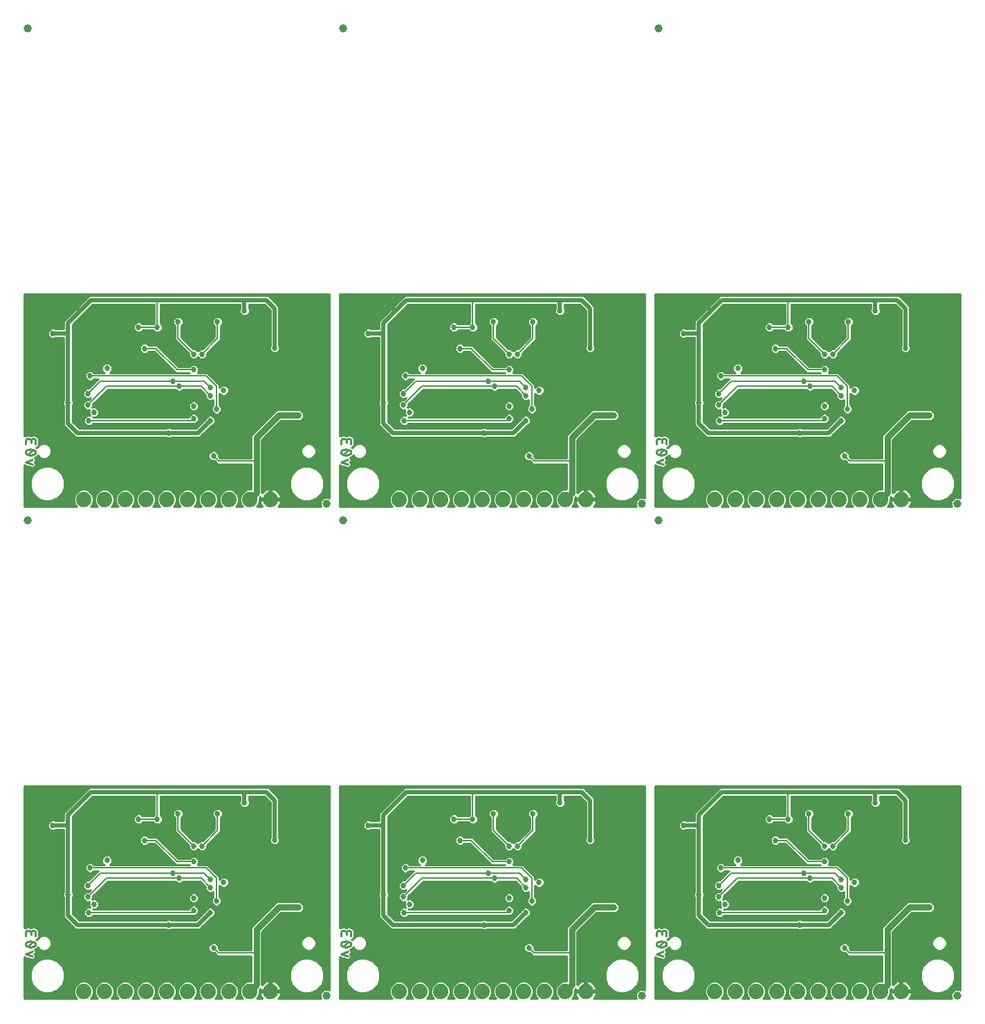
<source format=gbl>
G75*
%MOIN*%
%OFA0B0*%
%FSLAX25Y25*%
%IPPOS*%
%LPD*%
%AMOC8*
5,1,8,0,0,1.08239X$1,22.5*
%
%ADD10C,0.00900*%
%ADD11C,0.07400*%
%ADD12C,0.03937*%
%ADD13C,0.02700*%
%ADD14C,0.00800*%
%ADD15C,0.01000*%
%ADD16C,0.02000*%
%ADD17C,0.03000*%
D10*
X0057792Y0117488D02*
X0061058Y0118577D01*
X0060242Y0123548D02*
X0060120Y0123546D01*
X0059998Y0123541D01*
X0059876Y0123531D01*
X0059755Y0123518D01*
X0059634Y0123502D01*
X0059513Y0123482D01*
X0059394Y0123458D01*
X0059275Y0123430D01*
X0059157Y0123399D01*
X0059039Y0123365D01*
X0058923Y0123327D01*
X0058809Y0123285D01*
X0058695Y0123240D01*
X0058583Y0123191D01*
X0058473Y0123140D01*
X0058472Y0123139D02*
X0058414Y0123116D01*
X0058357Y0123091D01*
X0058302Y0123062D01*
X0058249Y0123029D01*
X0058197Y0122993D01*
X0058148Y0122955D01*
X0058102Y0122913D01*
X0058058Y0122868D01*
X0058017Y0122821D01*
X0057980Y0122771D01*
X0057945Y0122719D01*
X0057913Y0122665D01*
X0057885Y0122610D01*
X0057861Y0122552D01*
X0057840Y0122493D01*
X0057823Y0122433D01*
X0057809Y0122372D01*
X0057800Y0122311D01*
X0057794Y0122248D01*
X0057792Y0122186D01*
X0057794Y0122124D01*
X0057800Y0122061D01*
X0057809Y0122000D01*
X0057823Y0121939D01*
X0057840Y0121879D01*
X0057861Y0121820D01*
X0057885Y0121762D01*
X0057913Y0121707D01*
X0057945Y0121653D01*
X0057980Y0121601D01*
X0058017Y0121551D01*
X0058058Y0121504D01*
X0058102Y0121459D01*
X0058148Y0121417D01*
X0058197Y0121379D01*
X0058248Y0121343D01*
X0058302Y0121310D01*
X0058357Y0121281D01*
X0058414Y0121256D01*
X0058472Y0121233D01*
X0058881Y0121098D02*
X0061603Y0123275D01*
X0062012Y0123139D02*
X0062070Y0123117D01*
X0062127Y0123091D01*
X0062182Y0123062D01*
X0062235Y0123029D01*
X0062287Y0122993D01*
X0062336Y0122955D01*
X0062382Y0122913D01*
X0062426Y0122868D01*
X0062467Y0122821D01*
X0062504Y0122771D01*
X0062539Y0122719D01*
X0062571Y0122665D01*
X0062599Y0122610D01*
X0062623Y0122552D01*
X0062644Y0122493D01*
X0062661Y0122433D01*
X0062675Y0122372D01*
X0062684Y0122311D01*
X0062690Y0122248D01*
X0062692Y0122186D01*
X0062690Y0122124D01*
X0062684Y0122061D01*
X0062675Y0122000D01*
X0062661Y0121939D01*
X0062644Y0121879D01*
X0062623Y0121820D01*
X0062599Y0121762D01*
X0062571Y0121707D01*
X0062539Y0121653D01*
X0062504Y0121601D01*
X0062467Y0121551D01*
X0062426Y0121504D01*
X0062382Y0121459D01*
X0062336Y0121417D01*
X0062287Y0121379D01*
X0062236Y0121343D01*
X0062182Y0121310D01*
X0062127Y0121281D01*
X0062070Y0121256D01*
X0062012Y0121233D01*
X0062011Y0123140D02*
X0061901Y0123191D01*
X0061789Y0123240D01*
X0061675Y0123285D01*
X0061561Y0123327D01*
X0061445Y0123365D01*
X0061327Y0123399D01*
X0061209Y0123430D01*
X0061090Y0123458D01*
X0060971Y0123482D01*
X0060850Y0123502D01*
X0060729Y0123518D01*
X0060608Y0123531D01*
X0060486Y0123541D01*
X0060364Y0123546D01*
X0060242Y0123548D01*
X0060242Y0120825D02*
X0060364Y0120827D01*
X0060486Y0120832D01*
X0060608Y0120842D01*
X0060729Y0120855D01*
X0060850Y0120871D01*
X0060971Y0120891D01*
X0061090Y0120915D01*
X0061209Y0120943D01*
X0061327Y0120974D01*
X0061445Y0121008D01*
X0061561Y0121046D01*
X0061675Y0121088D01*
X0061789Y0121133D01*
X0061901Y0121181D01*
X0062011Y0121233D01*
X0060242Y0120825D02*
X0060120Y0120827D01*
X0059998Y0120832D01*
X0059876Y0120842D01*
X0059755Y0120855D01*
X0059634Y0120871D01*
X0059513Y0120891D01*
X0059394Y0120915D01*
X0059275Y0120943D01*
X0059157Y0120974D01*
X0059039Y0121008D01*
X0058923Y0121046D01*
X0058809Y0121088D01*
X0058695Y0121133D01*
X0058583Y0121181D01*
X0058473Y0121233D01*
X0057792Y0117488D02*
X0061058Y0116400D01*
X0062692Y0126045D02*
X0062692Y0127679D01*
X0062690Y0127744D01*
X0062684Y0127808D01*
X0062675Y0127872D01*
X0062662Y0127935D01*
X0062645Y0127997D01*
X0062624Y0128058D01*
X0062600Y0128118D01*
X0062572Y0128176D01*
X0062541Y0128233D01*
X0062506Y0128287D01*
X0062469Y0128340D01*
X0062428Y0128390D01*
X0062384Y0128438D01*
X0062338Y0128483D01*
X0062289Y0128525D01*
X0062238Y0128564D01*
X0062184Y0128600D01*
X0062129Y0128633D01*
X0062071Y0128662D01*
X0062012Y0128688D01*
X0061952Y0128711D01*
X0061890Y0128729D01*
X0061827Y0128745D01*
X0061764Y0128756D01*
X0061700Y0128764D01*
X0061635Y0128768D01*
X0061571Y0128768D01*
X0061506Y0128764D01*
X0061442Y0128756D01*
X0061379Y0128745D01*
X0061316Y0128729D01*
X0061254Y0128711D01*
X0061194Y0128688D01*
X0061135Y0128662D01*
X0061077Y0128633D01*
X0061022Y0128600D01*
X0060968Y0128564D01*
X0060917Y0128525D01*
X0060868Y0128483D01*
X0060822Y0128438D01*
X0060778Y0128390D01*
X0060737Y0128340D01*
X0060700Y0128287D01*
X0060665Y0128233D01*
X0060634Y0128176D01*
X0060606Y0128118D01*
X0060582Y0128058D01*
X0060561Y0127997D01*
X0060544Y0127935D01*
X0060531Y0127872D01*
X0060522Y0127808D01*
X0060516Y0127744D01*
X0060514Y0127679D01*
X0060514Y0126590D01*
X0060514Y0127406D02*
X0060512Y0127478D01*
X0060506Y0127551D01*
X0060497Y0127622D01*
X0060483Y0127694D01*
X0060466Y0127764D01*
X0060445Y0127833D01*
X0060421Y0127902D01*
X0060392Y0127968D01*
X0060361Y0128034D01*
X0060326Y0128097D01*
X0060287Y0128158D01*
X0060245Y0128218D01*
X0060201Y0128275D01*
X0060153Y0128329D01*
X0060102Y0128381D01*
X0060049Y0128430D01*
X0059993Y0128476D01*
X0059935Y0128520D01*
X0059875Y0128560D01*
X0059812Y0128597D01*
X0059748Y0128630D01*
X0059682Y0128660D01*
X0059615Y0128686D01*
X0059546Y0128709D01*
X0059476Y0128728D01*
X0059405Y0128743D01*
X0059334Y0128755D01*
X0059262Y0128763D01*
X0059189Y0128767D01*
X0059117Y0128767D01*
X0059044Y0128763D01*
X0058972Y0128755D01*
X0058901Y0128743D01*
X0058830Y0128728D01*
X0058760Y0128709D01*
X0058691Y0128686D01*
X0058624Y0128660D01*
X0058558Y0128630D01*
X0058494Y0128597D01*
X0058431Y0128560D01*
X0058371Y0128520D01*
X0058313Y0128476D01*
X0058257Y0128430D01*
X0058204Y0128381D01*
X0058153Y0128329D01*
X0058105Y0128275D01*
X0058061Y0128218D01*
X0058019Y0128158D01*
X0057980Y0128097D01*
X0057945Y0128034D01*
X0057914Y0127968D01*
X0057885Y0127902D01*
X0057861Y0127833D01*
X0057840Y0127764D01*
X0057823Y0127694D01*
X0057809Y0127622D01*
X0057800Y0127551D01*
X0057794Y0127478D01*
X0057792Y0127406D01*
X0057792Y0126045D01*
X0209792Y0126045D02*
X0209792Y0127406D01*
X0209794Y0127478D01*
X0209800Y0127551D01*
X0209809Y0127622D01*
X0209823Y0127694D01*
X0209840Y0127764D01*
X0209861Y0127833D01*
X0209885Y0127902D01*
X0209914Y0127968D01*
X0209945Y0128034D01*
X0209980Y0128097D01*
X0210019Y0128158D01*
X0210061Y0128218D01*
X0210105Y0128275D01*
X0210153Y0128329D01*
X0210204Y0128381D01*
X0210257Y0128430D01*
X0210313Y0128476D01*
X0210371Y0128520D01*
X0210431Y0128560D01*
X0210494Y0128597D01*
X0210558Y0128630D01*
X0210624Y0128660D01*
X0210691Y0128686D01*
X0210760Y0128709D01*
X0210830Y0128728D01*
X0210901Y0128743D01*
X0210972Y0128755D01*
X0211044Y0128763D01*
X0211117Y0128767D01*
X0211189Y0128767D01*
X0211262Y0128763D01*
X0211334Y0128755D01*
X0211405Y0128743D01*
X0211476Y0128728D01*
X0211546Y0128709D01*
X0211615Y0128686D01*
X0211682Y0128660D01*
X0211748Y0128630D01*
X0211812Y0128597D01*
X0211875Y0128560D01*
X0211935Y0128520D01*
X0211993Y0128476D01*
X0212049Y0128430D01*
X0212102Y0128381D01*
X0212153Y0128329D01*
X0212201Y0128275D01*
X0212245Y0128218D01*
X0212287Y0128158D01*
X0212326Y0128097D01*
X0212361Y0128034D01*
X0212392Y0127968D01*
X0212421Y0127902D01*
X0212445Y0127833D01*
X0212466Y0127764D01*
X0212483Y0127694D01*
X0212497Y0127622D01*
X0212506Y0127551D01*
X0212512Y0127478D01*
X0212514Y0127406D01*
X0212514Y0127679D02*
X0212514Y0126590D01*
X0212514Y0127679D02*
X0212516Y0127744D01*
X0212522Y0127808D01*
X0212531Y0127872D01*
X0212544Y0127935D01*
X0212561Y0127997D01*
X0212582Y0128058D01*
X0212606Y0128118D01*
X0212634Y0128176D01*
X0212665Y0128233D01*
X0212700Y0128287D01*
X0212737Y0128340D01*
X0212778Y0128390D01*
X0212822Y0128438D01*
X0212868Y0128483D01*
X0212917Y0128525D01*
X0212968Y0128564D01*
X0213022Y0128600D01*
X0213077Y0128633D01*
X0213135Y0128662D01*
X0213194Y0128688D01*
X0213254Y0128711D01*
X0213316Y0128729D01*
X0213379Y0128745D01*
X0213442Y0128756D01*
X0213506Y0128764D01*
X0213571Y0128768D01*
X0213635Y0128768D01*
X0213700Y0128764D01*
X0213764Y0128756D01*
X0213827Y0128745D01*
X0213890Y0128729D01*
X0213952Y0128711D01*
X0214012Y0128688D01*
X0214071Y0128662D01*
X0214129Y0128633D01*
X0214184Y0128600D01*
X0214238Y0128564D01*
X0214289Y0128525D01*
X0214338Y0128483D01*
X0214384Y0128438D01*
X0214428Y0128390D01*
X0214469Y0128340D01*
X0214506Y0128287D01*
X0214541Y0128233D01*
X0214572Y0128176D01*
X0214600Y0128118D01*
X0214624Y0128058D01*
X0214645Y0127997D01*
X0214662Y0127935D01*
X0214675Y0127872D01*
X0214684Y0127808D01*
X0214690Y0127744D01*
X0214692Y0127679D01*
X0214692Y0126045D01*
X0212242Y0120825D02*
X0212120Y0120827D01*
X0211998Y0120832D01*
X0211876Y0120842D01*
X0211755Y0120855D01*
X0211634Y0120871D01*
X0211513Y0120891D01*
X0211394Y0120915D01*
X0211275Y0120943D01*
X0211157Y0120974D01*
X0211039Y0121008D01*
X0210923Y0121046D01*
X0210809Y0121088D01*
X0210695Y0121133D01*
X0210583Y0121181D01*
X0210473Y0121233D01*
X0210881Y0121098D02*
X0213603Y0123275D01*
X0214012Y0123139D02*
X0214070Y0123117D01*
X0214127Y0123091D01*
X0214182Y0123062D01*
X0214235Y0123029D01*
X0214287Y0122993D01*
X0214336Y0122955D01*
X0214382Y0122913D01*
X0214426Y0122868D01*
X0214467Y0122821D01*
X0214504Y0122771D01*
X0214539Y0122719D01*
X0214571Y0122665D01*
X0214599Y0122610D01*
X0214623Y0122552D01*
X0214644Y0122493D01*
X0214661Y0122433D01*
X0214675Y0122372D01*
X0214684Y0122311D01*
X0214690Y0122248D01*
X0214692Y0122186D01*
X0214690Y0122124D01*
X0214684Y0122061D01*
X0214675Y0122000D01*
X0214661Y0121939D01*
X0214644Y0121879D01*
X0214623Y0121820D01*
X0214599Y0121762D01*
X0214571Y0121707D01*
X0214539Y0121653D01*
X0214504Y0121601D01*
X0214467Y0121551D01*
X0214426Y0121504D01*
X0214382Y0121459D01*
X0214336Y0121417D01*
X0214287Y0121379D01*
X0214236Y0121343D01*
X0214182Y0121310D01*
X0214127Y0121281D01*
X0214070Y0121256D01*
X0214012Y0121233D01*
X0214011Y0123140D02*
X0213901Y0123191D01*
X0213789Y0123240D01*
X0213675Y0123285D01*
X0213561Y0123327D01*
X0213445Y0123365D01*
X0213327Y0123399D01*
X0213209Y0123430D01*
X0213090Y0123458D01*
X0212971Y0123482D01*
X0212850Y0123502D01*
X0212729Y0123518D01*
X0212608Y0123531D01*
X0212486Y0123541D01*
X0212364Y0123546D01*
X0212242Y0123548D01*
X0212242Y0120825D02*
X0212364Y0120827D01*
X0212486Y0120832D01*
X0212608Y0120842D01*
X0212729Y0120855D01*
X0212850Y0120871D01*
X0212971Y0120891D01*
X0213090Y0120915D01*
X0213209Y0120943D01*
X0213327Y0120974D01*
X0213445Y0121008D01*
X0213561Y0121046D01*
X0213675Y0121088D01*
X0213789Y0121133D01*
X0213901Y0121181D01*
X0214011Y0121233D01*
X0212242Y0123548D02*
X0212120Y0123546D01*
X0211998Y0123541D01*
X0211876Y0123531D01*
X0211755Y0123518D01*
X0211634Y0123502D01*
X0211513Y0123482D01*
X0211394Y0123458D01*
X0211275Y0123430D01*
X0211157Y0123399D01*
X0211039Y0123365D01*
X0210923Y0123327D01*
X0210809Y0123285D01*
X0210695Y0123240D01*
X0210583Y0123191D01*
X0210473Y0123140D01*
X0210472Y0123139D02*
X0210414Y0123116D01*
X0210357Y0123091D01*
X0210302Y0123062D01*
X0210249Y0123029D01*
X0210197Y0122993D01*
X0210148Y0122955D01*
X0210102Y0122913D01*
X0210058Y0122868D01*
X0210017Y0122821D01*
X0209980Y0122771D01*
X0209945Y0122719D01*
X0209913Y0122665D01*
X0209885Y0122610D01*
X0209861Y0122552D01*
X0209840Y0122493D01*
X0209823Y0122433D01*
X0209809Y0122372D01*
X0209800Y0122311D01*
X0209794Y0122248D01*
X0209792Y0122186D01*
X0209794Y0122124D01*
X0209800Y0122061D01*
X0209809Y0122000D01*
X0209823Y0121939D01*
X0209840Y0121879D01*
X0209861Y0121820D01*
X0209885Y0121762D01*
X0209913Y0121707D01*
X0209945Y0121653D01*
X0209980Y0121601D01*
X0210017Y0121551D01*
X0210058Y0121504D01*
X0210102Y0121459D01*
X0210148Y0121417D01*
X0210197Y0121379D01*
X0210248Y0121343D01*
X0210302Y0121310D01*
X0210357Y0121281D01*
X0210414Y0121256D01*
X0210472Y0121233D01*
X0213058Y0118577D02*
X0209792Y0117488D01*
X0213058Y0116400D01*
X0361792Y0117488D02*
X0365058Y0118577D01*
X0364242Y0123548D02*
X0364120Y0123546D01*
X0363998Y0123541D01*
X0363876Y0123531D01*
X0363755Y0123518D01*
X0363634Y0123502D01*
X0363513Y0123482D01*
X0363394Y0123458D01*
X0363275Y0123430D01*
X0363157Y0123399D01*
X0363039Y0123365D01*
X0362923Y0123327D01*
X0362809Y0123285D01*
X0362695Y0123240D01*
X0362583Y0123191D01*
X0362473Y0123140D01*
X0362472Y0123139D02*
X0362414Y0123116D01*
X0362357Y0123091D01*
X0362302Y0123062D01*
X0362249Y0123029D01*
X0362197Y0122993D01*
X0362148Y0122955D01*
X0362102Y0122913D01*
X0362058Y0122868D01*
X0362017Y0122821D01*
X0361980Y0122771D01*
X0361945Y0122719D01*
X0361913Y0122665D01*
X0361885Y0122610D01*
X0361861Y0122552D01*
X0361840Y0122493D01*
X0361823Y0122433D01*
X0361809Y0122372D01*
X0361800Y0122311D01*
X0361794Y0122248D01*
X0361792Y0122186D01*
X0361794Y0122124D01*
X0361800Y0122061D01*
X0361809Y0122000D01*
X0361823Y0121939D01*
X0361840Y0121879D01*
X0361861Y0121820D01*
X0361885Y0121762D01*
X0361913Y0121707D01*
X0361945Y0121653D01*
X0361980Y0121601D01*
X0362017Y0121551D01*
X0362058Y0121504D01*
X0362102Y0121459D01*
X0362148Y0121417D01*
X0362197Y0121379D01*
X0362248Y0121343D01*
X0362302Y0121310D01*
X0362357Y0121281D01*
X0362414Y0121256D01*
X0362472Y0121233D01*
X0362881Y0121098D02*
X0365603Y0123275D01*
X0366012Y0123139D02*
X0366070Y0123117D01*
X0366127Y0123091D01*
X0366182Y0123062D01*
X0366235Y0123029D01*
X0366287Y0122993D01*
X0366336Y0122955D01*
X0366382Y0122913D01*
X0366426Y0122868D01*
X0366467Y0122821D01*
X0366504Y0122771D01*
X0366539Y0122719D01*
X0366571Y0122665D01*
X0366599Y0122610D01*
X0366623Y0122552D01*
X0366644Y0122493D01*
X0366661Y0122433D01*
X0366675Y0122372D01*
X0366684Y0122311D01*
X0366690Y0122248D01*
X0366692Y0122186D01*
X0366690Y0122124D01*
X0366684Y0122061D01*
X0366675Y0122000D01*
X0366661Y0121939D01*
X0366644Y0121879D01*
X0366623Y0121820D01*
X0366599Y0121762D01*
X0366571Y0121707D01*
X0366539Y0121653D01*
X0366504Y0121601D01*
X0366467Y0121551D01*
X0366426Y0121504D01*
X0366382Y0121459D01*
X0366336Y0121417D01*
X0366287Y0121379D01*
X0366236Y0121343D01*
X0366182Y0121310D01*
X0366127Y0121281D01*
X0366070Y0121256D01*
X0366012Y0121233D01*
X0366011Y0123140D02*
X0365901Y0123191D01*
X0365789Y0123240D01*
X0365675Y0123285D01*
X0365561Y0123327D01*
X0365445Y0123365D01*
X0365327Y0123399D01*
X0365209Y0123430D01*
X0365090Y0123458D01*
X0364971Y0123482D01*
X0364850Y0123502D01*
X0364729Y0123518D01*
X0364608Y0123531D01*
X0364486Y0123541D01*
X0364364Y0123546D01*
X0364242Y0123548D01*
X0364242Y0120825D02*
X0364364Y0120827D01*
X0364486Y0120832D01*
X0364608Y0120842D01*
X0364729Y0120855D01*
X0364850Y0120871D01*
X0364971Y0120891D01*
X0365090Y0120915D01*
X0365209Y0120943D01*
X0365327Y0120974D01*
X0365445Y0121008D01*
X0365561Y0121046D01*
X0365675Y0121088D01*
X0365789Y0121133D01*
X0365901Y0121181D01*
X0366011Y0121233D01*
X0364242Y0120825D02*
X0364120Y0120827D01*
X0363998Y0120832D01*
X0363876Y0120842D01*
X0363755Y0120855D01*
X0363634Y0120871D01*
X0363513Y0120891D01*
X0363394Y0120915D01*
X0363275Y0120943D01*
X0363157Y0120974D01*
X0363039Y0121008D01*
X0362923Y0121046D01*
X0362809Y0121088D01*
X0362695Y0121133D01*
X0362583Y0121181D01*
X0362473Y0121233D01*
X0361792Y0117488D02*
X0365058Y0116400D01*
X0366692Y0126045D02*
X0366692Y0127679D01*
X0366690Y0127744D01*
X0366684Y0127808D01*
X0366675Y0127872D01*
X0366662Y0127935D01*
X0366645Y0127997D01*
X0366624Y0128058D01*
X0366600Y0128118D01*
X0366572Y0128176D01*
X0366541Y0128233D01*
X0366506Y0128287D01*
X0366469Y0128340D01*
X0366428Y0128390D01*
X0366384Y0128438D01*
X0366338Y0128483D01*
X0366289Y0128525D01*
X0366238Y0128564D01*
X0366184Y0128600D01*
X0366129Y0128633D01*
X0366071Y0128662D01*
X0366012Y0128688D01*
X0365952Y0128711D01*
X0365890Y0128729D01*
X0365827Y0128745D01*
X0365764Y0128756D01*
X0365700Y0128764D01*
X0365635Y0128768D01*
X0365571Y0128768D01*
X0365506Y0128764D01*
X0365442Y0128756D01*
X0365379Y0128745D01*
X0365316Y0128729D01*
X0365254Y0128711D01*
X0365194Y0128688D01*
X0365135Y0128662D01*
X0365077Y0128633D01*
X0365022Y0128600D01*
X0364968Y0128564D01*
X0364917Y0128525D01*
X0364868Y0128483D01*
X0364822Y0128438D01*
X0364778Y0128390D01*
X0364737Y0128340D01*
X0364700Y0128287D01*
X0364665Y0128233D01*
X0364634Y0128176D01*
X0364606Y0128118D01*
X0364582Y0128058D01*
X0364561Y0127997D01*
X0364544Y0127935D01*
X0364531Y0127872D01*
X0364522Y0127808D01*
X0364516Y0127744D01*
X0364514Y0127679D01*
X0364514Y0126590D01*
X0364514Y0127406D02*
X0364512Y0127478D01*
X0364506Y0127551D01*
X0364497Y0127622D01*
X0364483Y0127694D01*
X0364466Y0127764D01*
X0364445Y0127833D01*
X0364421Y0127902D01*
X0364392Y0127968D01*
X0364361Y0128034D01*
X0364326Y0128097D01*
X0364287Y0128158D01*
X0364245Y0128218D01*
X0364201Y0128275D01*
X0364153Y0128329D01*
X0364102Y0128381D01*
X0364049Y0128430D01*
X0363993Y0128476D01*
X0363935Y0128520D01*
X0363875Y0128560D01*
X0363812Y0128597D01*
X0363748Y0128630D01*
X0363682Y0128660D01*
X0363615Y0128686D01*
X0363546Y0128709D01*
X0363476Y0128728D01*
X0363405Y0128743D01*
X0363334Y0128755D01*
X0363262Y0128763D01*
X0363189Y0128767D01*
X0363117Y0128767D01*
X0363044Y0128763D01*
X0362972Y0128755D01*
X0362901Y0128743D01*
X0362830Y0128728D01*
X0362760Y0128709D01*
X0362691Y0128686D01*
X0362624Y0128660D01*
X0362558Y0128630D01*
X0362494Y0128597D01*
X0362431Y0128560D01*
X0362371Y0128520D01*
X0362313Y0128476D01*
X0362257Y0128430D01*
X0362204Y0128381D01*
X0362153Y0128329D01*
X0362105Y0128275D01*
X0362061Y0128218D01*
X0362019Y0128158D01*
X0361980Y0128097D01*
X0361945Y0128034D01*
X0361914Y0127968D01*
X0361885Y0127902D01*
X0361861Y0127833D01*
X0361840Y0127764D01*
X0361823Y0127694D01*
X0361809Y0127622D01*
X0361800Y0127551D01*
X0361794Y0127478D01*
X0361792Y0127406D01*
X0361792Y0126045D01*
X0365058Y0353400D02*
X0361792Y0354488D01*
X0365058Y0355577D01*
X0364242Y0360548D02*
X0364120Y0360546D01*
X0363998Y0360541D01*
X0363876Y0360531D01*
X0363755Y0360518D01*
X0363634Y0360502D01*
X0363513Y0360482D01*
X0363394Y0360458D01*
X0363275Y0360430D01*
X0363157Y0360399D01*
X0363039Y0360365D01*
X0362923Y0360327D01*
X0362809Y0360285D01*
X0362695Y0360240D01*
X0362583Y0360191D01*
X0362473Y0360140D01*
X0362472Y0360139D02*
X0362414Y0360116D01*
X0362357Y0360091D01*
X0362302Y0360062D01*
X0362249Y0360029D01*
X0362197Y0359993D01*
X0362148Y0359955D01*
X0362102Y0359913D01*
X0362058Y0359868D01*
X0362017Y0359821D01*
X0361980Y0359771D01*
X0361945Y0359719D01*
X0361913Y0359665D01*
X0361885Y0359610D01*
X0361861Y0359552D01*
X0361840Y0359493D01*
X0361823Y0359433D01*
X0361809Y0359372D01*
X0361800Y0359311D01*
X0361794Y0359248D01*
X0361792Y0359186D01*
X0361794Y0359124D01*
X0361800Y0359061D01*
X0361809Y0359000D01*
X0361823Y0358939D01*
X0361840Y0358879D01*
X0361861Y0358820D01*
X0361885Y0358762D01*
X0361913Y0358707D01*
X0361945Y0358653D01*
X0361980Y0358601D01*
X0362017Y0358551D01*
X0362058Y0358504D01*
X0362102Y0358459D01*
X0362148Y0358417D01*
X0362197Y0358379D01*
X0362248Y0358343D01*
X0362302Y0358310D01*
X0362357Y0358281D01*
X0362414Y0358256D01*
X0362472Y0358233D01*
X0362881Y0358098D02*
X0365603Y0360275D01*
X0366012Y0360139D02*
X0366070Y0360117D01*
X0366127Y0360091D01*
X0366182Y0360062D01*
X0366235Y0360029D01*
X0366287Y0359993D01*
X0366336Y0359955D01*
X0366382Y0359913D01*
X0366426Y0359868D01*
X0366467Y0359821D01*
X0366504Y0359771D01*
X0366539Y0359719D01*
X0366571Y0359665D01*
X0366599Y0359610D01*
X0366623Y0359552D01*
X0366644Y0359493D01*
X0366661Y0359433D01*
X0366675Y0359372D01*
X0366684Y0359311D01*
X0366690Y0359248D01*
X0366692Y0359186D01*
X0366690Y0359124D01*
X0366684Y0359061D01*
X0366675Y0359000D01*
X0366661Y0358939D01*
X0366644Y0358879D01*
X0366623Y0358820D01*
X0366599Y0358762D01*
X0366571Y0358707D01*
X0366539Y0358653D01*
X0366504Y0358601D01*
X0366467Y0358551D01*
X0366426Y0358504D01*
X0366382Y0358459D01*
X0366336Y0358417D01*
X0366287Y0358379D01*
X0366236Y0358343D01*
X0366182Y0358310D01*
X0366127Y0358281D01*
X0366070Y0358256D01*
X0366012Y0358233D01*
X0366011Y0360140D02*
X0365901Y0360191D01*
X0365789Y0360240D01*
X0365675Y0360285D01*
X0365561Y0360327D01*
X0365445Y0360365D01*
X0365327Y0360399D01*
X0365209Y0360430D01*
X0365090Y0360458D01*
X0364971Y0360482D01*
X0364850Y0360502D01*
X0364729Y0360518D01*
X0364608Y0360531D01*
X0364486Y0360541D01*
X0364364Y0360546D01*
X0364242Y0360548D01*
X0364242Y0357825D02*
X0364364Y0357827D01*
X0364486Y0357832D01*
X0364608Y0357842D01*
X0364729Y0357855D01*
X0364850Y0357871D01*
X0364971Y0357891D01*
X0365090Y0357915D01*
X0365209Y0357943D01*
X0365327Y0357974D01*
X0365445Y0358008D01*
X0365561Y0358046D01*
X0365675Y0358088D01*
X0365789Y0358133D01*
X0365901Y0358181D01*
X0366011Y0358233D01*
X0364242Y0357825D02*
X0364120Y0357827D01*
X0363998Y0357832D01*
X0363876Y0357842D01*
X0363755Y0357855D01*
X0363634Y0357871D01*
X0363513Y0357891D01*
X0363394Y0357915D01*
X0363275Y0357943D01*
X0363157Y0357974D01*
X0363039Y0358008D01*
X0362923Y0358046D01*
X0362809Y0358088D01*
X0362695Y0358133D01*
X0362583Y0358181D01*
X0362473Y0358233D01*
X0361792Y0363045D02*
X0361792Y0364406D01*
X0361794Y0364478D01*
X0361800Y0364551D01*
X0361809Y0364622D01*
X0361823Y0364694D01*
X0361840Y0364764D01*
X0361861Y0364833D01*
X0361885Y0364902D01*
X0361914Y0364968D01*
X0361945Y0365034D01*
X0361980Y0365097D01*
X0362019Y0365158D01*
X0362061Y0365218D01*
X0362105Y0365275D01*
X0362153Y0365329D01*
X0362204Y0365381D01*
X0362257Y0365430D01*
X0362313Y0365476D01*
X0362371Y0365520D01*
X0362431Y0365560D01*
X0362494Y0365597D01*
X0362558Y0365630D01*
X0362624Y0365660D01*
X0362691Y0365686D01*
X0362760Y0365709D01*
X0362830Y0365728D01*
X0362901Y0365743D01*
X0362972Y0365755D01*
X0363044Y0365763D01*
X0363117Y0365767D01*
X0363189Y0365767D01*
X0363262Y0365763D01*
X0363334Y0365755D01*
X0363405Y0365743D01*
X0363476Y0365728D01*
X0363546Y0365709D01*
X0363615Y0365686D01*
X0363682Y0365660D01*
X0363748Y0365630D01*
X0363812Y0365597D01*
X0363875Y0365560D01*
X0363935Y0365520D01*
X0363993Y0365476D01*
X0364049Y0365430D01*
X0364102Y0365381D01*
X0364153Y0365329D01*
X0364201Y0365275D01*
X0364245Y0365218D01*
X0364287Y0365158D01*
X0364326Y0365097D01*
X0364361Y0365034D01*
X0364392Y0364968D01*
X0364421Y0364902D01*
X0364445Y0364833D01*
X0364466Y0364764D01*
X0364483Y0364694D01*
X0364497Y0364622D01*
X0364506Y0364551D01*
X0364512Y0364478D01*
X0364514Y0364406D01*
X0364514Y0364679D02*
X0364514Y0363590D01*
X0364514Y0364679D02*
X0364516Y0364744D01*
X0364522Y0364808D01*
X0364531Y0364872D01*
X0364544Y0364935D01*
X0364561Y0364997D01*
X0364582Y0365058D01*
X0364606Y0365118D01*
X0364634Y0365176D01*
X0364665Y0365233D01*
X0364700Y0365287D01*
X0364737Y0365340D01*
X0364778Y0365390D01*
X0364822Y0365438D01*
X0364868Y0365483D01*
X0364917Y0365525D01*
X0364968Y0365564D01*
X0365022Y0365600D01*
X0365077Y0365633D01*
X0365135Y0365662D01*
X0365194Y0365688D01*
X0365254Y0365711D01*
X0365316Y0365729D01*
X0365379Y0365745D01*
X0365442Y0365756D01*
X0365506Y0365764D01*
X0365571Y0365768D01*
X0365635Y0365768D01*
X0365700Y0365764D01*
X0365764Y0365756D01*
X0365827Y0365745D01*
X0365890Y0365729D01*
X0365952Y0365711D01*
X0366012Y0365688D01*
X0366071Y0365662D01*
X0366129Y0365633D01*
X0366184Y0365600D01*
X0366238Y0365564D01*
X0366289Y0365525D01*
X0366338Y0365483D01*
X0366384Y0365438D01*
X0366428Y0365390D01*
X0366469Y0365340D01*
X0366506Y0365287D01*
X0366541Y0365233D01*
X0366572Y0365176D01*
X0366600Y0365118D01*
X0366624Y0365058D01*
X0366645Y0364997D01*
X0366662Y0364935D01*
X0366675Y0364872D01*
X0366684Y0364808D01*
X0366690Y0364744D01*
X0366692Y0364679D01*
X0366692Y0363045D01*
X0214692Y0363045D02*
X0214692Y0364679D01*
X0214690Y0364744D01*
X0214684Y0364808D01*
X0214675Y0364872D01*
X0214662Y0364935D01*
X0214645Y0364997D01*
X0214624Y0365058D01*
X0214600Y0365118D01*
X0214572Y0365176D01*
X0214541Y0365233D01*
X0214506Y0365287D01*
X0214469Y0365340D01*
X0214428Y0365390D01*
X0214384Y0365438D01*
X0214338Y0365483D01*
X0214289Y0365525D01*
X0214238Y0365564D01*
X0214184Y0365600D01*
X0214129Y0365633D01*
X0214071Y0365662D01*
X0214012Y0365688D01*
X0213952Y0365711D01*
X0213890Y0365729D01*
X0213827Y0365745D01*
X0213764Y0365756D01*
X0213700Y0365764D01*
X0213635Y0365768D01*
X0213571Y0365768D01*
X0213506Y0365764D01*
X0213442Y0365756D01*
X0213379Y0365745D01*
X0213316Y0365729D01*
X0213254Y0365711D01*
X0213194Y0365688D01*
X0213135Y0365662D01*
X0213077Y0365633D01*
X0213022Y0365600D01*
X0212968Y0365564D01*
X0212917Y0365525D01*
X0212868Y0365483D01*
X0212822Y0365438D01*
X0212778Y0365390D01*
X0212737Y0365340D01*
X0212700Y0365287D01*
X0212665Y0365233D01*
X0212634Y0365176D01*
X0212606Y0365118D01*
X0212582Y0365058D01*
X0212561Y0364997D01*
X0212544Y0364935D01*
X0212531Y0364872D01*
X0212522Y0364808D01*
X0212516Y0364744D01*
X0212514Y0364679D01*
X0212514Y0363590D01*
X0212514Y0364406D02*
X0212512Y0364478D01*
X0212506Y0364551D01*
X0212497Y0364622D01*
X0212483Y0364694D01*
X0212466Y0364764D01*
X0212445Y0364833D01*
X0212421Y0364902D01*
X0212392Y0364968D01*
X0212361Y0365034D01*
X0212326Y0365097D01*
X0212287Y0365158D01*
X0212245Y0365218D01*
X0212201Y0365275D01*
X0212153Y0365329D01*
X0212102Y0365381D01*
X0212049Y0365430D01*
X0211993Y0365476D01*
X0211935Y0365520D01*
X0211875Y0365560D01*
X0211812Y0365597D01*
X0211748Y0365630D01*
X0211682Y0365660D01*
X0211615Y0365686D01*
X0211546Y0365709D01*
X0211476Y0365728D01*
X0211405Y0365743D01*
X0211334Y0365755D01*
X0211262Y0365763D01*
X0211189Y0365767D01*
X0211117Y0365767D01*
X0211044Y0365763D01*
X0210972Y0365755D01*
X0210901Y0365743D01*
X0210830Y0365728D01*
X0210760Y0365709D01*
X0210691Y0365686D01*
X0210624Y0365660D01*
X0210558Y0365630D01*
X0210494Y0365597D01*
X0210431Y0365560D01*
X0210371Y0365520D01*
X0210313Y0365476D01*
X0210257Y0365430D01*
X0210204Y0365381D01*
X0210153Y0365329D01*
X0210105Y0365275D01*
X0210061Y0365218D01*
X0210019Y0365158D01*
X0209980Y0365097D01*
X0209945Y0365034D01*
X0209914Y0364968D01*
X0209885Y0364902D01*
X0209861Y0364833D01*
X0209840Y0364764D01*
X0209823Y0364694D01*
X0209809Y0364622D01*
X0209800Y0364551D01*
X0209794Y0364478D01*
X0209792Y0364406D01*
X0209792Y0363045D01*
X0210473Y0358233D02*
X0210583Y0358181D01*
X0210695Y0358133D01*
X0210809Y0358088D01*
X0210923Y0358046D01*
X0211039Y0358008D01*
X0211157Y0357974D01*
X0211275Y0357943D01*
X0211394Y0357915D01*
X0211513Y0357891D01*
X0211634Y0357871D01*
X0211755Y0357855D01*
X0211876Y0357842D01*
X0211998Y0357832D01*
X0212120Y0357827D01*
X0212242Y0357825D01*
X0212242Y0360548D02*
X0212364Y0360546D01*
X0212486Y0360541D01*
X0212608Y0360531D01*
X0212729Y0360518D01*
X0212850Y0360502D01*
X0212971Y0360482D01*
X0213090Y0360458D01*
X0213209Y0360430D01*
X0213327Y0360399D01*
X0213445Y0360365D01*
X0213561Y0360327D01*
X0213675Y0360285D01*
X0213789Y0360240D01*
X0213901Y0360191D01*
X0214011Y0360140D01*
X0213603Y0360275D02*
X0210881Y0358098D01*
X0209792Y0359186D02*
X0209794Y0359248D01*
X0209800Y0359311D01*
X0209809Y0359372D01*
X0209823Y0359433D01*
X0209840Y0359493D01*
X0209861Y0359552D01*
X0209885Y0359610D01*
X0209913Y0359665D01*
X0209945Y0359719D01*
X0209980Y0359771D01*
X0210017Y0359821D01*
X0210058Y0359868D01*
X0210102Y0359913D01*
X0210148Y0359955D01*
X0210197Y0359993D01*
X0210249Y0360029D01*
X0210302Y0360062D01*
X0210357Y0360091D01*
X0210414Y0360116D01*
X0210472Y0360139D01*
X0209792Y0359186D02*
X0209794Y0359124D01*
X0209800Y0359061D01*
X0209809Y0359000D01*
X0209823Y0358939D01*
X0209840Y0358879D01*
X0209861Y0358820D01*
X0209885Y0358762D01*
X0209913Y0358707D01*
X0209945Y0358653D01*
X0209980Y0358601D01*
X0210017Y0358551D01*
X0210058Y0358504D01*
X0210102Y0358459D01*
X0210148Y0358417D01*
X0210197Y0358379D01*
X0210248Y0358343D01*
X0210302Y0358310D01*
X0210357Y0358281D01*
X0210414Y0358256D01*
X0210472Y0358233D01*
X0210473Y0360140D02*
X0210583Y0360191D01*
X0210695Y0360240D01*
X0210809Y0360285D01*
X0210923Y0360327D01*
X0211039Y0360365D01*
X0211157Y0360399D01*
X0211275Y0360430D01*
X0211394Y0360458D01*
X0211513Y0360482D01*
X0211634Y0360502D01*
X0211755Y0360518D01*
X0211876Y0360531D01*
X0211998Y0360541D01*
X0212120Y0360546D01*
X0212242Y0360548D01*
X0212242Y0357825D02*
X0212364Y0357827D01*
X0212486Y0357832D01*
X0212608Y0357842D01*
X0212729Y0357855D01*
X0212850Y0357871D01*
X0212971Y0357891D01*
X0213090Y0357915D01*
X0213209Y0357943D01*
X0213327Y0357974D01*
X0213445Y0358008D01*
X0213561Y0358046D01*
X0213675Y0358088D01*
X0213789Y0358133D01*
X0213901Y0358181D01*
X0214011Y0358233D01*
X0214692Y0359186D02*
X0214690Y0359248D01*
X0214684Y0359311D01*
X0214675Y0359372D01*
X0214661Y0359433D01*
X0214644Y0359493D01*
X0214623Y0359552D01*
X0214599Y0359610D01*
X0214571Y0359665D01*
X0214539Y0359719D01*
X0214504Y0359771D01*
X0214467Y0359821D01*
X0214426Y0359868D01*
X0214382Y0359913D01*
X0214336Y0359955D01*
X0214287Y0359993D01*
X0214235Y0360029D01*
X0214182Y0360062D01*
X0214127Y0360091D01*
X0214070Y0360117D01*
X0214012Y0360139D01*
X0214692Y0359186D02*
X0214690Y0359124D01*
X0214684Y0359061D01*
X0214675Y0359000D01*
X0214661Y0358939D01*
X0214644Y0358879D01*
X0214623Y0358820D01*
X0214599Y0358762D01*
X0214571Y0358707D01*
X0214539Y0358653D01*
X0214504Y0358601D01*
X0214467Y0358551D01*
X0214426Y0358504D01*
X0214382Y0358459D01*
X0214336Y0358417D01*
X0214287Y0358379D01*
X0214236Y0358343D01*
X0214182Y0358310D01*
X0214127Y0358281D01*
X0214070Y0358256D01*
X0214012Y0358233D01*
X0213058Y0355577D02*
X0209792Y0354488D01*
X0213058Y0353400D01*
X0062692Y0363045D02*
X0062692Y0364679D01*
X0062690Y0364744D01*
X0062684Y0364808D01*
X0062675Y0364872D01*
X0062662Y0364935D01*
X0062645Y0364997D01*
X0062624Y0365058D01*
X0062600Y0365118D01*
X0062572Y0365176D01*
X0062541Y0365233D01*
X0062506Y0365287D01*
X0062469Y0365340D01*
X0062428Y0365390D01*
X0062384Y0365438D01*
X0062338Y0365483D01*
X0062289Y0365525D01*
X0062238Y0365564D01*
X0062184Y0365600D01*
X0062129Y0365633D01*
X0062071Y0365662D01*
X0062012Y0365688D01*
X0061952Y0365711D01*
X0061890Y0365729D01*
X0061827Y0365745D01*
X0061764Y0365756D01*
X0061700Y0365764D01*
X0061635Y0365768D01*
X0061571Y0365768D01*
X0061506Y0365764D01*
X0061442Y0365756D01*
X0061379Y0365745D01*
X0061316Y0365729D01*
X0061254Y0365711D01*
X0061194Y0365688D01*
X0061135Y0365662D01*
X0061077Y0365633D01*
X0061022Y0365600D01*
X0060968Y0365564D01*
X0060917Y0365525D01*
X0060868Y0365483D01*
X0060822Y0365438D01*
X0060778Y0365390D01*
X0060737Y0365340D01*
X0060700Y0365287D01*
X0060665Y0365233D01*
X0060634Y0365176D01*
X0060606Y0365118D01*
X0060582Y0365058D01*
X0060561Y0364997D01*
X0060544Y0364935D01*
X0060531Y0364872D01*
X0060522Y0364808D01*
X0060516Y0364744D01*
X0060514Y0364679D01*
X0060514Y0363590D01*
X0060514Y0364406D02*
X0060512Y0364478D01*
X0060506Y0364551D01*
X0060497Y0364622D01*
X0060483Y0364694D01*
X0060466Y0364764D01*
X0060445Y0364833D01*
X0060421Y0364902D01*
X0060392Y0364968D01*
X0060361Y0365034D01*
X0060326Y0365097D01*
X0060287Y0365158D01*
X0060245Y0365218D01*
X0060201Y0365275D01*
X0060153Y0365329D01*
X0060102Y0365381D01*
X0060049Y0365430D01*
X0059993Y0365476D01*
X0059935Y0365520D01*
X0059875Y0365560D01*
X0059812Y0365597D01*
X0059748Y0365630D01*
X0059682Y0365660D01*
X0059615Y0365686D01*
X0059546Y0365709D01*
X0059476Y0365728D01*
X0059405Y0365743D01*
X0059334Y0365755D01*
X0059262Y0365763D01*
X0059189Y0365767D01*
X0059117Y0365767D01*
X0059044Y0365763D01*
X0058972Y0365755D01*
X0058901Y0365743D01*
X0058830Y0365728D01*
X0058760Y0365709D01*
X0058691Y0365686D01*
X0058624Y0365660D01*
X0058558Y0365630D01*
X0058494Y0365597D01*
X0058431Y0365560D01*
X0058371Y0365520D01*
X0058313Y0365476D01*
X0058257Y0365430D01*
X0058204Y0365381D01*
X0058153Y0365329D01*
X0058105Y0365275D01*
X0058061Y0365218D01*
X0058019Y0365158D01*
X0057980Y0365097D01*
X0057945Y0365034D01*
X0057914Y0364968D01*
X0057885Y0364902D01*
X0057861Y0364833D01*
X0057840Y0364764D01*
X0057823Y0364694D01*
X0057809Y0364622D01*
X0057800Y0364551D01*
X0057794Y0364478D01*
X0057792Y0364406D01*
X0057792Y0363045D01*
X0058473Y0358233D02*
X0058583Y0358181D01*
X0058695Y0358133D01*
X0058809Y0358088D01*
X0058923Y0358046D01*
X0059039Y0358008D01*
X0059157Y0357974D01*
X0059275Y0357943D01*
X0059394Y0357915D01*
X0059513Y0357891D01*
X0059634Y0357871D01*
X0059755Y0357855D01*
X0059876Y0357842D01*
X0059998Y0357832D01*
X0060120Y0357827D01*
X0060242Y0357825D01*
X0060242Y0360548D02*
X0060364Y0360546D01*
X0060486Y0360541D01*
X0060608Y0360531D01*
X0060729Y0360518D01*
X0060850Y0360502D01*
X0060971Y0360482D01*
X0061090Y0360458D01*
X0061209Y0360430D01*
X0061327Y0360399D01*
X0061445Y0360365D01*
X0061561Y0360327D01*
X0061675Y0360285D01*
X0061789Y0360240D01*
X0061901Y0360191D01*
X0062011Y0360140D01*
X0061603Y0360275D02*
X0058881Y0358098D01*
X0057792Y0359186D02*
X0057794Y0359248D01*
X0057800Y0359311D01*
X0057809Y0359372D01*
X0057823Y0359433D01*
X0057840Y0359493D01*
X0057861Y0359552D01*
X0057885Y0359610D01*
X0057913Y0359665D01*
X0057945Y0359719D01*
X0057980Y0359771D01*
X0058017Y0359821D01*
X0058058Y0359868D01*
X0058102Y0359913D01*
X0058148Y0359955D01*
X0058197Y0359993D01*
X0058249Y0360029D01*
X0058302Y0360062D01*
X0058357Y0360091D01*
X0058414Y0360116D01*
X0058472Y0360139D01*
X0057792Y0359186D02*
X0057794Y0359124D01*
X0057800Y0359061D01*
X0057809Y0359000D01*
X0057823Y0358939D01*
X0057840Y0358879D01*
X0057861Y0358820D01*
X0057885Y0358762D01*
X0057913Y0358707D01*
X0057945Y0358653D01*
X0057980Y0358601D01*
X0058017Y0358551D01*
X0058058Y0358504D01*
X0058102Y0358459D01*
X0058148Y0358417D01*
X0058197Y0358379D01*
X0058248Y0358343D01*
X0058302Y0358310D01*
X0058357Y0358281D01*
X0058414Y0358256D01*
X0058472Y0358233D01*
X0058473Y0360140D02*
X0058583Y0360191D01*
X0058695Y0360240D01*
X0058809Y0360285D01*
X0058923Y0360327D01*
X0059039Y0360365D01*
X0059157Y0360399D01*
X0059275Y0360430D01*
X0059394Y0360458D01*
X0059513Y0360482D01*
X0059634Y0360502D01*
X0059755Y0360518D01*
X0059876Y0360531D01*
X0059998Y0360541D01*
X0060120Y0360546D01*
X0060242Y0360548D01*
X0060242Y0357825D02*
X0060364Y0357827D01*
X0060486Y0357832D01*
X0060608Y0357842D01*
X0060729Y0357855D01*
X0060850Y0357871D01*
X0060971Y0357891D01*
X0061090Y0357915D01*
X0061209Y0357943D01*
X0061327Y0357974D01*
X0061445Y0358008D01*
X0061561Y0358046D01*
X0061675Y0358088D01*
X0061789Y0358133D01*
X0061901Y0358181D01*
X0062011Y0358233D01*
X0062692Y0359186D02*
X0062690Y0359248D01*
X0062684Y0359311D01*
X0062675Y0359372D01*
X0062661Y0359433D01*
X0062644Y0359493D01*
X0062623Y0359552D01*
X0062599Y0359610D01*
X0062571Y0359665D01*
X0062539Y0359719D01*
X0062504Y0359771D01*
X0062467Y0359821D01*
X0062426Y0359868D01*
X0062382Y0359913D01*
X0062336Y0359955D01*
X0062287Y0359993D01*
X0062235Y0360029D01*
X0062182Y0360062D01*
X0062127Y0360091D01*
X0062070Y0360117D01*
X0062012Y0360139D01*
X0062692Y0359186D02*
X0062690Y0359124D01*
X0062684Y0359061D01*
X0062675Y0359000D01*
X0062661Y0358939D01*
X0062644Y0358879D01*
X0062623Y0358820D01*
X0062599Y0358762D01*
X0062571Y0358707D01*
X0062539Y0358653D01*
X0062504Y0358601D01*
X0062467Y0358551D01*
X0062426Y0358504D01*
X0062382Y0358459D01*
X0062336Y0358417D01*
X0062287Y0358379D01*
X0062236Y0358343D01*
X0062182Y0358310D01*
X0062127Y0358281D01*
X0062070Y0358256D01*
X0062012Y0358233D01*
X0061058Y0355577D02*
X0057792Y0354488D01*
X0061058Y0353400D01*
D11*
X0085842Y0336450D03*
X0095842Y0336450D03*
X0105842Y0336450D03*
X0115842Y0336450D03*
X0125842Y0336450D03*
X0135842Y0336450D03*
X0145842Y0336450D03*
X0155842Y0336450D03*
X0165842Y0336450D03*
X0175842Y0336450D03*
X0237842Y0336450D03*
X0247842Y0336450D03*
X0257842Y0336450D03*
X0267842Y0336450D03*
X0277842Y0336450D03*
X0287842Y0336450D03*
X0297842Y0336450D03*
X0307842Y0336450D03*
X0317842Y0336450D03*
X0327842Y0336450D03*
X0389842Y0336450D03*
X0399842Y0336450D03*
X0409842Y0336450D03*
X0419842Y0336450D03*
X0429842Y0336450D03*
X0439842Y0336450D03*
X0449842Y0336450D03*
X0459842Y0336450D03*
X0469842Y0336450D03*
X0479842Y0336450D03*
X0479842Y0099450D03*
X0469842Y0099450D03*
X0459842Y0099450D03*
X0449842Y0099450D03*
X0439842Y0099450D03*
X0429842Y0099450D03*
X0419842Y0099450D03*
X0409842Y0099450D03*
X0399842Y0099450D03*
X0389842Y0099450D03*
X0327842Y0099450D03*
X0317842Y0099450D03*
X0307842Y0099450D03*
X0297842Y0099450D03*
X0287842Y0099450D03*
X0277842Y0099450D03*
X0267842Y0099450D03*
X0257842Y0099450D03*
X0247842Y0099450D03*
X0237842Y0099450D03*
X0175842Y0099450D03*
X0165842Y0099450D03*
X0155842Y0099450D03*
X0145842Y0099450D03*
X0135842Y0099450D03*
X0125842Y0099450D03*
X0115842Y0099450D03*
X0105842Y0099450D03*
X0095842Y0099450D03*
X0085842Y0099450D03*
D12*
X0202842Y0097450D03*
X0354842Y0097450D03*
X0506842Y0097450D03*
X0362842Y0326450D03*
X0354842Y0334450D03*
X0210842Y0326450D03*
X0202842Y0334450D03*
X0058842Y0326450D03*
X0058842Y0563450D03*
X0210842Y0563450D03*
X0362842Y0563450D03*
X0506842Y0334450D03*
D13*
X0484842Y0351450D03*
X0488842Y0365950D03*
X0493342Y0376950D03*
X0494842Y0381450D03*
X0504842Y0391450D03*
X0494842Y0401450D03*
X0504842Y0411450D03*
X0494842Y0421450D03*
X0504842Y0431450D03*
X0481842Y0409450D03*
X0463342Y0408950D03*
X0454842Y0401450D03*
X0446842Y0406450D03*
X0442842Y0406450D03*
X0439842Y0401450D03*
X0442842Y0398950D03*
X0435842Y0390950D03*
X0432842Y0393450D03*
X0432842Y0387450D03*
X0442842Y0381450D03*
X0442842Y0375450D03*
X0450842Y0374450D03*
X0453830Y0379950D03*
X0450980Y0386450D03*
X0450830Y0390450D03*
X0457342Y0388950D03*
X0467842Y0366450D03*
X0473092Y0366200D03*
X0452429Y0357450D03*
X0450342Y0353450D03*
X0454842Y0342950D03*
X0432842Y0364450D03*
X0430842Y0368450D03*
X0402342Y0387450D03*
X0401042Y0399550D03*
X0392842Y0395950D03*
X0391842Y0387450D03*
X0391842Y0381950D03*
X0394842Y0378450D03*
X0392342Y0374450D03*
X0382342Y0382950D03*
X0374842Y0381450D03*
X0364842Y0391450D03*
X0352842Y0391450D03*
X0342842Y0401450D03*
X0352842Y0411450D03*
X0364842Y0411450D03*
X0374842Y0416450D03*
X0387342Y0407450D03*
X0398342Y0420950D03*
X0416342Y0419450D03*
X0425342Y0419450D03*
X0428842Y0428450D03*
X0421842Y0428450D03*
X0435342Y0421950D03*
X0434842Y0406450D03*
X0424842Y0401450D03*
X0419281Y0409187D03*
X0454342Y0421950D03*
X0467342Y0427450D03*
X0504842Y0371450D03*
X0392342Y0358950D03*
X0384842Y0351450D03*
X0364842Y0371450D03*
X0352842Y0371450D03*
X0341342Y0376950D03*
X0342842Y0381450D03*
X0336842Y0365950D03*
X0332842Y0351450D03*
X0321092Y0366200D03*
X0315842Y0366450D03*
X0300429Y0357450D03*
X0298342Y0353450D03*
X0302842Y0342950D03*
X0280842Y0364450D03*
X0278842Y0368450D03*
X0290842Y0375450D03*
X0290842Y0381450D03*
X0298980Y0386450D03*
X0298830Y0390450D03*
X0305342Y0388950D03*
X0301830Y0379950D03*
X0298842Y0374450D03*
X0280842Y0387450D03*
X0283842Y0390950D03*
X0280842Y0393450D03*
X0287842Y0401450D03*
X0290842Y0398950D03*
X0290842Y0406450D03*
X0294842Y0406450D03*
X0302842Y0401450D03*
X0311342Y0408950D03*
X0302342Y0421950D03*
X0315342Y0427450D03*
X0329842Y0409450D03*
X0342842Y0421450D03*
X0352842Y0431450D03*
X0364842Y0431450D03*
X0283342Y0421950D03*
X0276842Y0428450D03*
X0269842Y0428450D03*
X0273342Y0419450D03*
X0264342Y0419450D03*
X0267281Y0409187D03*
X0272842Y0401450D03*
X0282842Y0406450D03*
X0249042Y0399550D03*
X0250342Y0387450D03*
X0239842Y0387450D03*
X0239842Y0381950D03*
X0242842Y0378450D03*
X0240342Y0374450D03*
X0230342Y0382950D03*
X0222842Y0381450D03*
X0212842Y0391450D03*
X0200842Y0391450D03*
X0190842Y0401450D03*
X0200842Y0411450D03*
X0212842Y0411450D03*
X0222842Y0416450D03*
X0235342Y0407450D03*
X0240842Y0395950D03*
X0246342Y0420950D03*
X0212842Y0431450D03*
X0200842Y0431450D03*
X0190842Y0421450D03*
X0177842Y0409450D03*
X0159342Y0408950D03*
X0150842Y0401450D03*
X0142842Y0406450D03*
X0138842Y0406450D03*
X0135842Y0401450D03*
X0138842Y0398950D03*
X0131842Y0390950D03*
X0128842Y0393450D03*
X0128842Y0387450D03*
X0138842Y0381450D03*
X0138842Y0375450D03*
X0146842Y0374450D03*
X0149830Y0379950D03*
X0146980Y0386450D03*
X0146830Y0390450D03*
X0153342Y0388950D03*
X0130842Y0406450D03*
X0120842Y0401450D03*
X0115281Y0409187D03*
X0112342Y0419450D03*
X0121342Y0419450D03*
X0124842Y0428450D03*
X0117842Y0428450D03*
X0131342Y0421950D03*
X0150342Y0421950D03*
X0163342Y0427450D03*
X0190842Y0381450D03*
X0189342Y0376950D03*
X0184842Y0365950D03*
X0180842Y0351450D03*
X0169092Y0366200D03*
X0163842Y0366450D03*
X0148429Y0357450D03*
X0146342Y0353450D03*
X0150842Y0342950D03*
X0128842Y0364450D03*
X0126842Y0368450D03*
X0098342Y0387450D03*
X0087842Y0387450D03*
X0087842Y0381950D03*
X0090842Y0378450D03*
X0088342Y0374450D03*
X0078342Y0382950D03*
X0070842Y0381450D03*
X0060842Y0391450D03*
X0060842Y0411450D03*
X0070842Y0416450D03*
X0083342Y0407450D03*
X0088842Y0395950D03*
X0097042Y0399550D03*
X0094342Y0420950D03*
X0060842Y0431450D03*
X0060842Y0371450D03*
X0080842Y0351450D03*
X0088342Y0358950D03*
X0200842Y0371450D03*
X0212842Y0371450D03*
X0232842Y0351450D03*
X0240342Y0358950D03*
X0212842Y0194450D03*
X0200842Y0194450D03*
X0190842Y0184450D03*
X0200842Y0174450D03*
X0212842Y0174450D03*
X0222842Y0179450D03*
X0235342Y0170450D03*
X0240842Y0158950D03*
X0239842Y0150450D03*
X0239842Y0144950D03*
X0242842Y0141450D03*
X0240342Y0137450D03*
X0230342Y0145950D03*
X0222842Y0144450D03*
X0212842Y0154450D03*
X0200842Y0154450D03*
X0190842Y0164450D03*
X0177842Y0172450D03*
X0163342Y0190450D03*
X0150342Y0184950D03*
X0159342Y0171950D03*
X0150842Y0164450D03*
X0142842Y0169450D03*
X0138842Y0169450D03*
X0135842Y0164450D03*
X0138842Y0161950D03*
X0131842Y0153950D03*
X0128842Y0156450D03*
X0128842Y0150450D03*
X0138842Y0144450D03*
X0138842Y0138450D03*
X0146842Y0137450D03*
X0149830Y0142950D03*
X0146980Y0149450D03*
X0146830Y0153450D03*
X0153342Y0151950D03*
X0163842Y0129450D03*
X0169092Y0129200D03*
X0184842Y0128950D03*
X0189342Y0139950D03*
X0190842Y0144450D03*
X0200842Y0134450D03*
X0212842Y0134450D03*
X0232842Y0114450D03*
X0240342Y0121950D03*
X0250342Y0150450D03*
X0249042Y0162550D03*
X0267281Y0172187D03*
X0264342Y0182450D03*
X0273342Y0182450D03*
X0283342Y0184950D03*
X0276842Y0191450D03*
X0269842Y0191450D03*
X0246342Y0183950D03*
X0272842Y0164450D03*
X0282842Y0169450D03*
X0287842Y0164450D03*
X0290842Y0161950D03*
X0290842Y0169450D03*
X0294842Y0169450D03*
X0302842Y0164450D03*
X0298830Y0153450D03*
X0298980Y0149450D03*
X0305342Y0151950D03*
X0301830Y0142950D03*
X0298842Y0137450D03*
X0290842Y0138450D03*
X0290842Y0144450D03*
X0280842Y0150450D03*
X0283842Y0153950D03*
X0280842Y0156450D03*
X0278842Y0131450D03*
X0280842Y0127450D03*
X0298342Y0116450D03*
X0300429Y0120450D03*
X0302842Y0105950D03*
X0315842Y0129450D03*
X0321092Y0129200D03*
X0332842Y0114450D03*
X0336842Y0128950D03*
X0341342Y0139950D03*
X0342842Y0144450D03*
X0352842Y0154450D03*
X0364842Y0154450D03*
X0374842Y0144450D03*
X0382342Y0145950D03*
X0391842Y0144950D03*
X0394842Y0141450D03*
X0392342Y0137450D03*
X0391842Y0150450D03*
X0392842Y0158950D03*
X0401042Y0162550D03*
X0402342Y0150450D03*
X0387342Y0170450D03*
X0374842Y0179450D03*
X0364842Y0174450D03*
X0352842Y0174450D03*
X0342842Y0184450D03*
X0352842Y0194450D03*
X0364842Y0194450D03*
X0398342Y0183950D03*
X0416342Y0182450D03*
X0425342Y0182450D03*
X0419281Y0172187D03*
X0424842Y0164450D03*
X0434842Y0169450D03*
X0439842Y0164450D03*
X0442842Y0161950D03*
X0442842Y0169450D03*
X0446842Y0169450D03*
X0454842Y0164450D03*
X0450830Y0153450D03*
X0450980Y0149450D03*
X0453830Y0142950D03*
X0450842Y0137450D03*
X0442842Y0138450D03*
X0442842Y0144450D03*
X0432842Y0150450D03*
X0435842Y0153950D03*
X0432842Y0156450D03*
X0457342Y0151950D03*
X0467842Y0129450D03*
X0473092Y0129200D03*
X0484842Y0114450D03*
X0488842Y0128950D03*
X0493342Y0139950D03*
X0494842Y0144450D03*
X0504842Y0134450D03*
X0504842Y0154450D03*
X0494842Y0164450D03*
X0504842Y0174450D03*
X0494842Y0184450D03*
X0504842Y0194450D03*
X0481842Y0172450D03*
X0467342Y0190450D03*
X0454342Y0184950D03*
X0463342Y0171950D03*
X0435342Y0184950D03*
X0428842Y0191450D03*
X0421842Y0191450D03*
X0364842Y0134450D03*
X0352842Y0134450D03*
X0342842Y0164450D03*
X0329842Y0172450D03*
X0315342Y0190450D03*
X0311342Y0171950D03*
X0302342Y0184950D03*
X0384842Y0114450D03*
X0392342Y0121950D03*
X0430842Y0131450D03*
X0432842Y0127450D03*
X0450342Y0116450D03*
X0452429Y0120450D03*
X0454842Y0105950D03*
X0180842Y0114450D03*
X0150842Y0105950D03*
X0146342Y0116450D03*
X0148429Y0120450D03*
X0128842Y0127450D03*
X0126842Y0131450D03*
X0120842Y0164450D03*
X0115281Y0172187D03*
X0112342Y0182450D03*
X0121342Y0182450D03*
X0124842Y0191450D03*
X0117842Y0191450D03*
X0131342Y0184950D03*
X0130842Y0169450D03*
X0097042Y0162550D03*
X0088842Y0158950D03*
X0083342Y0170450D03*
X0070842Y0179450D03*
X0060842Y0174450D03*
X0060842Y0194450D03*
X0094342Y0183950D03*
X0098342Y0150450D03*
X0087842Y0150450D03*
X0087842Y0144950D03*
X0090842Y0141450D03*
X0088342Y0137450D03*
X0078342Y0145950D03*
X0070842Y0144450D03*
X0060842Y0154450D03*
X0060842Y0134450D03*
X0080842Y0114450D03*
X0088342Y0121950D03*
D14*
X0088342Y0137450D02*
X0137842Y0137450D01*
X0138842Y0138450D01*
X0149830Y0142950D02*
X0149830Y0147450D01*
X0149830Y0153950D01*
X0144830Y0158950D01*
X0088842Y0158950D01*
X0093842Y0156450D02*
X0128842Y0156450D01*
X0143830Y0156450D01*
X0146830Y0153450D01*
X0146980Y0149450D02*
X0142480Y0153950D01*
X0131842Y0153950D01*
X0096842Y0153950D01*
X0087842Y0144950D01*
X0087842Y0150450D02*
X0093842Y0156450D01*
X0115281Y0172187D02*
X0120604Y0172187D01*
X0130842Y0161950D01*
X0138842Y0161950D01*
X0138842Y0169450D02*
X0131342Y0176950D01*
X0131342Y0184950D01*
X0121342Y0182450D02*
X0112342Y0182450D01*
X0121342Y0182450D02*
X0121342Y0195450D01*
X0142842Y0169450D02*
X0150342Y0176950D01*
X0150342Y0184950D01*
X0148429Y0120450D02*
X0150885Y0117993D01*
X0168548Y0117993D01*
X0169092Y0117450D01*
X0240342Y0137450D02*
X0289842Y0137450D01*
X0290842Y0138450D01*
X0301830Y0142950D02*
X0301830Y0147450D01*
X0301830Y0153950D01*
X0296830Y0158950D01*
X0240842Y0158950D01*
X0245842Y0156450D02*
X0280842Y0156450D01*
X0295830Y0156450D01*
X0298830Y0153450D01*
X0298980Y0149450D02*
X0294480Y0153950D01*
X0283842Y0153950D01*
X0248842Y0153950D01*
X0239842Y0144950D01*
X0239842Y0150450D02*
X0245842Y0156450D01*
X0267281Y0172187D02*
X0272604Y0172187D01*
X0282842Y0161950D01*
X0290842Y0161950D01*
X0290842Y0169450D02*
X0283342Y0176950D01*
X0283342Y0184950D01*
X0273342Y0182450D02*
X0264342Y0182450D01*
X0273342Y0182450D02*
X0273342Y0195450D01*
X0302342Y0184950D02*
X0302342Y0176950D01*
X0294842Y0169450D01*
X0300429Y0120450D02*
X0302885Y0117993D01*
X0320548Y0117993D01*
X0321092Y0117450D01*
X0392342Y0137450D02*
X0441842Y0137450D01*
X0442842Y0138450D01*
X0453830Y0142950D02*
X0453830Y0147450D01*
X0453830Y0153950D01*
X0448830Y0158950D01*
X0392842Y0158950D01*
X0397842Y0156450D02*
X0432842Y0156450D01*
X0447830Y0156450D01*
X0450830Y0153450D01*
X0450980Y0149450D02*
X0446480Y0153950D01*
X0435842Y0153950D01*
X0400842Y0153950D01*
X0391842Y0144950D01*
X0391842Y0150450D02*
X0397842Y0156450D01*
X0419281Y0172187D02*
X0424604Y0172187D01*
X0434842Y0161950D01*
X0442842Y0161950D01*
X0442842Y0169450D02*
X0435342Y0176950D01*
X0435342Y0184950D01*
X0425342Y0182450D02*
X0416342Y0182450D01*
X0425342Y0182450D02*
X0425342Y0195450D01*
X0446842Y0169450D02*
X0454342Y0176950D01*
X0454342Y0184950D01*
X0452429Y0120450D02*
X0454885Y0117993D01*
X0472548Y0117993D01*
X0473092Y0117450D01*
X0473092Y0354450D02*
X0472548Y0354993D01*
X0454885Y0354993D01*
X0452429Y0357450D01*
X0441842Y0374450D02*
X0442842Y0375450D01*
X0441842Y0374450D02*
X0392342Y0374450D01*
X0391842Y0381950D02*
X0400842Y0390950D01*
X0435842Y0390950D01*
X0446480Y0390950D01*
X0450980Y0386450D01*
X0453830Y0384450D02*
X0453830Y0379950D01*
X0453830Y0384450D02*
X0453830Y0390950D01*
X0448830Y0395950D01*
X0392842Y0395950D01*
X0397842Y0393450D02*
X0391842Y0387450D01*
X0397842Y0393450D02*
X0432842Y0393450D01*
X0447830Y0393450D01*
X0450830Y0390450D01*
X0442842Y0398950D02*
X0434842Y0398950D01*
X0424604Y0409187D01*
X0419281Y0409187D01*
X0416342Y0419450D02*
X0425342Y0419450D01*
X0425342Y0432450D01*
X0435342Y0421950D02*
X0435342Y0413950D01*
X0442842Y0406450D01*
X0446842Y0406450D02*
X0454342Y0413950D01*
X0454342Y0421950D01*
X0321092Y0354450D02*
X0320548Y0354993D01*
X0302885Y0354993D01*
X0300429Y0357450D01*
X0289842Y0374450D02*
X0290842Y0375450D01*
X0289842Y0374450D02*
X0240342Y0374450D01*
X0239842Y0381950D02*
X0248842Y0390950D01*
X0283842Y0390950D01*
X0294480Y0390950D01*
X0298980Y0386450D01*
X0301830Y0384450D02*
X0301830Y0390950D01*
X0296830Y0395950D01*
X0240842Y0395950D01*
X0245842Y0393450D02*
X0239842Y0387450D01*
X0245842Y0393450D02*
X0280842Y0393450D01*
X0295830Y0393450D01*
X0298830Y0390450D01*
X0301830Y0384450D02*
X0301830Y0379950D01*
X0290842Y0398950D02*
X0282842Y0398950D01*
X0272604Y0409187D01*
X0267281Y0409187D01*
X0264342Y0419450D02*
X0273342Y0419450D01*
X0273342Y0432450D01*
X0283342Y0421950D02*
X0283342Y0413950D01*
X0290842Y0406450D01*
X0294842Y0406450D02*
X0302342Y0413950D01*
X0302342Y0421950D01*
X0169092Y0354450D02*
X0168548Y0354993D01*
X0150885Y0354993D01*
X0148429Y0357450D01*
X0137842Y0374450D02*
X0138842Y0375450D01*
X0137842Y0374450D02*
X0088342Y0374450D01*
X0087842Y0381950D02*
X0096842Y0390950D01*
X0131842Y0390950D01*
X0142480Y0390950D01*
X0146980Y0386450D01*
X0149830Y0384450D02*
X0149830Y0379950D01*
X0149830Y0384450D02*
X0149830Y0390950D01*
X0144830Y0395950D01*
X0088842Y0395950D01*
X0093842Y0393450D02*
X0087842Y0387450D01*
X0093842Y0393450D02*
X0128842Y0393450D01*
X0143830Y0393450D01*
X0146830Y0390450D01*
X0138842Y0398950D02*
X0130842Y0398950D01*
X0120604Y0409187D01*
X0115281Y0409187D01*
X0112342Y0419450D02*
X0121342Y0419450D01*
X0121342Y0432450D01*
X0131342Y0421950D02*
X0131342Y0413950D01*
X0138842Y0406450D01*
X0142842Y0406450D02*
X0150342Y0413950D01*
X0150342Y0421950D01*
D15*
X0057342Y0115981D02*
X0057342Y0095950D01*
X0082554Y0095950D01*
X0081773Y0096731D01*
X0081042Y0098495D01*
X0081042Y0100404D01*
X0081773Y0102169D01*
X0083123Y0103519D01*
X0084887Y0104250D01*
X0086797Y0104250D01*
X0088561Y0103519D01*
X0089911Y0102169D01*
X0090642Y0100404D01*
X0090642Y0098495D01*
X0089911Y0096731D01*
X0089130Y0095950D01*
X0092554Y0095950D01*
X0091773Y0096731D01*
X0091042Y0098495D01*
X0091042Y0100404D01*
X0091773Y0102169D01*
X0093123Y0103519D01*
X0094887Y0104250D01*
X0096797Y0104250D01*
X0098561Y0103519D01*
X0099911Y0102169D01*
X0100642Y0100404D01*
X0100642Y0098495D01*
X0099911Y0096731D01*
X0099130Y0095950D01*
X0102554Y0095950D01*
X0101773Y0096731D01*
X0101042Y0098495D01*
X0101042Y0100404D01*
X0101773Y0102169D01*
X0103123Y0103519D01*
X0104887Y0104250D01*
X0106797Y0104250D01*
X0108561Y0103519D01*
X0109911Y0102169D01*
X0110642Y0100404D01*
X0110642Y0098495D01*
X0109911Y0096731D01*
X0109130Y0095950D01*
X0112554Y0095950D01*
X0111773Y0096731D01*
X0111042Y0098495D01*
X0111042Y0100404D01*
X0111773Y0102169D01*
X0113123Y0103519D01*
X0114887Y0104250D01*
X0116797Y0104250D01*
X0118561Y0103519D01*
X0119911Y0102169D01*
X0120642Y0100404D01*
X0120642Y0098495D01*
X0119911Y0096731D01*
X0119130Y0095950D01*
X0122554Y0095950D01*
X0121773Y0096731D01*
X0121042Y0098495D01*
X0121042Y0100404D01*
X0121773Y0102169D01*
X0123123Y0103519D01*
X0124887Y0104250D01*
X0126797Y0104250D01*
X0128561Y0103519D01*
X0129911Y0102169D01*
X0130642Y0100404D01*
X0130642Y0098495D01*
X0129911Y0096731D01*
X0129130Y0095950D01*
X0132554Y0095950D01*
X0131773Y0096731D01*
X0131042Y0098495D01*
X0131042Y0100404D01*
X0131773Y0102169D01*
X0133123Y0103519D01*
X0134887Y0104250D01*
X0136797Y0104250D01*
X0138561Y0103519D01*
X0139911Y0102169D01*
X0140642Y0100404D01*
X0140642Y0098495D01*
X0139911Y0096731D01*
X0139130Y0095950D01*
X0142554Y0095950D01*
X0141773Y0096731D01*
X0141042Y0098495D01*
X0141042Y0100404D01*
X0141773Y0102169D01*
X0143123Y0103519D01*
X0144887Y0104250D01*
X0146797Y0104250D01*
X0148561Y0103519D01*
X0149911Y0102169D01*
X0150642Y0100404D01*
X0150642Y0098495D01*
X0149911Y0096731D01*
X0149130Y0095950D01*
X0152554Y0095950D01*
X0151773Y0096731D01*
X0151042Y0098495D01*
X0151042Y0100404D01*
X0151773Y0102169D01*
X0153123Y0103519D01*
X0154887Y0104250D01*
X0156797Y0104250D01*
X0158561Y0103519D01*
X0159911Y0102169D01*
X0160642Y0100404D01*
X0160642Y0098495D01*
X0159911Y0096731D01*
X0159130Y0095950D01*
X0162554Y0095950D01*
X0161773Y0096731D01*
X0161042Y0098495D01*
X0161042Y0100404D01*
X0161773Y0102169D01*
X0163123Y0103519D01*
X0164887Y0104250D01*
X0166492Y0104250D01*
X0166492Y0116493D01*
X0150264Y0116493D01*
X0149385Y0117372D01*
X0148757Y0118000D01*
X0147941Y0118000D01*
X0147041Y0118373D01*
X0146352Y0119062D01*
X0145979Y0119962D01*
X0145979Y0120937D01*
X0146352Y0121837D01*
X0147041Y0122527D01*
X0147941Y0122900D01*
X0148916Y0122900D01*
X0149817Y0122527D01*
X0150506Y0121837D01*
X0150879Y0120937D01*
X0150879Y0120121D01*
X0151507Y0119493D01*
X0166492Y0119493D01*
X0166492Y0129717D01*
X0166888Y0130672D01*
X0167619Y0131404D01*
X0167619Y0131404D01*
X0170638Y0134422D01*
X0173638Y0137422D01*
X0177638Y0141422D01*
X0178369Y0142154D01*
X0179325Y0142550D01*
X0189859Y0142550D01*
X0190815Y0142154D01*
X0191546Y0141422D01*
X0191942Y0140467D01*
X0191942Y0139432D01*
X0191546Y0138477D01*
X0190815Y0137745D01*
X0189859Y0137350D01*
X0180919Y0137350D01*
X0177315Y0133745D01*
X0174315Y0130745D01*
X0171692Y0128123D01*
X0171692Y0102584D01*
X0171875Y0102837D01*
X0172454Y0103416D01*
X0173116Y0103897D01*
X0173846Y0104269D01*
X0174624Y0104522D01*
X0175342Y0104635D01*
X0175342Y0099950D01*
X0176342Y0099950D01*
X0176342Y0104635D01*
X0177059Y0104522D01*
X0177838Y0104269D01*
X0178567Y0103897D01*
X0179229Y0103416D01*
X0179808Y0102837D01*
X0180289Y0102175D01*
X0180661Y0101446D01*
X0180914Y0100667D01*
X0181027Y0099950D01*
X0176342Y0099950D01*
X0176342Y0098950D01*
X0181027Y0098950D01*
X0180914Y0098232D01*
X0180661Y0097453D01*
X0180289Y0096724D01*
X0179808Y0096062D01*
X0179696Y0095950D01*
X0200142Y0095950D01*
X0199773Y0096839D01*
X0199773Y0098060D01*
X0200240Y0099188D01*
X0201104Y0100051D01*
X0202231Y0100518D01*
X0203452Y0100518D01*
X0204342Y0100150D01*
X0204342Y0198450D01*
X0057342Y0198450D01*
X0057342Y0129866D01*
X0057354Y0129883D01*
X0057354Y0129883D01*
X0059153Y0130467D01*
X0059153Y0130467D01*
X0060399Y0130062D01*
X0061603Y0130453D01*
X0061603Y0130453D01*
X0063234Y0129923D01*
X0063234Y0129923D01*
X0064242Y0128536D01*
X0064242Y0125403D01*
X0063334Y0124495D01*
X0062835Y0124495D01*
X0063289Y0124340D01*
X0063289Y0124340D01*
X0063289Y0124340D01*
X0063389Y0124199D01*
X0063636Y0124796D01*
X0064649Y0125809D01*
X0065972Y0126357D01*
X0067404Y0126357D01*
X0068727Y0125809D01*
X0069740Y0124796D01*
X0070288Y0123473D01*
X0070288Y0122041D01*
X0069740Y0120717D01*
X0068727Y0119705D01*
X0067404Y0119157D01*
X0065972Y0119157D01*
X0064649Y0119705D01*
X0063719Y0120635D01*
X0063289Y0120033D01*
X0063289Y0120033D01*
X0062604Y0119798D01*
X0062330Y0119665D01*
X0062732Y0118458D01*
X0062247Y0117488D01*
X0062732Y0116519D01*
X0062326Y0115300D01*
X0061177Y0114726D01*
X0057792Y0115855D01*
X0057673Y0115815D01*
X0057342Y0115981D01*
X0057342Y0115418D02*
X0059101Y0115418D01*
X0057342Y0114420D02*
X0064688Y0114420D01*
X0063640Y0113986D02*
X0066691Y0115250D01*
X0069993Y0115250D01*
X0073043Y0113986D01*
X0073043Y0113986D01*
X0075378Y0111651D01*
X0075378Y0111651D01*
X0076642Y0108601D01*
X0076642Y0105299D01*
X0075378Y0102248D01*
X0075378Y0102248D01*
X0073043Y0099913D01*
X0073043Y0099913D01*
X0069993Y0098650D01*
X0069993Y0098650D01*
X0068756Y0098650D01*
X0066691Y0098650D01*
X0063640Y0099913D01*
X0063640Y0099913D01*
X0061305Y0102248D01*
X0061305Y0102248D01*
X0060042Y0105299D01*
X0060042Y0108601D01*
X0061305Y0111651D01*
X0061305Y0111651D01*
X0063640Y0113986D01*
X0063640Y0113986D01*
X0063076Y0113421D02*
X0057342Y0113421D01*
X0057342Y0112423D02*
X0062077Y0112423D01*
X0061211Y0111424D02*
X0057342Y0111424D01*
X0057342Y0110426D02*
X0060798Y0110426D01*
X0060384Y0109427D02*
X0057342Y0109427D01*
X0057342Y0108429D02*
X0060042Y0108429D01*
X0060042Y0107430D02*
X0057342Y0107430D01*
X0057342Y0106432D02*
X0060042Y0106432D01*
X0060042Y0105433D02*
X0057342Y0105433D01*
X0057342Y0104435D02*
X0060400Y0104435D01*
X0060813Y0103436D02*
X0057342Y0103436D01*
X0057342Y0102438D02*
X0061227Y0102438D01*
X0062114Y0101439D02*
X0057342Y0101439D01*
X0057342Y0100441D02*
X0063113Y0100441D01*
X0064777Y0099442D02*
X0057342Y0099442D01*
X0057342Y0098444D02*
X0081063Y0098444D01*
X0081042Y0099442D02*
X0071906Y0099442D01*
X0073571Y0100441D02*
X0081057Y0100441D01*
X0081470Y0101439D02*
X0074569Y0101439D01*
X0075457Y0102438D02*
X0082042Y0102438D01*
X0083040Y0103436D02*
X0075870Y0103436D01*
X0076284Y0104435D02*
X0166492Y0104435D01*
X0166492Y0105433D02*
X0076642Y0105433D01*
X0076642Y0106432D02*
X0166492Y0106432D01*
X0166492Y0107430D02*
X0076642Y0107430D01*
X0076642Y0108429D02*
X0166492Y0108429D01*
X0166492Y0109427D02*
X0076299Y0109427D01*
X0075886Y0110426D02*
X0166492Y0110426D01*
X0166492Y0111424D02*
X0075472Y0111424D01*
X0074607Y0112423D02*
X0166492Y0112423D01*
X0166492Y0113421D02*
X0073608Y0113421D01*
X0071996Y0114420D02*
X0166492Y0114420D01*
X0166492Y0115418D02*
X0062365Y0115418D01*
X0062698Y0116417D02*
X0166492Y0116417D01*
X0166492Y0120411D02*
X0150879Y0120411D01*
X0150683Y0121409D02*
X0166492Y0121409D01*
X0166492Y0122408D02*
X0149935Y0122408D01*
X0146922Y0122408D02*
X0070288Y0122408D01*
X0070288Y0123406D02*
X0166492Y0123406D01*
X0166492Y0124405D02*
X0069902Y0124405D01*
X0069133Y0125403D02*
X0166492Y0125403D01*
X0166492Y0126402D02*
X0064242Y0126402D01*
X0064242Y0127400D02*
X0166492Y0127400D01*
X0166492Y0128399D02*
X0064242Y0128399D01*
X0063616Y0129398D02*
X0081924Y0129398D01*
X0081972Y0129350D02*
X0125509Y0129350D01*
X0126354Y0129000D01*
X0127329Y0129000D01*
X0128174Y0129350D01*
X0141712Y0129350D01*
X0142942Y0130580D01*
X0147385Y0135023D01*
X0148230Y0135373D01*
X0148919Y0136062D01*
X0149292Y0136962D01*
X0149292Y0137937D01*
X0148919Y0138837D01*
X0148230Y0139527D01*
X0147329Y0139900D01*
X0146354Y0139900D01*
X0145454Y0139527D01*
X0144765Y0138837D01*
X0144415Y0137992D01*
X0139972Y0133550D01*
X0128174Y0133550D01*
X0127329Y0133900D01*
X0126354Y0133900D01*
X0125509Y0133550D01*
X0083712Y0133550D01*
X0080442Y0136819D01*
X0080442Y0144617D01*
X0080792Y0145462D01*
X0080792Y0146437D01*
X0080442Y0147282D01*
X0080442Y0183580D01*
X0084462Y0187600D01*
X0090212Y0193350D01*
X0119842Y0193350D01*
X0119842Y0184414D01*
X0119377Y0183950D01*
X0114307Y0183950D01*
X0113730Y0184527D01*
X0112829Y0184900D01*
X0111854Y0184900D01*
X0110954Y0184527D01*
X0110265Y0183837D01*
X0109892Y0182937D01*
X0109892Y0181962D01*
X0110265Y0181062D01*
X0110954Y0180373D01*
X0111854Y0180000D01*
X0112829Y0180000D01*
X0113730Y0180373D01*
X0114307Y0180950D01*
X0119377Y0180950D01*
X0119954Y0180373D01*
X0120854Y0180000D01*
X0121829Y0180000D01*
X0122730Y0180373D01*
X0123419Y0181062D01*
X0123792Y0181962D01*
X0123792Y0182937D01*
X0123419Y0183837D01*
X0122842Y0184414D01*
X0122842Y0193350D01*
X0161242Y0193350D01*
X0161242Y0191782D01*
X0160892Y0190937D01*
X0160892Y0189962D01*
X0161265Y0189062D01*
X0161954Y0188373D01*
X0162854Y0188000D01*
X0163829Y0188000D01*
X0164730Y0188373D01*
X0165419Y0189062D01*
X0165792Y0189962D01*
X0165792Y0190937D01*
X0165442Y0191782D01*
X0165442Y0193350D01*
X0172972Y0193350D01*
X0175742Y0190580D01*
X0175742Y0173782D01*
X0175392Y0172937D01*
X0175392Y0171962D01*
X0175765Y0171062D01*
X0176454Y0170373D01*
X0177354Y0170000D01*
X0178329Y0170000D01*
X0179230Y0170373D01*
X0179919Y0171062D01*
X0180292Y0171962D01*
X0180292Y0172937D01*
X0179942Y0173782D01*
X0179942Y0192319D01*
X0174712Y0197550D01*
X0088472Y0197550D01*
X0087242Y0196319D01*
X0081492Y0190569D01*
X0076242Y0185319D01*
X0076242Y0181550D01*
X0072174Y0181550D01*
X0071329Y0181900D01*
X0070354Y0181900D01*
X0069454Y0181527D01*
X0068765Y0180837D01*
X0068392Y0179937D01*
X0068392Y0178962D01*
X0068765Y0178062D01*
X0069454Y0177373D01*
X0070354Y0177000D01*
X0071329Y0177000D01*
X0072174Y0177350D01*
X0076242Y0177350D01*
X0076242Y0147282D01*
X0075892Y0146437D01*
X0075892Y0145462D01*
X0076242Y0144617D01*
X0076242Y0135080D01*
X0077472Y0133850D01*
X0081972Y0129350D01*
X0080926Y0130396D02*
X0061779Y0130396D01*
X0061426Y0130396D02*
X0059372Y0130396D01*
X0058933Y0130396D02*
X0057342Y0130396D01*
X0057342Y0131395D02*
X0079927Y0131395D01*
X0078929Y0132393D02*
X0057342Y0132393D01*
X0057342Y0133392D02*
X0077930Y0133392D01*
X0076931Y0134390D02*
X0057342Y0134390D01*
X0057342Y0135389D02*
X0076242Y0135389D01*
X0076242Y0136387D02*
X0057342Y0136387D01*
X0057342Y0137386D02*
X0076242Y0137386D01*
X0076242Y0138384D02*
X0057342Y0138384D01*
X0057342Y0139383D02*
X0076242Y0139383D01*
X0076242Y0140381D02*
X0057342Y0140381D01*
X0057342Y0141380D02*
X0076242Y0141380D01*
X0076242Y0142378D02*
X0057342Y0142378D01*
X0057342Y0143377D02*
X0076242Y0143377D01*
X0076242Y0144375D02*
X0057342Y0144375D01*
X0057342Y0145374D02*
X0075928Y0145374D01*
X0075892Y0146372D02*
X0057342Y0146372D01*
X0057342Y0147371D02*
X0076242Y0147371D01*
X0076242Y0148369D02*
X0057342Y0148369D01*
X0057342Y0149368D02*
X0076242Y0149368D01*
X0076242Y0150366D02*
X0057342Y0150366D01*
X0057342Y0151365D02*
X0076242Y0151365D01*
X0076242Y0152363D02*
X0057342Y0152363D01*
X0057342Y0153362D02*
X0076242Y0153362D01*
X0076242Y0154360D02*
X0057342Y0154360D01*
X0057342Y0155359D02*
X0076242Y0155359D01*
X0076242Y0156357D02*
X0057342Y0156357D01*
X0057342Y0157356D02*
X0076242Y0157356D01*
X0076242Y0158354D02*
X0057342Y0158354D01*
X0057342Y0159353D02*
X0076242Y0159353D01*
X0076242Y0160351D02*
X0057342Y0160351D01*
X0057342Y0161350D02*
X0076242Y0161350D01*
X0076242Y0162348D02*
X0057342Y0162348D01*
X0057342Y0163347D02*
X0076242Y0163347D01*
X0076242Y0164345D02*
X0057342Y0164345D01*
X0057342Y0165344D02*
X0076242Y0165344D01*
X0076242Y0166342D02*
X0057342Y0166342D01*
X0057342Y0167341D02*
X0076242Y0167341D01*
X0076242Y0168339D02*
X0057342Y0168339D01*
X0057342Y0169338D02*
X0076242Y0169338D01*
X0076242Y0170336D02*
X0057342Y0170336D01*
X0057342Y0171335D02*
X0076242Y0171335D01*
X0076242Y0172333D02*
X0057342Y0172333D01*
X0057342Y0173332D02*
X0076242Y0173332D01*
X0076242Y0174331D02*
X0057342Y0174331D01*
X0057342Y0175329D02*
X0076242Y0175329D01*
X0076242Y0176328D02*
X0057342Y0176328D01*
X0057342Y0177326D02*
X0069566Y0177326D01*
X0068656Y0178325D02*
X0057342Y0178325D01*
X0057342Y0179323D02*
X0068392Y0179323D01*
X0068551Y0180322D02*
X0057342Y0180322D01*
X0057342Y0181320D02*
X0069247Y0181320D01*
X0072117Y0177326D02*
X0076242Y0177326D01*
X0080442Y0177326D02*
X0129842Y0177326D01*
X0129842Y0176328D02*
X0136392Y0169778D01*
X0136392Y0168962D01*
X0136765Y0168062D01*
X0137454Y0167373D01*
X0138354Y0167000D01*
X0139329Y0167000D01*
X0140230Y0167373D01*
X0140842Y0167985D01*
X0141454Y0167373D01*
X0142354Y0167000D01*
X0143329Y0167000D01*
X0144230Y0167373D01*
X0144919Y0168062D01*
X0145292Y0168962D01*
X0145292Y0169778D01*
X0151842Y0176328D01*
X0151842Y0182985D01*
X0152419Y0183562D01*
X0152792Y0184462D01*
X0152792Y0185437D01*
X0152419Y0186337D01*
X0151730Y0187027D01*
X0150829Y0187400D01*
X0149854Y0187400D01*
X0148954Y0187027D01*
X0148265Y0186337D01*
X0147892Y0185437D01*
X0147892Y0184462D01*
X0148265Y0183562D01*
X0148842Y0182985D01*
X0148842Y0177571D01*
X0143170Y0171900D01*
X0142354Y0171900D01*
X0141454Y0171527D01*
X0140842Y0170914D01*
X0140230Y0171527D01*
X0139329Y0171900D01*
X0138513Y0171900D01*
X0132842Y0177571D01*
X0132842Y0182985D01*
X0133419Y0183562D01*
X0133792Y0184462D01*
X0133792Y0185437D01*
X0133419Y0186337D01*
X0132730Y0187027D01*
X0131829Y0187400D01*
X0130854Y0187400D01*
X0129954Y0187027D01*
X0129265Y0186337D01*
X0128892Y0185437D01*
X0128892Y0184462D01*
X0129265Y0183562D01*
X0129842Y0182985D01*
X0129842Y0176328D01*
X0129843Y0176328D02*
X0080442Y0176328D01*
X0080442Y0175329D02*
X0130841Y0175329D01*
X0131840Y0174331D02*
X0116508Y0174331D01*
X0116669Y0174264D02*
X0115768Y0174637D01*
X0114794Y0174637D01*
X0113893Y0174264D01*
X0113204Y0173575D01*
X0112831Y0172674D01*
X0112831Y0171700D01*
X0113204Y0170799D01*
X0113893Y0170110D01*
X0114794Y0169737D01*
X0115768Y0169737D01*
X0116669Y0170110D01*
X0117246Y0170687D01*
X0119983Y0170687D01*
X0130220Y0160450D01*
X0136877Y0160450D01*
X0136877Y0160450D01*
X0098374Y0160450D01*
X0098430Y0160473D01*
X0099119Y0161162D01*
X0099492Y0162062D01*
X0099492Y0163037D01*
X0099119Y0163937D01*
X0098430Y0164627D01*
X0097529Y0165000D01*
X0096554Y0165000D01*
X0095654Y0164627D01*
X0094965Y0163937D01*
X0094592Y0163037D01*
X0094592Y0162062D01*
X0094965Y0161162D01*
X0095654Y0160473D01*
X0095710Y0160450D01*
X0090807Y0160450D01*
X0090230Y0161027D01*
X0089329Y0161400D01*
X0088354Y0161400D01*
X0087454Y0161027D01*
X0086765Y0160337D01*
X0086392Y0159437D01*
X0086392Y0158462D01*
X0086765Y0157562D01*
X0087454Y0156873D01*
X0088354Y0156500D01*
X0089329Y0156500D01*
X0090230Y0156873D01*
X0090807Y0157450D01*
X0092720Y0157450D01*
X0092342Y0157071D01*
X0088170Y0152900D01*
X0087354Y0152900D01*
X0086454Y0152527D01*
X0085765Y0151837D01*
X0085392Y0150937D01*
X0085392Y0149962D01*
X0085765Y0149062D01*
X0086454Y0148373D01*
X0087354Y0148000D01*
X0088329Y0148000D01*
X0089083Y0148312D01*
X0088170Y0147400D01*
X0087354Y0147400D01*
X0086454Y0147027D01*
X0085765Y0146337D01*
X0085392Y0145437D01*
X0085392Y0144462D01*
X0085765Y0143562D01*
X0086454Y0142873D01*
X0087354Y0142500D01*
X0088329Y0142500D01*
X0088686Y0142647D01*
X0088392Y0141937D01*
X0088392Y0140962D01*
X0088765Y0140062D01*
X0088996Y0139830D01*
X0088829Y0139900D01*
X0087854Y0139900D01*
X0086954Y0139527D01*
X0086265Y0138837D01*
X0085892Y0137937D01*
X0085892Y0136962D01*
X0086265Y0136062D01*
X0086954Y0135373D01*
X0087854Y0135000D01*
X0088829Y0135000D01*
X0089730Y0135373D01*
X0090307Y0135950D01*
X0138463Y0135950D01*
X0138513Y0136000D01*
X0139329Y0136000D01*
X0140230Y0136373D01*
X0140919Y0137062D01*
X0141292Y0137962D01*
X0141292Y0138937D01*
X0140919Y0139837D01*
X0140230Y0140527D01*
X0139329Y0140900D01*
X0138354Y0140900D01*
X0137454Y0140527D01*
X0136765Y0139837D01*
X0136397Y0138950D01*
X0090307Y0138950D01*
X0090187Y0139069D01*
X0090354Y0139000D01*
X0091329Y0139000D01*
X0092230Y0139373D01*
X0092919Y0140062D01*
X0093292Y0140962D01*
X0093292Y0141937D01*
X0092919Y0142837D01*
X0092230Y0143527D01*
X0091329Y0143900D01*
X0090354Y0143900D01*
X0089997Y0143752D01*
X0090292Y0144462D01*
X0090292Y0145278D01*
X0097463Y0152450D01*
X0129877Y0152450D01*
X0130454Y0151873D01*
X0131354Y0151500D01*
X0132329Y0151500D01*
X0133230Y0151873D01*
X0133807Y0152450D01*
X0141858Y0152450D01*
X0144530Y0149778D01*
X0144530Y0148962D01*
X0144903Y0148062D01*
X0145592Y0147373D01*
X0146492Y0147000D01*
X0147467Y0147000D01*
X0148330Y0147357D01*
X0148330Y0144914D01*
X0147753Y0144337D01*
X0147380Y0143437D01*
X0147380Y0142462D01*
X0147753Y0141562D01*
X0148442Y0140873D01*
X0149342Y0140500D01*
X0150317Y0140500D01*
X0151217Y0140873D01*
X0151907Y0141562D01*
X0152280Y0142462D01*
X0152280Y0143437D01*
X0151907Y0144337D01*
X0151330Y0144914D01*
X0151330Y0150497D01*
X0151954Y0149873D01*
X0152854Y0149500D01*
X0153829Y0149500D01*
X0154730Y0149873D01*
X0155419Y0150562D01*
X0155792Y0151462D01*
X0155792Y0152437D01*
X0155419Y0153337D01*
X0154730Y0154027D01*
X0153829Y0154400D01*
X0152854Y0154400D01*
X0151954Y0154027D01*
X0151330Y0153402D01*
X0151330Y0154571D01*
X0150451Y0155450D01*
X0146330Y0159571D01*
X0145451Y0160450D01*
X0140807Y0160450D01*
X0140919Y0160562D01*
X0141292Y0161462D01*
X0141292Y0162437D01*
X0140919Y0163337D01*
X0140230Y0164027D01*
X0139329Y0164400D01*
X0138354Y0164400D01*
X0137454Y0164027D01*
X0136877Y0163450D01*
X0131463Y0163450D01*
X0122104Y0172808D01*
X0121226Y0173687D01*
X0117246Y0173687D01*
X0116669Y0174264D01*
X0114054Y0174331D02*
X0080442Y0174331D01*
X0080442Y0173332D02*
X0113103Y0173332D01*
X0112831Y0172333D02*
X0080442Y0172333D01*
X0080442Y0171335D02*
X0112982Y0171335D01*
X0113667Y0170336D02*
X0080442Y0170336D01*
X0080442Y0169338D02*
X0121332Y0169338D01*
X0120334Y0170336D02*
X0116895Y0170336D01*
X0121581Y0173332D02*
X0132838Y0173332D01*
X0133837Y0172333D02*
X0122579Y0172333D01*
X0123578Y0171335D02*
X0134835Y0171335D01*
X0135834Y0170336D02*
X0124576Y0170336D01*
X0125575Y0169338D02*
X0136392Y0169338D01*
X0136650Y0168339D02*
X0126573Y0168339D01*
X0127572Y0167341D02*
X0137530Y0167341D01*
X0140153Y0167341D02*
X0141530Y0167341D01*
X0144153Y0167341D02*
X0204342Y0167341D01*
X0204342Y0168339D02*
X0145034Y0168339D01*
X0145292Y0169338D02*
X0204342Y0169338D01*
X0204342Y0170336D02*
X0179142Y0170336D01*
X0180032Y0171335D02*
X0204342Y0171335D01*
X0204342Y0172333D02*
X0180292Y0172333D01*
X0180128Y0173332D02*
X0204342Y0173332D01*
X0204342Y0174331D02*
X0179942Y0174331D01*
X0179942Y0175329D02*
X0204342Y0175329D01*
X0204342Y0176328D02*
X0179942Y0176328D01*
X0179942Y0177326D02*
X0204342Y0177326D01*
X0204342Y0178325D02*
X0179942Y0178325D01*
X0179942Y0179323D02*
X0204342Y0179323D01*
X0204342Y0180322D02*
X0179942Y0180322D01*
X0179942Y0181320D02*
X0204342Y0181320D01*
X0204342Y0182319D02*
X0179942Y0182319D01*
X0179942Y0183317D02*
X0204342Y0183317D01*
X0204342Y0184316D02*
X0179942Y0184316D01*
X0179942Y0185314D02*
X0204342Y0185314D01*
X0204342Y0186313D02*
X0179942Y0186313D01*
X0179942Y0187311D02*
X0204342Y0187311D01*
X0204342Y0188310D02*
X0179942Y0188310D01*
X0179942Y0189308D02*
X0204342Y0189308D01*
X0204342Y0190307D02*
X0179942Y0190307D01*
X0179942Y0191305D02*
X0204342Y0191305D01*
X0204342Y0192304D02*
X0179942Y0192304D01*
X0178959Y0193302D02*
X0204342Y0193302D01*
X0204342Y0194301D02*
X0177961Y0194301D01*
X0176962Y0195299D02*
X0204342Y0195299D01*
X0204342Y0196298D02*
X0175963Y0196298D01*
X0174965Y0197296D02*
X0204342Y0197296D01*
X0204342Y0198295D02*
X0057342Y0198295D01*
X0057342Y0197296D02*
X0088219Y0197296D01*
X0087220Y0196298D02*
X0057342Y0196298D01*
X0057342Y0195299D02*
X0086222Y0195299D01*
X0085223Y0194301D02*
X0057342Y0194301D01*
X0057342Y0193302D02*
X0084225Y0193302D01*
X0083226Y0192304D02*
X0057342Y0192304D01*
X0057342Y0191305D02*
X0082228Y0191305D01*
X0081492Y0190569D02*
X0081492Y0190569D01*
X0081229Y0190307D02*
X0057342Y0190307D01*
X0057342Y0189308D02*
X0080231Y0189308D01*
X0079232Y0188310D02*
X0057342Y0188310D01*
X0057342Y0187311D02*
X0078234Y0187311D01*
X0077235Y0186313D02*
X0057342Y0186313D01*
X0057342Y0185314D02*
X0076242Y0185314D01*
X0076242Y0184316D02*
X0057342Y0184316D01*
X0057342Y0183317D02*
X0076242Y0183317D01*
X0076242Y0182319D02*
X0057342Y0182319D01*
X0080442Y0182319D02*
X0109892Y0182319D01*
X0110049Y0183317D02*
X0080442Y0183317D01*
X0081178Y0184316D02*
X0110743Y0184316D01*
X0110158Y0181320D02*
X0080442Y0181320D01*
X0080442Y0180322D02*
X0111077Y0180322D01*
X0113606Y0180322D02*
X0120077Y0180322D01*
X0122606Y0180322D02*
X0129842Y0180322D01*
X0129842Y0181320D02*
X0123526Y0181320D01*
X0123792Y0182319D02*
X0129842Y0182319D01*
X0129509Y0183317D02*
X0123634Y0183317D01*
X0122941Y0184316D02*
X0128953Y0184316D01*
X0128892Y0185314D02*
X0122842Y0185314D01*
X0122842Y0186313D02*
X0129255Y0186313D01*
X0130641Y0187311D02*
X0122842Y0187311D01*
X0122842Y0188310D02*
X0162106Y0188310D01*
X0161163Y0189308D02*
X0122842Y0189308D01*
X0122842Y0190307D02*
X0160892Y0190307D01*
X0161044Y0191305D02*
X0122842Y0191305D01*
X0122842Y0192304D02*
X0161242Y0192304D01*
X0161242Y0193302D02*
X0122842Y0193302D01*
X0119842Y0193302D02*
X0090164Y0193302D01*
X0089166Y0192304D02*
X0119842Y0192304D01*
X0119842Y0191305D02*
X0088167Y0191305D01*
X0087169Y0190307D02*
X0119842Y0190307D01*
X0119842Y0189308D02*
X0086170Y0189308D01*
X0085172Y0188310D02*
X0119842Y0188310D01*
X0119842Y0187311D02*
X0084173Y0187311D01*
X0084462Y0187600D02*
X0084462Y0187600D01*
X0083175Y0186313D02*
X0119842Y0186313D01*
X0119842Y0185314D02*
X0082176Y0185314D01*
X0080442Y0179323D02*
X0129842Y0179323D01*
X0129842Y0178325D02*
X0080442Y0178325D01*
X0080442Y0168339D02*
X0122331Y0168339D01*
X0123329Y0167341D02*
X0080442Y0167341D01*
X0080442Y0166342D02*
X0124328Y0166342D01*
X0125326Y0165344D02*
X0080442Y0165344D01*
X0080442Y0164345D02*
X0095373Y0164345D01*
X0094720Y0163347D02*
X0080442Y0163347D01*
X0080442Y0162348D02*
X0094592Y0162348D01*
X0094887Y0161350D02*
X0089449Y0161350D01*
X0088234Y0161350D02*
X0080442Y0161350D01*
X0080442Y0160351D02*
X0086779Y0160351D01*
X0086392Y0159353D02*
X0080442Y0159353D01*
X0080442Y0158354D02*
X0086437Y0158354D01*
X0086971Y0157356D02*
X0080442Y0157356D01*
X0080442Y0156357D02*
X0091628Y0156357D01*
X0090713Y0157356D02*
X0092627Y0157356D01*
X0090630Y0155359D02*
X0080442Y0155359D01*
X0080442Y0154360D02*
X0089631Y0154360D01*
X0088633Y0153362D02*
X0080442Y0153362D01*
X0080442Y0152363D02*
X0086291Y0152363D01*
X0085569Y0151365D02*
X0080442Y0151365D01*
X0080442Y0150366D02*
X0085392Y0150366D01*
X0085638Y0149368D02*
X0080442Y0149368D01*
X0080442Y0148369D02*
X0086462Y0148369D01*
X0087285Y0147371D02*
X0080442Y0147371D01*
X0080792Y0146372D02*
X0085800Y0146372D01*
X0085392Y0145374D02*
X0080755Y0145374D01*
X0080442Y0144375D02*
X0085428Y0144375D01*
X0085950Y0143377D02*
X0080442Y0143377D01*
X0080442Y0142378D02*
X0088575Y0142378D01*
X0088392Y0141380D02*
X0080442Y0141380D01*
X0080442Y0140381D02*
X0088633Y0140381D01*
X0086810Y0139383D02*
X0080442Y0139383D01*
X0080442Y0138384D02*
X0086077Y0138384D01*
X0085892Y0137386D02*
X0080442Y0137386D01*
X0080874Y0136387D02*
X0086130Y0136387D01*
X0086938Y0135389D02*
X0081873Y0135389D01*
X0082871Y0134390D02*
X0140812Y0134390D01*
X0141811Y0135389D02*
X0089746Y0135389D01*
X0092240Y0139383D02*
X0136576Y0139383D01*
X0137309Y0140381D02*
X0093051Y0140381D01*
X0093292Y0141380D02*
X0147935Y0141380D01*
X0147414Y0142378D02*
X0140235Y0142378D01*
X0140230Y0142373D02*
X0140919Y0143062D01*
X0141292Y0143962D01*
X0141292Y0144937D01*
X0140919Y0145837D01*
X0140230Y0146527D01*
X0139329Y0146900D01*
X0138354Y0146900D01*
X0137454Y0146527D01*
X0136765Y0145837D01*
X0136392Y0144937D01*
X0136392Y0143962D01*
X0136765Y0143062D01*
X0137454Y0142373D01*
X0138354Y0142000D01*
X0139329Y0142000D01*
X0140230Y0142373D01*
X0141049Y0143377D02*
X0147380Y0143377D01*
X0147790Y0144375D02*
X0141292Y0144375D01*
X0141111Y0145374D02*
X0148330Y0145374D01*
X0148330Y0146372D02*
X0140384Y0146372D01*
X0137300Y0146372D02*
X0091386Y0146372D01*
X0092384Y0147371D02*
X0145596Y0147371D01*
X0144775Y0148369D02*
X0093383Y0148369D01*
X0094381Y0149368D02*
X0144530Y0149368D01*
X0143942Y0150366D02*
X0095380Y0150366D01*
X0096378Y0151365D02*
X0142943Y0151365D01*
X0141945Y0152363D02*
X0133720Y0152363D01*
X0129963Y0152363D02*
X0097377Y0152363D01*
X0090387Y0145374D02*
X0136573Y0145374D01*
X0136392Y0144375D02*
X0090256Y0144375D01*
X0092380Y0143377D02*
X0136634Y0143377D01*
X0137448Y0142378D02*
X0093109Y0142378D01*
X0099197Y0161350D02*
X0129320Y0161350D01*
X0128322Y0162348D02*
X0099492Y0162348D01*
X0099363Y0163347D02*
X0127323Y0163347D01*
X0126325Y0164345D02*
X0098711Y0164345D01*
X0113941Y0184316D02*
X0119743Y0184316D01*
X0132043Y0187311D02*
X0149641Y0187311D01*
X0151043Y0187311D02*
X0175742Y0187311D01*
X0175742Y0186313D02*
X0152429Y0186313D01*
X0152792Y0185314D02*
X0175742Y0185314D01*
X0175742Y0184316D02*
X0152731Y0184316D01*
X0152174Y0183317D02*
X0175742Y0183317D01*
X0175742Y0182319D02*
X0151842Y0182319D01*
X0151842Y0181320D02*
X0175742Y0181320D01*
X0175742Y0180322D02*
X0151842Y0180322D01*
X0151842Y0179323D02*
X0175742Y0179323D01*
X0175742Y0178325D02*
X0151842Y0178325D01*
X0151842Y0177326D02*
X0175742Y0177326D01*
X0175742Y0176328D02*
X0151841Y0176328D01*
X0150843Y0175329D02*
X0175742Y0175329D01*
X0175742Y0174331D02*
X0149844Y0174331D01*
X0148846Y0173332D02*
X0175555Y0173332D01*
X0175392Y0172333D02*
X0147847Y0172333D01*
X0146848Y0171335D02*
X0175652Y0171335D01*
X0176541Y0170336D02*
X0145850Y0170336D01*
X0143604Y0172333D02*
X0138079Y0172333D01*
X0137081Y0173332D02*
X0144603Y0173332D01*
X0145601Y0174331D02*
X0136082Y0174331D01*
X0135084Y0175329D02*
X0146600Y0175329D01*
X0147598Y0176328D02*
X0134085Y0176328D01*
X0133087Y0177326D02*
X0148597Y0177326D01*
X0148842Y0178325D02*
X0132842Y0178325D01*
X0132842Y0179323D02*
X0148842Y0179323D01*
X0148842Y0180322D02*
X0132842Y0180322D01*
X0132842Y0181320D02*
X0148842Y0181320D01*
X0148842Y0182319D02*
X0132842Y0182319D01*
X0133174Y0183317D02*
X0148509Y0183317D01*
X0147953Y0184316D02*
X0133731Y0184316D01*
X0133792Y0185314D02*
X0147892Y0185314D01*
X0148255Y0186313D02*
X0133429Y0186313D01*
X0140421Y0171335D02*
X0141262Y0171335D01*
X0139460Y0164345D02*
X0204342Y0164345D01*
X0204342Y0163347D02*
X0140909Y0163347D01*
X0141292Y0162348D02*
X0204342Y0162348D01*
X0204342Y0161350D02*
X0141245Y0161350D01*
X0138224Y0164345D02*
X0130567Y0164345D01*
X0129569Y0165344D02*
X0204342Y0165344D01*
X0204342Y0166342D02*
X0128570Y0166342D01*
X0145549Y0160351D02*
X0204342Y0160351D01*
X0204342Y0159353D02*
X0146548Y0159353D01*
X0147546Y0158354D02*
X0204342Y0158354D01*
X0204342Y0157356D02*
X0148545Y0157356D01*
X0149543Y0156357D02*
X0204342Y0156357D01*
X0204342Y0155359D02*
X0150542Y0155359D01*
X0151330Y0154360D02*
X0152760Y0154360D01*
X0153924Y0154360D02*
X0204342Y0154360D01*
X0204342Y0153362D02*
X0155394Y0153362D01*
X0155792Y0152363D02*
X0204342Y0152363D01*
X0204342Y0151365D02*
X0155751Y0151365D01*
X0155223Y0150366D02*
X0204342Y0150366D01*
X0204342Y0149368D02*
X0151330Y0149368D01*
X0151330Y0150366D02*
X0151460Y0150366D01*
X0151330Y0148369D02*
X0204342Y0148369D01*
X0204342Y0147371D02*
X0151330Y0147371D01*
X0151330Y0146372D02*
X0204342Y0146372D01*
X0204342Y0145374D02*
X0151330Y0145374D01*
X0151869Y0144375D02*
X0204342Y0144375D01*
X0204342Y0143377D02*
X0152280Y0143377D01*
X0152245Y0142378D02*
X0178911Y0142378D01*
X0177595Y0141380D02*
X0151724Y0141380D01*
X0148374Y0139383D02*
X0175598Y0139383D01*
X0176596Y0140381D02*
X0140375Y0140381D01*
X0141107Y0139383D02*
X0145310Y0139383D01*
X0144577Y0138384D02*
X0141292Y0138384D01*
X0141053Y0137386D02*
X0143808Y0137386D01*
X0142809Y0136387D02*
X0140244Y0136387D01*
X0144755Y0132393D02*
X0168608Y0132393D01*
X0167610Y0131395D02*
X0143757Y0131395D01*
X0142758Y0130396D02*
X0166773Y0130396D01*
X0166492Y0129398D02*
X0141760Y0129398D01*
X0145754Y0133392D02*
X0169607Y0133392D01*
X0170605Y0134390D02*
X0146752Y0134390D01*
X0148246Y0135389D02*
X0171604Y0135389D01*
X0172602Y0136387D02*
X0149054Y0136387D01*
X0149292Y0137386D02*
X0173601Y0137386D01*
X0174599Y0138384D02*
X0149107Y0138384D01*
X0146175Y0121409D02*
X0070027Y0121409D01*
X0069434Y0120411D02*
X0145979Y0120411D01*
X0146207Y0119412D02*
X0068022Y0119412D01*
X0065355Y0119412D02*
X0062414Y0119412D01*
X0062710Y0118414D02*
X0147000Y0118414D01*
X0149342Y0117415D02*
X0062284Y0117415D01*
X0063559Y0120411D02*
X0063943Y0120411D01*
X0063474Y0124405D02*
X0063099Y0124405D01*
X0064242Y0125403D02*
X0064244Y0125403D01*
X0063234Y0129923D02*
X0063234Y0129923D01*
X0088643Y0103436D02*
X0093040Y0103436D01*
X0092042Y0102438D02*
X0089642Y0102438D01*
X0090213Y0101439D02*
X0091470Y0101439D01*
X0091057Y0100441D02*
X0090627Y0100441D01*
X0090642Y0099442D02*
X0091042Y0099442D01*
X0091063Y0098444D02*
X0090621Y0098444D01*
X0090207Y0097445D02*
X0091477Y0097445D01*
X0092057Y0096447D02*
X0089627Y0096447D01*
X0082057Y0096447D02*
X0057342Y0096447D01*
X0057342Y0097445D02*
X0081477Y0097445D01*
X0098643Y0103436D02*
X0103040Y0103436D01*
X0102042Y0102438D02*
X0099642Y0102438D01*
X0100213Y0101439D02*
X0101470Y0101439D01*
X0101057Y0100441D02*
X0100627Y0100441D01*
X0100642Y0099442D02*
X0101042Y0099442D01*
X0101063Y0098444D02*
X0100621Y0098444D01*
X0100207Y0097445D02*
X0101477Y0097445D01*
X0102057Y0096447D02*
X0099627Y0096447D01*
X0109627Y0096447D02*
X0112057Y0096447D01*
X0111477Y0097445D02*
X0110207Y0097445D01*
X0110621Y0098444D02*
X0111063Y0098444D01*
X0111042Y0099442D02*
X0110642Y0099442D01*
X0110627Y0100441D02*
X0111057Y0100441D01*
X0111470Y0101439D02*
X0110213Y0101439D01*
X0109642Y0102438D02*
X0112042Y0102438D01*
X0113040Y0103436D02*
X0108643Y0103436D01*
X0118643Y0103436D02*
X0123040Y0103436D01*
X0122042Y0102438D02*
X0119642Y0102438D01*
X0120213Y0101439D02*
X0121470Y0101439D01*
X0121057Y0100441D02*
X0120627Y0100441D01*
X0120642Y0099442D02*
X0121042Y0099442D01*
X0121063Y0098444D02*
X0120621Y0098444D01*
X0120207Y0097445D02*
X0121477Y0097445D01*
X0122057Y0096447D02*
X0119627Y0096447D01*
X0129627Y0096447D02*
X0132057Y0096447D01*
X0131477Y0097445D02*
X0130207Y0097445D01*
X0130621Y0098444D02*
X0131063Y0098444D01*
X0131042Y0099442D02*
X0130642Y0099442D01*
X0130627Y0100441D02*
X0131057Y0100441D01*
X0131470Y0101439D02*
X0130213Y0101439D01*
X0129642Y0102438D02*
X0132042Y0102438D01*
X0133040Y0103436D02*
X0128643Y0103436D01*
X0138643Y0103436D02*
X0143040Y0103436D01*
X0142042Y0102438D02*
X0139642Y0102438D01*
X0140213Y0101439D02*
X0141470Y0101439D01*
X0141057Y0100441D02*
X0140627Y0100441D01*
X0140642Y0099442D02*
X0141042Y0099442D01*
X0141063Y0098444D02*
X0140621Y0098444D01*
X0140207Y0097445D02*
X0141477Y0097445D01*
X0142057Y0096447D02*
X0139627Y0096447D01*
X0149627Y0096447D02*
X0152057Y0096447D01*
X0151477Y0097445D02*
X0150207Y0097445D01*
X0150621Y0098444D02*
X0151063Y0098444D01*
X0151042Y0099442D02*
X0150642Y0099442D01*
X0150627Y0100441D02*
X0151057Y0100441D01*
X0151470Y0101439D02*
X0150213Y0101439D01*
X0149642Y0102438D02*
X0152042Y0102438D01*
X0153040Y0103436D02*
X0148643Y0103436D01*
X0158643Y0103436D02*
X0163040Y0103436D01*
X0162042Y0102438D02*
X0159642Y0102438D01*
X0160213Y0101439D02*
X0161470Y0101439D01*
X0161057Y0100441D02*
X0160627Y0100441D01*
X0160642Y0099442D02*
X0161042Y0099442D01*
X0161063Y0098444D02*
X0160621Y0098444D01*
X0160207Y0097445D02*
X0161477Y0097445D01*
X0162057Y0096447D02*
X0159627Y0096447D01*
X0169130Y0095950D02*
X0169911Y0096731D01*
X0170642Y0098495D01*
X0170642Y0100404D01*
X0170592Y0100523D01*
X0170786Y0100717D01*
X0170770Y0100667D01*
X0170656Y0099950D01*
X0175342Y0099950D01*
X0175342Y0098950D01*
X0170656Y0098950D01*
X0170770Y0098232D01*
X0171023Y0097453D01*
X0171394Y0096724D01*
X0171875Y0096062D01*
X0171988Y0095950D01*
X0169130Y0095950D01*
X0169627Y0096447D02*
X0171596Y0096447D01*
X0171027Y0097445D02*
X0170207Y0097445D01*
X0170621Y0098444D02*
X0170736Y0098444D01*
X0170642Y0099442D02*
X0175342Y0099442D01*
X0175342Y0100441D02*
X0176342Y0100441D01*
X0176342Y0101439D02*
X0175342Y0101439D01*
X0175342Y0102438D02*
X0176342Y0102438D01*
X0176342Y0103436D02*
X0175342Y0103436D01*
X0175342Y0104435D02*
X0176342Y0104435D01*
X0177327Y0104435D02*
X0185400Y0104435D01*
X0185042Y0105299D02*
X0186305Y0102248D01*
X0188640Y0099913D01*
X0188640Y0099913D01*
X0191691Y0098650D01*
X0192928Y0098650D01*
X0194993Y0098650D01*
X0198043Y0099913D01*
X0200378Y0102248D01*
X0200378Y0102248D01*
X0201642Y0105299D01*
X0201642Y0108601D01*
X0200378Y0111651D01*
X0200378Y0111651D01*
X0198043Y0113986D01*
X0194993Y0115250D01*
X0191691Y0115250D01*
X0188640Y0113986D01*
X0186305Y0111651D01*
X0185042Y0108601D01*
X0185042Y0105299D01*
X0185042Y0105433D02*
X0171692Y0105433D01*
X0171692Y0104435D02*
X0174357Y0104435D01*
X0172482Y0103436D02*
X0171692Y0103436D01*
X0171692Y0106432D02*
X0185042Y0106432D01*
X0185042Y0107430D02*
X0171692Y0107430D01*
X0171692Y0108429D02*
X0185042Y0108429D01*
X0185384Y0109427D02*
X0171692Y0109427D01*
X0171692Y0110426D02*
X0185798Y0110426D01*
X0186211Y0111424D02*
X0171692Y0111424D01*
X0171692Y0112423D02*
X0187077Y0112423D01*
X0186305Y0111651D02*
X0186305Y0111651D01*
X0188076Y0113421D02*
X0171692Y0113421D01*
X0171692Y0114420D02*
X0189688Y0114420D01*
X0188640Y0113986D02*
X0188640Y0113986D01*
X0192208Y0119705D02*
X0193531Y0119157D01*
X0194963Y0119157D01*
X0196287Y0119705D01*
X0197299Y0120717D01*
X0197847Y0122041D01*
X0197847Y0123473D01*
X0197299Y0124796D01*
X0196287Y0125809D01*
X0194963Y0126357D01*
X0193531Y0126357D01*
X0192208Y0125809D01*
X0191195Y0124796D01*
X0190647Y0123473D01*
X0190647Y0122041D01*
X0191195Y0120717D01*
X0192208Y0119705D01*
X0192914Y0119412D02*
X0171692Y0119412D01*
X0171692Y0118414D02*
X0204342Y0118414D01*
X0204342Y0119412D02*
X0195581Y0119412D01*
X0196993Y0120411D02*
X0204342Y0120411D01*
X0204342Y0121409D02*
X0197586Y0121409D01*
X0197847Y0122408D02*
X0204342Y0122408D01*
X0204342Y0123406D02*
X0197847Y0123406D01*
X0197461Y0124405D02*
X0204342Y0124405D01*
X0204342Y0125403D02*
X0196692Y0125403D01*
X0191803Y0125403D02*
X0171692Y0125403D01*
X0171692Y0124405D02*
X0191033Y0124405D01*
X0190647Y0123406D02*
X0171692Y0123406D01*
X0171692Y0122408D02*
X0190647Y0122408D01*
X0190909Y0121409D02*
X0171692Y0121409D01*
X0171692Y0120411D02*
X0191502Y0120411D01*
X0196996Y0114420D02*
X0204342Y0114420D01*
X0204342Y0115418D02*
X0171692Y0115418D01*
X0171692Y0116417D02*
X0204342Y0116417D01*
X0204342Y0117415D02*
X0171692Y0117415D01*
X0171692Y0126402D02*
X0204342Y0126402D01*
X0204342Y0127400D02*
X0171692Y0127400D01*
X0171968Y0128399D02*
X0204342Y0128399D01*
X0204342Y0129398D02*
X0172967Y0129398D01*
X0173965Y0130396D02*
X0204342Y0130396D01*
X0204342Y0131395D02*
X0174964Y0131395D01*
X0175962Y0132393D02*
X0204342Y0132393D01*
X0204342Y0133392D02*
X0176961Y0133392D01*
X0177959Y0134390D02*
X0204342Y0134390D01*
X0204342Y0135389D02*
X0178958Y0135389D01*
X0179956Y0136387D02*
X0204342Y0136387D01*
X0204342Y0137386D02*
X0189946Y0137386D01*
X0191453Y0138384D02*
X0204342Y0138384D01*
X0204342Y0139383D02*
X0191921Y0139383D01*
X0191942Y0140381D02*
X0204342Y0140381D01*
X0204342Y0141380D02*
X0191564Y0141380D01*
X0190273Y0142378D02*
X0204342Y0142378D01*
X0209342Y0142378D02*
X0228242Y0142378D01*
X0228242Y0141380D02*
X0209342Y0141380D01*
X0209342Y0140381D02*
X0228242Y0140381D01*
X0228242Y0139383D02*
X0209342Y0139383D01*
X0209342Y0138384D02*
X0228242Y0138384D01*
X0228242Y0137386D02*
X0209342Y0137386D01*
X0209342Y0136387D02*
X0228242Y0136387D01*
X0228242Y0135389D02*
X0209342Y0135389D01*
X0209342Y0134390D02*
X0228931Y0134390D01*
X0229472Y0133850D02*
X0233972Y0129350D01*
X0277509Y0129350D01*
X0278354Y0129000D01*
X0279329Y0129000D01*
X0280174Y0129350D01*
X0293712Y0129350D01*
X0294942Y0130580D01*
X0299385Y0135023D01*
X0300230Y0135373D01*
X0300919Y0136062D01*
X0301292Y0136962D01*
X0301292Y0137937D01*
X0300919Y0138837D01*
X0300230Y0139527D01*
X0299329Y0139900D01*
X0298354Y0139900D01*
X0297454Y0139527D01*
X0296765Y0138837D01*
X0296415Y0137992D01*
X0291972Y0133550D01*
X0280174Y0133550D01*
X0279329Y0133900D01*
X0278354Y0133900D01*
X0277509Y0133550D01*
X0235712Y0133550D01*
X0232442Y0136819D01*
X0232442Y0144617D01*
X0232792Y0145462D01*
X0232792Y0146437D01*
X0232442Y0147282D01*
X0232442Y0183580D01*
X0236462Y0187600D01*
X0242212Y0193350D01*
X0271842Y0193350D01*
X0271842Y0184414D01*
X0271377Y0183950D01*
X0266307Y0183950D01*
X0265730Y0184527D01*
X0264829Y0184900D01*
X0263854Y0184900D01*
X0262954Y0184527D01*
X0262265Y0183837D01*
X0261892Y0182937D01*
X0261892Y0181962D01*
X0262265Y0181062D01*
X0262954Y0180373D01*
X0263854Y0180000D01*
X0264829Y0180000D01*
X0265730Y0180373D01*
X0266307Y0180950D01*
X0271377Y0180950D01*
X0271954Y0180373D01*
X0272854Y0180000D01*
X0273829Y0180000D01*
X0274730Y0180373D01*
X0275419Y0181062D01*
X0275792Y0181962D01*
X0275792Y0182937D01*
X0275419Y0183837D01*
X0274842Y0184414D01*
X0274842Y0193350D01*
X0313242Y0193350D01*
X0313242Y0191782D01*
X0312892Y0190937D01*
X0312892Y0189962D01*
X0313265Y0189062D01*
X0313954Y0188373D01*
X0314854Y0188000D01*
X0315829Y0188000D01*
X0316730Y0188373D01*
X0317419Y0189062D01*
X0317792Y0189962D01*
X0317792Y0190937D01*
X0317442Y0191782D01*
X0317442Y0193350D01*
X0324972Y0193350D01*
X0327742Y0190580D01*
X0327742Y0173782D01*
X0327392Y0172937D01*
X0327392Y0171962D01*
X0327765Y0171062D01*
X0328454Y0170373D01*
X0329354Y0170000D01*
X0330329Y0170000D01*
X0331230Y0170373D01*
X0331919Y0171062D01*
X0332292Y0171962D01*
X0332292Y0172937D01*
X0331942Y0173782D01*
X0331942Y0192319D01*
X0330712Y0193550D01*
X0327942Y0196319D01*
X0327942Y0196319D01*
X0326712Y0197550D01*
X0240472Y0197550D01*
X0239242Y0196319D01*
X0233492Y0190569D01*
X0228242Y0185319D01*
X0228242Y0181550D01*
X0224174Y0181550D01*
X0223329Y0181900D01*
X0222354Y0181900D01*
X0221454Y0181527D01*
X0220765Y0180837D01*
X0220392Y0179937D01*
X0220392Y0178962D01*
X0220765Y0178062D01*
X0221454Y0177373D01*
X0222354Y0177000D01*
X0223329Y0177000D01*
X0224174Y0177350D01*
X0228242Y0177350D01*
X0228242Y0147282D01*
X0227892Y0146437D01*
X0227892Y0145462D01*
X0228242Y0144617D01*
X0228242Y0135080D01*
X0229472Y0133850D01*
X0229930Y0133392D02*
X0209342Y0133392D01*
X0209342Y0132393D02*
X0230929Y0132393D01*
X0231927Y0131395D02*
X0209342Y0131395D01*
X0209342Y0130396D02*
X0210933Y0130396D01*
X0211153Y0130467D02*
X0209354Y0129883D01*
X0209342Y0129866D01*
X0209342Y0198450D01*
X0356342Y0198450D01*
X0356342Y0100150D01*
X0355452Y0100518D01*
X0354231Y0100518D01*
X0353104Y0100051D01*
X0352240Y0099188D01*
X0351773Y0098060D01*
X0351773Y0096839D01*
X0352142Y0095950D01*
X0331696Y0095950D01*
X0331808Y0096062D01*
X0332289Y0096724D01*
X0332661Y0097453D01*
X0332914Y0098232D01*
X0333027Y0098950D01*
X0328342Y0098950D01*
X0328342Y0099950D01*
X0327342Y0099950D01*
X0327342Y0104635D01*
X0326624Y0104522D01*
X0325846Y0104269D01*
X0325116Y0103897D01*
X0324454Y0103416D01*
X0323875Y0102837D01*
X0323692Y0102584D01*
X0323692Y0128123D01*
X0326315Y0130745D01*
X0329315Y0133745D01*
X0332919Y0137350D01*
X0341859Y0137350D01*
X0342815Y0137745D01*
X0343546Y0138477D01*
X0343942Y0139432D01*
X0343942Y0140467D01*
X0343546Y0141422D01*
X0342815Y0142154D01*
X0341859Y0142550D01*
X0331325Y0142550D01*
X0330369Y0142154D01*
X0329638Y0141422D01*
X0325638Y0137422D01*
X0322638Y0134422D01*
X0319619Y0131404D01*
X0318888Y0130672D01*
X0318492Y0129717D01*
X0318492Y0119493D01*
X0303507Y0119493D01*
X0302879Y0120121D01*
X0302879Y0120937D01*
X0302506Y0121837D01*
X0301817Y0122527D01*
X0300916Y0122900D01*
X0299941Y0122900D01*
X0299041Y0122527D01*
X0298352Y0121837D01*
X0297979Y0120937D01*
X0297979Y0119962D01*
X0298352Y0119062D01*
X0299041Y0118373D01*
X0299941Y0118000D01*
X0300757Y0118000D01*
X0301385Y0117372D01*
X0302264Y0116493D01*
X0318492Y0116493D01*
X0318492Y0104250D01*
X0316887Y0104250D01*
X0315123Y0103519D01*
X0313773Y0102169D01*
X0313042Y0100404D01*
X0313042Y0098495D01*
X0313773Y0096731D01*
X0314554Y0095950D01*
X0311130Y0095950D01*
X0311911Y0096731D01*
X0312642Y0098495D01*
X0312642Y0100404D01*
X0311911Y0102169D01*
X0310561Y0103519D01*
X0308797Y0104250D01*
X0306887Y0104250D01*
X0305123Y0103519D01*
X0303773Y0102169D01*
X0303042Y0100404D01*
X0303042Y0098495D01*
X0303773Y0096731D01*
X0304554Y0095950D01*
X0301130Y0095950D01*
X0301911Y0096731D01*
X0302642Y0098495D01*
X0302642Y0100404D01*
X0301911Y0102169D01*
X0300561Y0103519D01*
X0298797Y0104250D01*
X0296887Y0104250D01*
X0295123Y0103519D01*
X0293773Y0102169D01*
X0293042Y0100404D01*
X0293042Y0098495D01*
X0293773Y0096731D01*
X0294554Y0095950D01*
X0291130Y0095950D01*
X0291911Y0096731D01*
X0292642Y0098495D01*
X0292642Y0100404D01*
X0291911Y0102169D01*
X0290561Y0103519D01*
X0288797Y0104250D01*
X0286887Y0104250D01*
X0285123Y0103519D01*
X0283773Y0102169D01*
X0283042Y0100404D01*
X0283042Y0098495D01*
X0283773Y0096731D01*
X0284554Y0095950D01*
X0281130Y0095950D01*
X0281911Y0096731D01*
X0282642Y0098495D01*
X0282642Y0100404D01*
X0281911Y0102169D01*
X0280561Y0103519D01*
X0278797Y0104250D01*
X0276887Y0104250D01*
X0275123Y0103519D01*
X0273773Y0102169D01*
X0273042Y0100404D01*
X0273042Y0098495D01*
X0273773Y0096731D01*
X0274554Y0095950D01*
X0271130Y0095950D01*
X0271911Y0096731D01*
X0272642Y0098495D01*
X0272642Y0100404D01*
X0271911Y0102169D01*
X0270561Y0103519D01*
X0268797Y0104250D01*
X0266887Y0104250D01*
X0265123Y0103519D01*
X0263773Y0102169D01*
X0263042Y0100404D01*
X0263042Y0098495D01*
X0263773Y0096731D01*
X0264554Y0095950D01*
X0261130Y0095950D01*
X0261911Y0096731D01*
X0262642Y0098495D01*
X0262642Y0100404D01*
X0261911Y0102169D01*
X0260561Y0103519D01*
X0258797Y0104250D01*
X0256887Y0104250D01*
X0255123Y0103519D01*
X0253773Y0102169D01*
X0253042Y0100404D01*
X0253042Y0098495D01*
X0253773Y0096731D01*
X0254554Y0095950D01*
X0251130Y0095950D01*
X0251911Y0096731D01*
X0252642Y0098495D01*
X0252642Y0100404D01*
X0251911Y0102169D01*
X0250561Y0103519D01*
X0248797Y0104250D01*
X0246887Y0104250D01*
X0245123Y0103519D01*
X0243773Y0102169D01*
X0243042Y0100404D01*
X0243042Y0098495D01*
X0243773Y0096731D01*
X0244554Y0095950D01*
X0241130Y0095950D01*
X0241911Y0096731D01*
X0242642Y0098495D01*
X0242642Y0100404D01*
X0241911Y0102169D01*
X0240561Y0103519D01*
X0238797Y0104250D01*
X0236887Y0104250D01*
X0235123Y0103519D01*
X0233773Y0102169D01*
X0233042Y0100404D01*
X0233042Y0098495D01*
X0233773Y0096731D01*
X0234554Y0095950D01*
X0209342Y0095950D01*
X0209342Y0115981D01*
X0209673Y0115815D01*
X0209792Y0115855D01*
X0213177Y0114726D01*
X0214326Y0115300D01*
X0214732Y0116519D01*
X0214247Y0117488D01*
X0214732Y0118458D01*
X0214330Y0119665D01*
X0214604Y0119798D01*
X0215289Y0120033D01*
X0215719Y0120635D01*
X0216649Y0119705D01*
X0217972Y0119157D01*
X0219404Y0119157D01*
X0220727Y0119705D01*
X0221740Y0120717D01*
X0222288Y0122041D01*
X0222288Y0123473D01*
X0221740Y0124796D01*
X0220727Y0125809D01*
X0219404Y0126357D01*
X0217972Y0126357D01*
X0216649Y0125809D01*
X0215636Y0124796D01*
X0215389Y0124199D01*
X0215289Y0124340D01*
X0214835Y0124495D01*
X0215334Y0124495D01*
X0216242Y0125403D01*
X0216242Y0128536D01*
X0215234Y0129923D01*
X0215234Y0129923D01*
X0215234Y0129923D01*
X0213603Y0130453D01*
X0213603Y0130453D01*
X0212399Y0130062D01*
X0211153Y0130467D01*
X0211153Y0130467D01*
X0211372Y0130396D02*
X0213426Y0130396D01*
X0213779Y0130396D02*
X0232926Y0130396D01*
X0233924Y0129398D02*
X0215616Y0129398D01*
X0216242Y0128399D02*
X0318492Y0128399D01*
X0318492Y0129398D02*
X0293760Y0129398D01*
X0294758Y0130396D02*
X0318773Y0130396D01*
X0319610Y0131395D02*
X0295757Y0131395D01*
X0296755Y0132393D02*
X0320608Y0132393D01*
X0319619Y0131404D02*
X0319619Y0131404D01*
X0321607Y0133392D02*
X0297754Y0133392D01*
X0298752Y0134390D02*
X0322605Y0134390D01*
X0323604Y0135389D02*
X0300246Y0135389D01*
X0301054Y0136387D02*
X0324602Y0136387D01*
X0325601Y0137386D02*
X0301292Y0137386D01*
X0301107Y0138384D02*
X0326599Y0138384D01*
X0327598Y0139383D02*
X0300374Y0139383D01*
X0301342Y0140500D02*
X0302317Y0140500D01*
X0303217Y0140873D01*
X0303907Y0141562D01*
X0304280Y0142462D01*
X0304280Y0143437D01*
X0303907Y0144337D01*
X0303330Y0144914D01*
X0303330Y0150497D01*
X0303954Y0149873D01*
X0304854Y0149500D01*
X0305829Y0149500D01*
X0306730Y0149873D01*
X0307419Y0150562D01*
X0307792Y0151462D01*
X0307792Y0152437D01*
X0307419Y0153337D01*
X0306730Y0154027D01*
X0305829Y0154400D01*
X0304854Y0154400D01*
X0303954Y0154027D01*
X0303330Y0153402D01*
X0303330Y0154571D01*
X0302451Y0155450D01*
X0298330Y0159571D01*
X0297451Y0160450D01*
X0292807Y0160450D01*
X0292919Y0160562D01*
X0293292Y0161462D01*
X0293292Y0162437D01*
X0292919Y0163337D01*
X0292230Y0164027D01*
X0291329Y0164400D01*
X0290354Y0164400D01*
X0289454Y0164027D01*
X0288877Y0163450D01*
X0283463Y0163450D01*
X0274104Y0172808D01*
X0273226Y0173687D01*
X0269246Y0173687D01*
X0268669Y0174264D01*
X0267768Y0174637D01*
X0266794Y0174637D01*
X0265893Y0174264D01*
X0265204Y0173575D01*
X0264831Y0172674D01*
X0264831Y0171700D01*
X0265204Y0170799D01*
X0265893Y0170110D01*
X0266794Y0169737D01*
X0267768Y0169737D01*
X0268669Y0170110D01*
X0269246Y0170687D01*
X0271983Y0170687D01*
X0282220Y0160450D01*
X0288877Y0160450D01*
X0288877Y0160450D01*
X0250374Y0160450D01*
X0250430Y0160473D01*
X0251119Y0161162D01*
X0251492Y0162062D01*
X0251492Y0163037D01*
X0251119Y0163937D01*
X0250430Y0164627D01*
X0249529Y0165000D01*
X0248554Y0165000D01*
X0247654Y0164627D01*
X0246965Y0163937D01*
X0246592Y0163037D01*
X0246592Y0162062D01*
X0246965Y0161162D01*
X0247654Y0160473D01*
X0247710Y0160450D01*
X0242807Y0160450D01*
X0242230Y0161027D01*
X0241329Y0161400D01*
X0240354Y0161400D01*
X0239454Y0161027D01*
X0238765Y0160337D01*
X0238392Y0159437D01*
X0238392Y0158462D01*
X0238765Y0157562D01*
X0239454Y0156873D01*
X0240354Y0156500D01*
X0241329Y0156500D01*
X0242230Y0156873D01*
X0242807Y0157450D01*
X0244720Y0157450D01*
X0244342Y0157071D01*
X0240170Y0152900D01*
X0239354Y0152900D01*
X0238454Y0152527D01*
X0237765Y0151837D01*
X0237392Y0150937D01*
X0237392Y0149962D01*
X0237765Y0149062D01*
X0238454Y0148373D01*
X0239354Y0148000D01*
X0240329Y0148000D01*
X0241083Y0148312D01*
X0240170Y0147400D01*
X0239354Y0147400D01*
X0238454Y0147027D01*
X0237765Y0146337D01*
X0237392Y0145437D01*
X0237392Y0144462D01*
X0237765Y0143562D01*
X0238454Y0142873D01*
X0239354Y0142500D01*
X0240329Y0142500D01*
X0240686Y0142647D01*
X0240392Y0141937D01*
X0240392Y0140962D01*
X0240765Y0140062D01*
X0240996Y0139830D01*
X0240829Y0139900D01*
X0239854Y0139900D01*
X0238954Y0139527D01*
X0238265Y0138837D01*
X0237892Y0137937D01*
X0237892Y0136962D01*
X0238265Y0136062D01*
X0238954Y0135373D01*
X0239854Y0135000D01*
X0240829Y0135000D01*
X0241730Y0135373D01*
X0242307Y0135950D01*
X0290463Y0135950D01*
X0290513Y0136000D01*
X0291329Y0136000D01*
X0292230Y0136373D01*
X0292919Y0137062D01*
X0293292Y0137962D01*
X0293292Y0138937D01*
X0292919Y0139837D01*
X0292230Y0140527D01*
X0291329Y0140900D01*
X0290354Y0140900D01*
X0289454Y0140527D01*
X0288765Y0139837D01*
X0288397Y0138950D01*
X0242307Y0138950D01*
X0242187Y0139069D01*
X0242354Y0139000D01*
X0243329Y0139000D01*
X0244230Y0139373D01*
X0244919Y0140062D01*
X0245292Y0140962D01*
X0245292Y0141937D01*
X0244919Y0142837D01*
X0244230Y0143527D01*
X0243329Y0143900D01*
X0242354Y0143900D01*
X0241997Y0143752D01*
X0242292Y0144462D01*
X0242292Y0145278D01*
X0249463Y0152450D01*
X0281877Y0152450D01*
X0282454Y0151873D01*
X0283354Y0151500D01*
X0284329Y0151500D01*
X0285230Y0151873D01*
X0285807Y0152450D01*
X0293858Y0152450D01*
X0296530Y0149778D01*
X0296530Y0148962D01*
X0296903Y0148062D01*
X0297592Y0147373D01*
X0298492Y0147000D01*
X0299467Y0147000D01*
X0300330Y0147357D01*
X0300330Y0144914D01*
X0299753Y0144337D01*
X0299380Y0143437D01*
X0299380Y0142462D01*
X0299753Y0141562D01*
X0300442Y0140873D01*
X0301342Y0140500D01*
X0299935Y0141380D02*
X0245292Y0141380D01*
X0245109Y0142378D02*
X0289448Y0142378D01*
X0289454Y0142373D02*
X0290354Y0142000D01*
X0291329Y0142000D01*
X0292230Y0142373D01*
X0292919Y0143062D01*
X0293292Y0143962D01*
X0293292Y0144937D01*
X0292919Y0145837D01*
X0292230Y0146527D01*
X0291329Y0146900D01*
X0290354Y0146900D01*
X0289454Y0146527D01*
X0288765Y0145837D01*
X0288392Y0144937D01*
X0288392Y0143962D01*
X0288765Y0143062D01*
X0289454Y0142373D01*
X0288634Y0143377D02*
X0244380Y0143377D01*
X0242256Y0144375D02*
X0288392Y0144375D01*
X0288573Y0145374D02*
X0242387Y0145374D01*
X0243386Y0146372D02*
X0289300Y0146372D01*
X0292384Y0146372D02*
X0300330Y0146372D01*
X0300330Y0145374D02*
X0293111Y0145374D01*
X0293292Y0144375D02*
X0299790Y0144375D01*
X0299380Y0143377D02*
X0293049Y0143377D01*
X0292235Y0142378D02*
X0299414Y0142378D01*
X0297310Y0139383D02*
X0293107Y0139383D01*
X0293292Y0138384D02*
X0296577Y0138384D01*
X0295808Y0137386D02*
X0293053Y0137386D01*
X0292244Y0136387D02*
X0294809Y0136387D01*
X0293811Y0135389D02*
X0241746Y0135389D01*
X0238938Y0135389D02*
X0233873Y0135389D01*
X0232874Y0136387D02*
X0238130Y0136387D01*
X0237892Y0137386D02*
X0232442Y0137386D01*
X0232442Y0138384D02*
X0238077Y0138384D01*
X0238810Y0139383D02*
X0232442Y0139383D01*
X0232442Y0140381D02*
X0240633Y0140381D01*
X0240392Y0141380D02*
X0232442Y0141380D01*
X0232442Y0142378D02*
X0240575Y0142378D01*
X0237950Y0143377D02*
X0232442Y0143377D01*
X0232442Y0144375D02*
X0237428Y0144375D01*
X0237392Y0145374D02*
X0232755Y0145374D01*
X0232792Y0146372D02*
X0237800Y0146372D01*
X0239285Y0147371D02*
X0232442Y0147371D01*
X0232442Y0148369D02*
X0238462Y0148369D01*
X0237638Y0149368D02*
X0232442Y0149368D01*
X0232442Y0150366D02*
X0237392Y0150366D01*
X0237569Y0151365D02*
X0232442Y0151365D01*
X0232442Y0152363D02*
X0238291Y0152363D01*
X0240633Y0153362D02*
X0232442Y0153362D01*
X0232442Y0154360D02*
X0241631Y0154360D01*
X0242630Y0155359D02*
X0232442Y0155359D01*
X0232442Y0156357D02*
X0243628Y0156357D01*
X0242713Y0157356D02*
X0244627Y0157356D01*
X0246887Y0161350D02*
X0241449Y0161350D01*
X0240234Y0161350D02*
X0232442Y0161350D01*
X0232442Y0162348D02*
X0246592Y0162348D01*
X0246720Y0163347D02*
X0232442Y0163347D01*
X0232442Y0164345D02*
X0247373Y0164345D01*
X0250711Y0164345D02*
X0278325Y0164345D01*
X0279323Y0163347D02*
X0251363Y0163347D01*
X0251492Y0162348D02*
X0280322Y0162348D01*
X0281320Y0161350D02*
X0251197Y0161350D01*
X0249377Y0152363D02*
X0281963Y0152363D01*
X0285720Y0152363D02*
X0293945Y0152363D01*
X0294943Y0151365D02*
X0248378Y0151365D01*
X0247380Y0150366D02*
X0295942Y0150366D01*
X0296530Y0149368D02*
X0246381Y0149368D01*
X0245383Y0148369D02*
X0296775Y0148369D01*
X0297596Y0147371D02*
X0244384Y0147371D01*
X0245051Y0140381D02*
X0289309Y0140381D01*
X0288576Y0139383D02*
X0244240Y0139383D01*
X0234871Y0134390D02*
X0292812Y0134390D01*
X0292375Y0140381D02*
X0328596Y0140381D01*
X0329595Y0141380D02*
X0303724Y0141380D01*
X0304245Y0142378D02*
X0330911Y0142378D01*
X0331956Y0136387D02*
X0356342Y0136387D01*
X0356342Y0135389D02*
X0330958Y0135389D01*
X0329959Y0134390D02*
X0356342Y0134390D01*
X0356342Y0133392D02*
X0328961Y0133392D01*
X0327962Y0132393D02*
X0356342Y0132393D01*
X0356342Y0131395D02*
X0326964Y0131395D01*
X0325965Y0130396D02*
X0356342Y0130396D01*
X0356342Y0129398D02*
X0324967Y0129398D01*
X0323968Y0128399D02*
X0356342Y0128399D01*
X0356342Y0127400D02*
X0323692Y0127400D01*
X0323692Y0126402D02*
X0356342Y0126402D01*
X0356342Y0125403D02*
X0348692Y0125403D01*
X0348287Y0125809D02*
X0346963Y0126357D01*
X0345531Y0126357D01*
X0344208Y0125809D01*
X0343195Y0124796D01*
X0342647Y0123473D01*
X0342647Y0122041D01*
X0343195Y0120717D01*
X0344208Y0119705D01*
X0345531Y0119157D01*
X0346963Y0119157D01*
X0348287Y0119705D01*
X0349299Y0120717D01*
X0349847Y0122041D01*
X0349847Y0123473D01*
X0349299Y0124796D01*
X0348287Y0125809D01*
X0349461Y0124405D02*
X0356342Y0124405D01*
X0356342Y0123406D02*
X0349847Y0123406D01*
X0349847Y0122408D02*
X0356342Y0122408D01*
X0356342Y0121409D02*
X0349586Y0121409D01*
X0348993Y0120411D02*
X0356342Y0120411D01*
X0356342Y0119412D02*
X0347581Y0119412D01*
X0344914Y0119412D02*
X0323692Y0119412D01*
X0323692Y0118414D02*
X0356342Y0118414D01*
X0356342Y0117415D02*
X0323692Y0117415D01*
X0323692Y0116417D02*
X0356342Y0116417D01*
X0356342Y0115418D02*
X0323692Y0115418D01*
X0323692Y0114420D02*
X0341688Y0114420D01*
X0340640Y0113986D02*
X0343691Y0115250D01*
X0346993Y0115250D01*
X0350043Y0113986D01*
X0350043Y0113986D01*
X0350043Y0113986D01*
X0352378Y0111651D01*
X0352378Y0111651D01*
X0353642Y0108601D01*
X0353642Y0105299D01*
X0352378Y0102248D01*
X0352378Y0102248D01*
X0350043Y0099913D01*
X0350043Y0099913D01*
X0346993Y0098650D01*
X0344928Y0098650D01*
X0343691Y0098650D01*
X0340640Y0099913D01*
X0340640Y0099913D01*
X0338305Y0102248D01*
X0338305Y0102248D01*
X0337042Y0105299D01*
X0337042Y0108601D01*
X0338305Y0111651D01*
X0338305Y0111651D01*
X0340640Y0113986D01*
X0340640Y0113986D01*
X0340076Y0113421D02*
X0323692Y0113421D01*
X0323692Y0112423D02*
X0339077Y0112423D01*
X0338211Y0111424D02*
X0323692Y0111424D01*
X0323692Y0110426D02*
X0337798Y0110426D01*
X0337384Y0109427D02*
X0323692Y0109427D01*
X0323692Y0108429D02*
X0337042Y0108429D01*
X0337042Y0107430D02*
X0323692Y0107430D01*
X0323692Y0106432D02*
X0337042Y0106432D01*
X0337042Y0105433D02*
X0323692Y0105433D01*
X0323692Y0104435D02*
X0326357Y0104435D01*
X0327342Y0104435D02*
X0328342Y0104435D01*
X0328342Y0104635D02*
X0328342Y0099950D01*
X0333027Y0099950D01*
X0332914Y0100667D01*
X0332661Y0101446D01*
X0332289Y0102175D01*
X0331808Y0102837D01*
X0331229Y0103416D01*
X0330567Y0103897D01*
X0329838Y0104269D01*
X0329059Y0104522D01*
X0328342Y0104635D01*
X0329327Y0104435D02*
X0337400Y0104435D01*
X0337813Y0103436D02*
X0331201Y0103436D01*
X0332098Y0102438D02*
X0338227Y0102438D01*
X0339114Y0101439D02*
X0332663Y0101439D01*
X0332950Y0100441D02*
X0340113Y0100441D01*
X0341777Y0099442D02*
X0328342Y0099442D01*
X0328342Y0100441D02*
X0327342Y0100441D01*
X0327342Y0099950D02*
X0327342Y0098950D01*
X0322656Y0098950D01*
X0322770Y0098232D01*
X0323023Y0097453D01*
X0323394Y0096724D01*
X0323875Y0096062D01*
X0323988Y0095950D01*
X0321130Y0095950D01*
X0321911Y0096731D01*
X0322642Y0098495D01*
X0322642Y0100404D01*
X0322592Y0100523D01*
X0322786Y0100717D01*
X0322770Y0100667D01*
X0322656Y0099950D01*
X0327342Y0099950D01*
X0327342Y0099442D02*
X0322642Y0099442D01*
X0322621Y0098444D02*
X0322736Y0098444D01*
X0323027Y0097445D02*
X0322207Y0097445D01*
X0321627Y0096447D02*
X0323596Y0096447D01*
X0322734Y0100441D02*
X0322627Y0100441D01*
X0323692Y0103436D02*
X0324482Y0103436D01*
X0327342Y0103436D02*
X0328342Y0103436D01*
X0328342Y0102438D02*
X0327342Y0102438D01*
X0327342Y0101439D02*
X0328342Y0101439D01*
X0332947Y0098444D02*
X0351932Y0098444D01*
X0351773Y0097445D02*
X0332657Y0097445D01*
X0332088Y0096447D02*
X0351936Y0096447D01*
X0352495Y0099442D02*
X0348906Y0099442D01*
X0350571Y0100441D02*
X0354045Y0100441D01*
X0355639Y0100441D02*
X0356342Y0100441D01*
X0356342Y0101439D02*
X0351569Y0101439D01*
X0352457Y0102438D02*
X0356342Y0102438D01*
X0356342Y0103436D02*
X0352870Y0103436D01*
X0353284Y0104435D02*
X0356342Y0104435D01*
X0356342Y0105433D02*
X0353642Y0105433D01*
X0353642Y0106432D02*
X0356342Y0106432D01*
X0356342Y0107430D02*
X0353642Y0107430D01*
X0353642Y0108429D02*
X0356342Y0108429D01*
X0356342Y0109427D02*
X0353299Y0109427D01*
X0352886Y0110426D02*
X0356342Y0110426D01*
X0356342Y0111424D02*
X0352472Y0111424D01*
X0351607Y0112423D02*
X0356342Y0112423D01*
X0356342Y0113421D02*
X0350608Y0113421D01*
X0348996Y0114420D02*
X0356342Y0114420D01*
X0361342Y0114420D02*
X0368688Y0114420D01*
X0367640Y0113986D02*
X0370691Y0115250D01*
X0373993Y0115250D01*
X0377043Y0113986D01*
X0377043Y0113986D01*
X0379378Y0111651D01*
X0379378Y0111651D01*
X0380642Y0108601D01*
X0380642Y0105299D01*
X0379378Y0102248D01*
X0379378Y0102248D01*
X0377043Y0099913D01*
X0377043Y0099913D01*
X0373993Y0098650D01*
X0373993Y0098650D01*
X0372756Y0098650D01*
X0370691Y0098650D01*
X0367640Y0099913D01*
X0367640Y0099913D01*
X0365305Y0102248D01*
X0365305Y0102248D01*
X0364042Y0105299D01*
X0364042Y0108601D01*
X0365305Y0111651D01*
X0365305Y0111651D01*
X0367640Y0113986D01*
X0367640Y0113986D01*
X0367076Y0113421D02*
X0361342Y0113421D01*
X0361342Y0112423D02*
X0366077Y0112423D01*
X0365211Y0111424D02*
X0361342Y0111424D01*
X0361342Y0110426D02*
X0364798Y0110426D01*
X0364384Y0109427D02*
X0361342Y0109427D01*
X0361342Y0108429D02*
X0364042Y0108429D01*
X0364042Y0107430D02*
X0361342Y0107430D01*
X0361342Y0106432D02*
X0364042Y0106432D01*
X0364042Y0105433D02*
X0361342Y0105433D01*
X0361342Y0104435D02*
X0364400Y0104435D01*
X0364813Y0103436D02*
X0361342Y0103436D01*
X0361342Y0102438D02*
X0365227Y0102438D01*
X0366114Y0101439D02*
X0361342Y0101439D01*
X0361342Y0100441D02*
X0367113Y0100441D01*
X0368777Y0099442D02*
X0361342Y0099442D01*
X0361342Y0098444D02*
X0385063Y0098444D01*
X0385042Y0098495D02*
X0385773Y0096731D01*
X0386554Y0095950D01*
X0361342Y0095950D01*
X0361342Y0115981D01*
X0361673Y0115815D01*
X0361792Y0115855D01*
X0365177Y0114726D01*
X0366326Y0115300D01*
X0366732Y0116519D01*
X0366247Y0117488D01*
X0366732Y0118458D01*
X0366330Y0119665D01*
X0366604Y0119798D01*
X0367289Y0120033D01*
X0367719Y0120635D01*
X0368649Y0119705D01*
X0369972Y0119157D01*
X0371404Y0119157D01*
X0372727Y0119705D01*
X0373740Y0120717D01*
X0374288Y0122041D01*
X0374288Y0123473D01*
X0373740Y0124796D01*
X0372727Y0125809D01*
X0371404Y0126357D01*
X0369972Y0126357D01*
X0368649Y0125809D01*
X0367636Y0124796D01*
X0367389Y0124199D01*
X0367289Y0124340D01*
X0366835Y0124495D01*
X0367334Y0124495D01*
X0368242Y0125403D01*
X0368242Y0128536D01*
X0367234Y0129923D01*
X0367234Y0129923D01*
X0367234Y0129923D01*
X0365603Y0130453D01*
X0365603Y0130453D01*
X0364399Y0130062D01*
X0363153Y0130467D01*
X0363153Y0130467D01*
X0361354Y0129883D01*
X0361342Y0129866D01*
X0361342Y0198450D01*
X0508342Y0198450D01*
X0508342Y0100150D01*
X0507452Y0100518D01*
X0506231Y0100518D01*
X0505104Y0100051D01*
X0504240Y0099188D01*
X0503773Y0098060D01*
X0503773Y0096839D01*
X0504142Y0095950D01*
X0483696Y0095950D01*
X0483808Y0096062D01*
X0484289Y0096724D01*
X0484661Y0097453D01*
X0484914Y0098232D01*
X0485027Y0098950D01*
X0480342Y0098950D01*
X0480342Y0099950D01*
X0479342Y0099950D01*
X0479342Y0104635D01*
X0478624Y0104522D01*
X0477846Y0104269D01*
X0477116Y0103897D01*
X0476454Y0103416D01*
X0475875Y0102837D01*
X0475692Y0102584D01*
X0475692Y0128123D01*
X0478315Y0130745D01*
X0481315Y0133745D01*
X0484919Y0137350D01*
X0493859Y0137350D01*
X0494815Y0137745D01*
X0495546Y0138477D01*
X0495942Y0139432D01*
X0495942Y0140467D01*
X0495546Y0141422D01*
X0494815Y0142154D01*
X0493859Y0142550D01*
X0483325Y0142550D01*
X0482369Y0142154D01*
X0481638Y0141422D01*
X0477638Y0137422D01*
X0474638Y0134422D01*
X0471619Y0131404D01*
X0470888Y0130672D01*
X0470492Y0129717D01*
X0470492Y0119493D01*
X0455507Y0119493D01*
X0454879Y0120121D01*
X0454879Y0120937D01*
X0454506Y0121837D01*
X0453817Y0122527D01*
X0452916Y0122900D01*
X0451941Y0122900D01*
X0451041Y0122527D01*
X0450352Y0121837D01*
X0449979Y0120937D01*
X0449979Y0119962D01*
X0450352Y0119062D01*
X0451041Y0118373D01*
X0451941Y0118000D01*
X0452757Y0118000D01*
X0453385Y0117372D01*
X0454264Y0116493D01*
X0470492Y0116493D01*
X0470492Y0104250D01*
X0468887Y0104250D01*
X0467123Y0103519D01*
X0465773Y0102169D01*
X0465042Y0100404D01*
X0465042Y0098495D01*
X0465773Y0096731D01*
X0466554Y0095950D01*
X0463130Y0095950D01*
X0463911Y0096731D01*
X0464642Y0098495D01*
X0464642Y0100404D01*
X0463911Y0102169D01*
X0462561Y0103519D01*
X0460797Y0104250D01*
X0458887Y0104250D01*
X0457123Y0103519D01*
X0455773Y0102169D01*
X0455042Y0100404D01*
X0455042Y0098495D01*
X0455773Y0096731D01*
X0456554Y0095950D01*
X0453130Y0095950D01*
X0453911Y0096731D01*
X0454642Y0098495D01*
X0454642Y0100404D01*
X0453911Y0102169D01*
X0452561Y0103519D01*
X0450797Y0104250D01*
X0448887Y0104250D01*
X0447123Y0103519D01*
X0445773Y0102169D01*
X0445042Y0100404D01*
X0445042Y0098495D01*
X0445773Y0096731D01*
X0446554Y0095950D01*
X0443130Y0095950D01*
X0443911Y0096731D01*
X0444642Y0098495D01*
X0444642Y0100404D01*
X0443911Y0102169D01*
X0442561Y0103519D01*
X0440797Y0104250D01*
X0438887Y0104250D01*
X0437123Y0103519D01*
X0435773Y0102169D01*
X0435042Y0100404D01*
X0435042Y0098495D01*
X0435773Y0096731D01*
X0436554Y0095950D01*
X0433130Y0095950D01*
X0433911Y0096731D01*
X0434642Y0098495D01*
X0434642Y0100404D01*
X0433911Y0102169D01*
X0432561Y0103519D01*
X0430797Y0104250D01*
X0428887Y0104250D01*
X0427123Y0103519D01*
X0425773Y0102169D01*
X0425042Y0100404D01*
X0425042Y0098495D01*
X0425773Y0096731D01*
X0426554Y0095950D01*
X0423130Y0095950D01*
X0423911Y0096731D01*
X0424642Y0098495D01*
X0424642Y0100404D01*
X0423911Y0102169D01*
X0422561Y0103519D01*
X0420797Y0104250D01*
X0418887Y0104250D01*
X0417123Y0103519D01*
X0415773Y0102169D01*
X0415042Y0100404D01*
X0415042Y0098495D01*
X0415773Y0096731D01*
X0416554Y0095950D01*
X0413130Y0095950D01*
X0413911Y0096731D01*
X0414642Y0098495D01*
X0414642Y0100404D01*
X0413911Y0102169D01*
X0412561Y0103519D01*
X0410797Y0104250D01*
X0408887Y0104250D01*
X0407123Y0103519D01*
X0405773Y0102169D01*
X0405042Y0100404D01*
X0405042Y0098495D01*
X0405773Y0096731D01*
X0406554Y0095950D01*
X0403130Y0095950D01*
X0403911Y0096731D01*
X0404642Y0098495D01*
X0404642Y0100404D01*
X0403911Y0102169D01*
X0402561Y0103519D01*
X0400797Y0104250D01*
X0398887Y0104250D01*
X0397123Y0103519D01*
X0395773Y0102169D01*
X0395042Y0100404D01*
X0395042Y0098495D01*
X0395773Y0096731D01*
X0396554Y0095950D01*
X0393130Y0095950D01*
X0393911Y0096731D01*
X0394642Y0098495D01*
X0394642Y0100404D01*
X0393911Y0102169D01*
X0392561Y0103519D01*
X0390797Y0104250D01*
X0388887Y0104250D01*
X0387123Y0103519D01*
X0385773Y0102169D01*
X0385042Y0100404D01*
X0385042Y0098495D01*
X0385042Y0099442D02*
X0375906Y0099442D01*
X0377571Y0100441D02*
X0385057Y0100441D01*
X0385470Y0101439D02*
X0378569Y0101439D01*
X0379457Y0102438D02*
X0386042Y0102438D01*
X0387040Y0103436D02*
X0379870Y0103436D01*
X0380284Y0104435D02*
X0470492Y0104435D01*
X0470492Y0105433D02*
X0380642Y0105433D01*
X0380642Y0106432D02*
X0470492Y0106432D01*
X0470492Y0107430D02*
X0380642Y0107430D01*
X0380642Y0108429D02*
X0470492Y0108429D01*
X0470492Y0109427D02*
X0380299Y0109427D01*
X0379886Y0110426D02*
X0470492Y0110426D01*
X0470492Y0111424D02*
X0379472Y0111424D01*
X0378607Y0112423D02*
X0470492Y0112423D01*
X0470492Y0113421D02*
X0377608Y0113421D01*
X0375996Y0114420D02*
X0470492Y0114420D01*
X0470492Y0115418D02*
X0366365Y0115418D01*
X0366698Y0116417D02*
X0470492Y0116417D01*
X0470492Y0120411D02*
X0454879Y0120411D01*
X0454683Y0121409D02*
X0470492Y0121409D01*
X0470492Y0122408D02*
X0453935Y0122408D01*
X0450922Y0122408D02*
X0374288Y0122408D01*
X0374288Y0123406D02*
X0470492Y0123406D01*
X0470492Y0124405D02*
X0373902Y0124405D01*
X0373133Y0125403D02*
X0470492Y0125403D01*
X0470492Y0126402D02*
X0368242Y0126402D01*
X0368242Y0127400D02*
X0470492Y0127400D01*
X0470492Y0128399D02*
X0368242Y0128399D01*
X0367616Y0129398D02*
X0385924Y0129398D01*
X0385972Y0129350D02*
X0429509Y0129350D01*
X0430354Y0129000D01*
X0431329Y0129000D01*
X0432174Y0129350D01*
X0445712Y0129350D01*
X0446942Y0130580D01*
X0451385Y0135023D01*
X0452230Y0135373D01*
X0452919Y0136062D01*
X0453292Y0136962D01*
X0453292Y0137937D01*
X0452919Y0138837D01*
X0452230Y0139527D01*
X0451329Y0139900D01*
X0450354Y0139900D01*
X0449454Y0139527D01*
X0448765Y0138837D01*
X0448415Y0137992D01*
X0443972Y0133550D01*
X0432174Y0133550D01*
X0431329Y0133900D01*
X0430354Y0133900D01*
X0429509Y0133550D01*
X0387712Y0133550D01*
X0384442Y0136819D01*
X0384442Y0144617D01*
X0384792Y0145462D01*
X0384792Y0146437D01*
X0384442Y0147282D01*
X0384442Y0183580D01*
X0388462Y0187600D01*
X0394212Y0193350D01*
X0423842Y0193350D01*
X0423842Y0184414D01*
X0423377Y0183950D01*
X0418307Y0183950D01*
X0417730Y0184527D01*
X0416829Y0184900D01*
X0415854Y0184900D01*
X0414954Y0184527D01*
X0414265Y0183837D01*
X0413892Y0182937D01*
X0413892Y0181962D01*
X0414265Y0181062D01*
X0414954Y0180373D01*
X0415854Y0180000D01*
X0416829Y0180000D01*
X0417730Y0180373D01*
X0418307Y0180950D01*
X0423377Y0180950D01*
X0423954Y0180373D01*
X0424854Y0180000D01*
X0425829Y0180000D01*
X0426730Y0180373D01*
X0427419Y0181062D01*
X0427792Y0181962D01*
X0427792Y0182937D01*
X0427419Y0183837D01*
X0426842Y0184414D01*
X0426842Y0193350D01*
X0465242Y0193350D01*
X0465242Y0191782D01*
X0464892Y0190937D01*
X0464892Y0189962D01*
X0465265Y0189062D01*
X0465954Y0188373D01*
X0466854Y0188000D01*
X0467829Y0188000D01*
X0468730Y0188373D01*
X0469419Y0189062D01*
X0469792Y0189962D01*
X0469792Y0190937D01*
X0469442Y0191782D01*
X0469442Y0193350D01*
X0476972Y0193350D01*
X0479742Y0190580D01*
X0479742Y0173782D01*
X0479392Y0172937D01*
X0479392Y0171962D01*
X0479765Y0171062D01*
X0480454Y0170373D01*
X0481354Y0170000D01*
X0482329Y0170000D01*
X0483230Y0170373D01*
X0483919Y0171062D01*
X0484292Y0171962D01*
X0484292Y0172937D01*
X0483942Y0173782D01*
X0483942Y0192319D01*
X0478712Y0197550D01*
X0392472Y0197550D01*
X0391242Y0196319D01*
X0385492Y0190569D01*
X0380242Y0185319D01*
X0380242Y0181550D01*
X0376174Y0181550D01*
X0375329Y0181900D01*
X0374354Y0181900D01*
X0373454Y0181527D01*
X0372765Y0180837D01*
X0372392Y0179937D01*
X0372392Y0178962D01*
X0372765Y0178062D01*
X0373454Y0177373D01*
X0374354Y0177000D01*
X0375329Y0177000D01*
X0376174Y0177350D01*
X0380242Y0177350D01*
X0380242Y0147282D01*
X0379892Y0146437D01*
X0379892Y0145462D01*
X0380242Y0144617D01*
X0380242Y0135080D01*
X0381472Y0133850D01*
X0385972Y0129350D01*
X0384926Y0130396D02*
X0365779Y0130396D01*
X0365426Y0130396D02*
X0363372Y0130396D01*
X0362933Y0130396D02*
X0361342Y0130396D01*
X0361354Y0129883D02*
X0361354Y0129883D01*
X0361342Y0131395D02*
X0383927Y0131395D01*
X0382929Y0132393D02*
X0361342Y0132393D01*
X0361342Y0133392D02*
X0381930Y0133392D01*
X0380931Y0134390D02*
X0361342Y0134390D01*
X0361342Y0135389D02*
X0380242Y0135389D01*
X0380242Y0136387D02*
X0361342Y0136387D01*
X0361342Y0137386D02*
X0380242Y0137386D01*
X0380242Y0138384D02*
X0361342Y0138384D01*
X0361342Y0139383D02*
X0380242Y0139383D01*
X0380242Y0140381D02*
X0361342Y0140381D01*
X0361342Y0141380D02*
X0380242Y0141380D01*
X0380242Y0142378D02*
X0361342Y0142378D01*
X0361342Y0143377D02*
X0380242Y0143377D01*
X0380242Y0144375D02*
X0361342Y0144375D01*
X0361342Y0145374D02*
X0379928Y0145374D01*
X0379892Y0146372D02*
X0361342Y0146372D01*
X0361342Y0147371D02*
X0380242Y0147371D01*
X0380242Y0148369D02*
X0361342Y0148369D01*
X0361342Y0149368D02*
X0380242Y0149368D01*
X0380242Y0150366D02*
X0361342Y0150366D01*
X0361342Y0151365D02*
X0380242Y0151365D01*
X0380242Y0152363D02*
X0361342Y0152363D01*
X0361342Y0153362D02*
X0380242Y0153362D01*
X0380242Y0154360D02*
X0361342Y0154360D01*
X0361342Y0155359D02*
X0380242Y0155359D01*
X0380242Y0156357D02*
X0361342Y0156357D01*
X0361342Y0157356D02*
X0380242Y0157356D01*
X0380242Y0158354D02*
X0361342Y0158354D01*
X0361342Y0159353D02*
X0380242Y0159353D01*
X0380242Y0160351D02*
X0361342Y0160351D01*
X0361342Y0161350D02*
X0380242Y0161350D01*
X0380242Y0162348D02*
X0361342Y0162348D01*
X0361342Y0163347D02*
X0380242Y0163347D01*
X0380242Y0164345D02*
X0361342Y0164345D01*
X0361342Y0165344D02*
X0380242Y0165344D01*
X0380242Y0166342D02*
X0361342Y0166342D01*
X0361342Y0167341D02*
X0380242Y0167341D01*
X0380242Y0168339D02*
X0361342Y0168339D01*
X0361342Y0169338D02*
X0380242Y0169338D01*
X0380242Y0170336D02*
X0361342Y0170336D01*
X0361342Y0171335D02*
X0380242Y0171335D01*
X0380242Y0172333D02*
X0361342Y0172333D01*
X0361342Y0173332D02*
X0380242Y0173332D01*
X0380242Y0174331D02*
X0361342Y0174331D01*
X0361342Y0175329D02*
X0380242Y0175329D01*
X0380242Y0176328D02*
X0361342Y0176328D01*
X0361342Y0177326D02*
X0373566Y0177326D01*
X0372656Y0178325D02*
X0361342Y0178325D01*
X0361342Y0179323D02*
X0372392Y0179323D01*
X0372551Y0180322D02*
X0361342Y0180322D01*
X0361342Y0181320D02*
X0373247Y0181320D01*
X0376117Y0177326D02*
X0380242Y0177326D01*
X0384442Y0177326D02*
X0433842Y0177326D01*
X0433842Y0176328D02*
X0440392Y0169778D01*
X0440392Y0168962D01*
X0440765Y0168062D01*
X0441454Y0167373D01*
X0442354Y0167000D01*
X0443329Y0167000D01*
X0444230Y0167373D01*
X0444842Y0167985D01*
X0445454Y0167373D01*
X0446354Y0167000D01*
X0447329Y0167000D01*
X0448230Y0167373D01*
X0448919Y0168062D01*
X0449292Y0168962D01*
X0449292Y0169778D01*
X0454963Y0175450D01*
X0455842Y0176328D01*
X0455842Y0182985D01*
X0456419Y0183562D01*
X0456792Y0184462D01*
X0456792Y0185437D01*
X0456419Y0186337D01*
X0455730Y0187027D01*
X0454829Y0187400D01*
X0453854Y0187400D01*
X0452954Y0187027D01*
X0452265Y0186337D01*
X0451892Y0185437D01*
X0451892Y0184462D01*
X0452265Y0183562D01*
X0452842Y0182985D01*
X0452842Y0177571D01*
X0447170Y0171900D01*
X0446354Y0171900D01*
X0445454Y0171527D01*
X0444842Y0170914D01*
X0444230Y0171527D01*
X0443329Y0171900D01*
X0442513Y0171900D01*
X0436842Y0177571D01*
X0436842Y0182985D01*
X0437419Y0183562D01*
X0437792Y0184462D01*
X0437792Y0185437D01*
X0437419Y0186337D01*
X0436730Y0187027D01*
X0435829Y0187400D01*
X0434854Y0187400D01*
X0433954Y0187027D01*
X0433265Y0186337D01*
X0432892Y0185437D01*
X0432892Y0184462D01*
X0433265Y0183562D01*
X0433842Y0182985D01*
X0433842Y0176328D01*
X0433843Y0176328D02*
X0384442Y0176328D01*
X0384442Y0175329D02*
X0434841Y0175329D01*
X0435840Y0174331D02*
X0420508Y0174331D01*
X0420669Y0174264D02*
X0419768Y0174637D01*
X0418794Y0174637D01*
X0417893Y0174264D01*
X0417204Y0173575D01*
X0416831Y0172674D01*
X0416831Y0171700D01*
X0417204Y0170799D01*
X0417893Y0170110D01*
X0418794Y0169737D01*
X0419768Y0169737D01*
X0420669Y0170110D01*
X0421246Y0170687D01*
X0423983Y0170687D01*
X0434220Y0160450D01*
X0440877Y0160450D01*
X0440877Y0160450D01*
X0402374Y0160450D01*
X0402430Y0160473D01*
X0403119Y0161162D01*
X0403492Y0162062D01*
X0403492Y0163037D01*
X0403119Y0163937D01*
X0402430Y0164627D01*
X0401529Y0165000D01*
X0400554Y0165000D01*
X0399654Y0164627D01*
X0398965Y0163937D01*
X0398592Y0163037D01*
X0398592Y0162062D01*
X0398965Y0161162D01*
X0399654Y0160473D01*
X0399710Y0160450D01*
X0394807Y0160450D01*
X0394230Y0161027D01*
X0393329Y0161400D01*
X0392354Y0161400D01*
X0391454Y0161027D01*
X0390765Y0160337D01*
X0390392Y0159437D01*
X0390392Y0158462D01*
X0390765Y0157562D01*
X0391454Y0156873D01*
X0392354Y0156500D01*
X0393329Y0156500D01*
X0394230Y0156873D01*
X0394807Y0157450D01*
X0396720Y0157450D01*
X0396342Y0157071D01*
X0392170Y0152900D01*
X0391354Y0152900D01*
X0390454Y0152527D01*
X0389765Y0151837D01*
X0389392Y0150937D01*
X0389392Y0149962D01*
X0389765Y0149062D01*
X0390454Y0148373D01*
X0391354Y0148000D01*
X0392329Y0148000D01*
X0393083Y0148312D01*
X0392170Y0147400D01*
X0391354Y0147400D01*
X0390454Y0147027D01*
X0389765Y0146337D01*
X0389392Y0145437D01*
X0389392Y0144462D01*
X0389765Y0143562D01*
X0390454Y0142873D01*
X0391354Y0142500D01*
X0392329Y0142500D01*
X0392686Y0142647D01*
X0392392Y0141937D01*
X0392392Y0140962D01*
X0392765Y0140062D01*
X0392996Y0139830D01*
X0392829Y0139900D01*
X0391854Y0139900D01*
X0390954Y0139527D01*
X0390265Y0138837D01*
X0389892Y0137937D01*
X0389892Y0136962D01*
X0390265Y0136062D01*
X0390954Y0135373D01*
X0391854Y0135000D01*
X0392829Y0135000D01*
X0393730Y0135373D01*
X0394307Y0135950D01*
X0442463Y0135950D01*
X0442513Y0136000D01*
X0443329Y0136000D01*
X0444230Y0136373D01*
X0444919Y0137062D01*
X0445292Y0137962D01*
X0445292Y0138937D01*
X0444919Y0139837D01*
X0444230Y0140527D01*
X0443329Y0140900D01*
X0442354Y0140900D01*
X0441454Y0140527D01*
X0440765Y0139837D01*
X0440397Y0138950D01*
X0394307Y0138950D01*
X0394187Y0139069D01*
X0394354Y0139000D01*
X0395329Y0139000D01*
X0396230Y0139373D01*
X0396919Y0140062D01*
X0397292Y0140962D01*
X0397292Y0141937D01*
X0396919Y0142837D01*
X0396230Y0143527D01*
X0395329Y0143900D01*
X0394354Y0143900D01*
X0393997Y0143752D01*
X0394292Y0144462D01*
X0394292Y0145278D01*
X0401463Y0152450D01*
X0433877Y0152450D01*
X0434454Y0151873D01*
X0435354Y0151500D01*
X0436329Y0151500D01*
X0437230Y0151873D01*
X0437807Y0152450D01*
X0445858Y0152450D01*
X0448530Y0149778D01*
X0448530Y0148962D01*
X0448903Y0148062D01*
X0449592Y0147373D01*
X0450492Y0147000D01*
X0451467Y0147000D01*
X0452330Y0147357D01*
X0452330Y0144914D01*
X0451753Y0144337D01*
X0451380Y0143437D01*
X0451380Y0142462D01*
X0451753Y0141562D01*
X0452442Y0140873D01*
X0453342Y0140500D01*
X0454317Y0140500D01*
X0455217Y0140873D01*
X0455907Y0141562D01*
X0456280Y0142462D01*
X0456280Y0143437D01*
X0455907Y0144337D01*
X0455330Y0144914D01*
X0455330Y0150497D01*
X0455954Y0149873D01*
X0456854Y0149500D01*
X0457829Y0149500D01*
X0458730Y0149873D01*
X0459419Y0150562D01*
X0459792Y0151462D01*
X0459792Y0152437D01*
X0459419Y0153337D01*
X0458730Y0154027D01*
X0457829Y0154400D01*
X0456854Y0154400D01*
X0455954Y0154027D01*
X0455330Y0153402D01*
X0455330Y0154571D01*
X0454451Y0155450D01*
X0450330Y0159571D01*
X0449451Y0160450D01*
X0444807Y0160450D01*
X0444919Y0160562D01*
X0445292Y0161462D01*
X0445292Y0162437D01*
X0444919Y0163337D01*
X0444230Y0164027D01*
X0443329Y0164400D01*
X0442354Y0164400D01*
X0441454Y0164027D01*
X0440877Y0163450D01*
X0435463Y0163450D01*
X0426104Y0172808D01*
X0425226Y0173687D01*
X0421246Y0173687D01*
X0420669Y0174264D01*
X0418054Y0174331D02*
X0384442Y0174331D01*
X0384442Y0173332D02*
X0417103Y0173332D01*
X0416831Y0172333D02*
X0384442Y0172333D01*
X0384442Y0171335D02*
X0416982Y0171335D01*
X0417667Y0170336D02*
X0384442Y0170336D01*
X0384442Y0169338D02*
X0425332Y0169338D01*
X0424334Y0170336D02*
X0420895Y0170336D01*
X0425581Y0173332D02*
X0436838Y0173332D01*
X0437837Y0172333D02*
X0426579Y0172333D01*
X0427578Y0171335D02*
X0438835Y0171335D01*
X0439834Y0170336D02*
X0428576Y0170336D01*
X0429575Y0169338D02*
X0440392Y0169338D01*
X0440650Y0168339D02*
X0430573Y0168339D01*
X0431572Y0167341D02*
X0441530Y0167341D01*
X0444153Y0167341D02*
X0445530Y0167341D01*
X0448153Y0167341D02*
X0508342Y0167341D01*
X0508342Y0168339D02*
X0449034Y0168339D01*
X0449292Y0169338D02*
X0508342Y0169338D01*
X0508342Y0170336D02*
X0483142Y0170336D01*
X0484032Y0171335D02*
X0508342Y0171335D01*
X0508342Y0172333D02*
X0484292Y0172333D01*
X0484128Y0173332D02*
X0508342Y0173332D01*
X0508342Y0174331D02*
X0483942Y0174331D01*
X0483942Y0175329D02*
X0508342Y0175329D01*
X0508342Y0176328D02*
X0483942Y0176328D01*
X0483942Y0177326D02*
X0508342Y0177326D01*
X0508342Y0178325D02*
X0483942Y0178325D01*
X0483942Y0179323D02*
X0508342Y0179323D01*
X0508342Y0180322D02*
X0483942Y0180322D01*
X0483942Y0181320D02*
X0508342Y0181320D01*
X0508342Y0182319D02*
X0483942Y0182319D01*
X0483942Y0183317D02*
X0508342Y0183317D01*
X0508342Y0184316D02*
X0483942Y0184316D01*
X0483942Y0185314D02*
X0508342Y0185314D01*
X0508342Y0186313D02*
X0483942Y0186313D01*
X0483942Y0187311D02*
X0508342Y0187311D01*
X0508342Y0188310D02*
X0483942Y0188310D01*
X0483942Y0189308D02*
X0508342Y0189308D01*
X0508342Y0190307D02*
X0483942Y0190307D01*
X0483942Y0191305D02*
X0508342Y0191305D01*
X0508342Y0192304D02*
X0483942Y0192304D01*
X0482959Y0193302D02*
X0508342Y0193302D01*
X0508342Y0194301D02*
X0481961Y0194301D01*
X0480962Y0195299D02*
X0508342Y0195299D01*
X0508342Y0196298D02*
X0479963Y0196298D01*
X0478965Y0197296D02*
X0508342Y0197296D01*
X0508342Y0198295D02*
X0361342Y0198295D01*
X0361342Y0197296D02*
X0392219Y0197296D01*
X0391220Y0196298D02*
X0361342Y0196298D01*
X0361342Y0195299D02*
X0390222Y0195299D01*
X0389223Y0194301D02*
X0361342Y0194301D01*
X0361342Y0193302D02*
X0388225Y0193302D01*
X0387226Y0192304D02*
X0361342Y0192304D01*
X0361342Y0191305D02*
X0386228Y0191305D01*
X0385492Y0190569D02*
X0385492Y0190569D01*
X0385229Y0190307D02*
X0361342Y0190307D01*
X0361342Y0189308D02*
X0384231Y0189308D01*
X0383232Y0188310D02*
X0361342Y0188310D01*
X0361342Y0187311D02*
X0382234Y0187311D01*
X0381235Y0186313D02*
X0361342Y0186313D01*
X0361342Y0185314D02*
X0380242Y0185314D01*
X0380242Y0184316D02*
X0361342Y0184316D01*
X0361342Y0183317D02*
X0380242Y0183317D01*
X0380242Y0182319D02*
X0361342Y0182319D01*
X0356342Y0182319D02*
X0331942Y0182319D01*
X0331942Y0183317D02*
X0356342Y0183317D01*
X0356342Y0184316D02*
X0331942Y0184316D01*
X0331942Y0185314D02*
X0356342Y0185314D01*
X0356342Y0186313D02*
X0331942Y0186313D01*
X0331942Y0187311D02*
X0356342Y0187311D01*
X0356342Y0188310D02*
X0331942Y0188310D01*
X0331942Y0189308D02*
X0356342Y0189308D01*
X0356342Y0190307D02*
X0331942Y0190307D01*
X0331942Y0191305D02*
X0356342Y0191305D01*
X0356342Y0192304D02*
X0331942Y0192304D01*
X0330959Y0193302D02*
X0356342Y0193302D01*
X0356342Y0194301D02*
X0329960Y0194301D01*
X0330712Y0193550D02*
X0330712Y0193550D01*
X0328962Y0195299D02*
X0356342Y0195299D01*
X0356342Y0196298D02*
X0327963Y0196298D01*
X0326965Y0197296D02*
X0356342Y0197296D01*
X0356342Y0198295D02*
X0209342Y0198295D01*
X0209342Y0197296D02*
X0240219Y0197296D01*
X0239220Y0196298D02*
X0209342Y0196298D01*
X0209342Y0195299D02*
X0238222Y0195299D01*
X0237223Y0194301D02*
X0209342Y0194301D01*
X0209342Y0193302D02*
X0236225Y0193302D01*
X0235226Y0192304D02*
X0209342Y0192304D01*
X0209342Y0191305D02*
X0234228Y0191305D01*
X0233492Y0190569D02*
X0233492Y0190569D01*
X0233229Y0190307D02*
X0209342Y0190307D01*
X0209342Y0189308D02*
X0232231Y0189308D01*
X0231232Y0188310D02*
X0209342Y0188310D01*
X0209342Y0187311D02*
X0230234Y0187311D01*
X0229235Y0186313D02*
X0209342Y0186313D01*
X0209342Y0185314D02*
X0228242Y0185314D01*
X0228242Y0184316D02*
X0209342Y0184316D01*
X0209342Y0183317D02*
X0228242Y0183317D01*
X0228242Y0182319D02*
X0209342Y0182319D01*
X0209342Y0181320D02*
X0221247Y0181320D01*
X0220551Y0180322D02*
X0209342Y0180322D01*
X0209342Y0179323D02*
X0220392Y0179323D01*
X0220656Y0178325D02*
X0209342Y0178325D01*
X0209342Y0177326D02*
X0221566Y0177326D01*
X0224117Y0177326D02*
X0228242Y0177326D01*
X0228242Y0176328D02*
X0209342Y0176328D01*
X0209342Y0175329D02*
X0228242Y0175329D01*
X0228242Y0174331D02*
X0209342Y0174331D01*
X0209342Y0173332D02*
X0228242Y0173332D01*
X0228242Y0172333D02*
X0209342Y0172333D01*
X0209342Y0171335D02*
X0228242Y0171335D01*
X0228242Y0170336D02*
X0209342Y0170336D01*
X0209342Y0169338D02*
X0228242Y0169338D01*
X0228242Y0168339D02*
X0209342Y0168339D01*
X0209342Y0167341D02*
X0228242Y0167341D01*
X0228242Y0166342D02*
X0209342Y0166342D01*
X0209342Y0165344D02*
X0228242Y0165344D01*
X0228242Y0164345D02*
X0209342Y0164345D01*
X0209342Y0163347D02*
X0228242Y0163347D01*
X0228242Y0162348D02*
X0209342Y0162348D01*
X0209342Y0161350D02*
X0228242Y0161350D01*
X0228242Y0160351D02*
X0209342Y0160351D01*
X0209342Y0159353D02*
X0228242Y0159353D01*
X0228242Y0158354D02*
X0209342Y0158354D01*
X0209342Y0157356D02*
X0228242Y0157356D01*
X0228242Y0156357D02*
X0209342Y0156357D01*
X0209342Y0155359D02*
X0228242Y0155359D01*
X0228242Y0154360D02*
X0209342Y0154360D01*
X0209342Y0153362D02*
X0228242Y0153362D01*
X0228242Y0152363D02*
X0209342Y0152363D01*
X0209342Y0151365D02*
X0228242Y0151365D01*
X0228242Y0150366D02*
X0209342Y0150366D01*
X0209342Y0149368D02*
X0228242Y0149368D01*
X0228242Y0148369D02*
X0209342Y0148369D01*
X0209342Y0147371D02*
X0228242Y0147371D01*
X0227892Y0146372D02*
X0209342Y0146372D01*
X0209342Y0145374D02*
X0227928Y0145374D01*
X0228242Y0144375D02*
X0209342Y0144375D01*
X0209342Y0143377D02*
X0228242Y0143377D01*
X0232442Y0157356D02*
X0238971Y0157356D01*
X0238437Y0158354D02*
X0232442Y0158354D01*
X0232442Y0159353D02*
X0238392Y0159353D01*
X0238779Y0160351D02*
X0232442Y0160351D01*
X0232442Y0165344D02*
X0277326Y0165344D01*
X0276328Y0166342D02*
X0232442Y0166342D01*
X0232442Y0167341D02*
X0275329Y0167341D01*
X0274331Y0168339D02*
X0232442Y0168339D01*
X0232442Y0169338D02*
X0273332Y0169338D01*
X0272334Y0170336D02*
X0268895Y0170336D01*
X0265667Y0170336D02*
X0232442Y0170336D01*
X0232442Y0171335D02*
X0264982Y0171335D01*
X0264831Y0172333D02*
X0232442Y0172333D01*
X0232442Y0173332D02*
X0265103Y0173332D01*
X0266054Y0174331D02*
X0232442Y0174331D01*
X0232442Y0175329D02*
X0282841Y0175329D01*
X0281843Y0176328D02*
X0232442Y0176328D01*
X0232442Y0177326D02*
X0281842Y0177326D01*
X0281842Y0176328D02*
X0288392Y0169778D01*
X0288392Y0168962D01*
X0288765Y0168062D01*
X0289454Y0167373D01*
X0290354Y0167000D01*
X0291329Y0167000D01*
X0292230Y0167373D01*
X0292842Y0167985D01*
X0293454Y0167373D01*
X0294354Y0167000D01*
X0295329Y0167000D01*
X0296230Y0167373D01*
X0296919Y0168062D01*
X0297292Y0168962D01*
X0297292Y0169778D01*
X0303842Y0176328D01*
X0303842Y0182985D01*
X0304419Y0183562D01*
X0304792Y0184462D01*
X0304792Y0185437D01*
X0304419Y0186337D01*
X0303730Y0187027D01*
X0302829Y0187400D01*
X0301854Y0187400D01*
X0300954Y0187027D01*
X0300265Y0186337D01*
X0299892Y0185437D01*
X0299892Y0184462D01*
X0300265Y0183562D01*
X0300842Y0182985D01*
X0300842Y0177571D01*
X0295170Y0171900D01*
X0294354Y0171900D01*
X0293454Y0171527D01*
X0292842Y0170914D01*
X0292230Y0171527D01*
X0291329Y0171900D01*
X0290513Y0171900D01*
X0284842Y0177571D01*
X0284842Y0182985D01*
X0285419Y0183562D01*
X0285792Y0184462D01*
X0285792Y0185437D01*
X0285419Y0186337D01*
X0284730Y0187027D01*
X0283829Y0187400D01*
X0282854Y0187400D01*
X0281954Y0187027D01*
X0281265Y0186337D01*
X0280892Y0185437D01*
X0280892Y0184462D01*
X0281265Y0183562D01*
X0281842Y0182985D01*
X0281842Y0176328D01*
X0281842Y0178325D02*
X0232442Y0178325D01*
X0232442Y0179323D02*
X0281842Y0179323D01*
X0281842Y0180322D02*
X0274606Y0180322D01*
X0275526Y0181320D02*
X0281842Y0181320D01*
X0281842Y0182319D02*
X0275792Y0182319D01*
X0275634Y0183317D02*
X0281509Y0183317D01*
X0280953Y0184316D02*
X0274941Y0184316D01*
X0274842Y0185314D02*
X0280892Y0185314D01*
X0281255Y0186313D02*
X0274842Y0186313D01*
X0274842Y0187311D02*
X0282641Y0187311D01*
X0284043Y0187311D02*
X0301641Y0187311D01*
X0303043Y0187311D02*
X0327742Y0187311D01*
X0327742Y0186313D02*
X0304429Y0186313D01*
X0304792Y0185314D02*
X0327742Y0185314D01*
X0327742Y0184316D02*
X0304731Y0184316D01*
X0304174Y0183317D02*
X0327742Y0183317D01*
X0327742Y0182319D02*
X0303842Y0182319D01*
X0303842Y0181320D02*
X0327742Y0181320D01*
X0327742Y0180322D02*
X0303842Y0180322D01*
X0303842Y0179323D02*
X0327742Y0179323D01*
X0327742Y0178325D02*
X0303842Y0178325D01*
X0303842Y0177326D02*
X0327742Y0177326D01*
X0327742Y0176328D02*
X0303841Y0176328D01*
X0302843Y0175329D02*
X0327742Y0175329D01*
X0327742Y0174331D02*
X0301844Y0174331D01*
X0300846Y0173332D02*
X0327555Y0173332D01*
X0327392Y0172333D02*
X0299847Y0172333D01*
X0298848Y0171335D02*
X0327652Y0171335D01*
X0328541Y0170336D02*
X0297850Y0170336D01*
X0297292Y0169338D02*
X0356342Y0169338D01*
X0356342Y0170336D02*
X0331142Y0170336D01*
X0332032Y0171335D02*
X0356342Y0171335D01*
X0356342Y0172333D02*
X0332292Y0172333D01*
X0332128Y0173332D02*
X0356342Y0173332D01*
X0356342Y0174331D02*
X0331942Y0174331D01*
X0331942Y0175329D02*
X0356342Y0175329D01*
X0356342Y0176328D02*
X0331942Y0176328D01*
X0331942Y0177326D02*
X0356342Y0177326D01*
X0356342Y0178325D02*
X0331942Y0178325D01*
X0331942Y0179323D02*
X0356342Y0179323D01*
X0356342Y0180322D02*
X0331942Y0180322D01*
X0331942Y0181320D02*
X0356342Y0181320D01*
X0356342Y0168339D02*
X0297034Y0168339D01*
X0296153Y0167341D02*
X0356342Y0167341D01*
X0356342Y0166342D02*
X0280570Y0166342D01*
X0281569Y0165344D02*
X0356342Y0165344D01*
X0356342Y0164345D02*
X0291460Y0164345D01*
X0290224Y0164345D02*
X0282567Y0164345D01*
X0279572Y0167341D02*
X0289530Y0167341D01*
X0288650Y0168339D02*
X0278573Y0168339D01*
X0277575Y0169338D02*
X0288392Y0169338D01*
X0287834Y0170336D02*
X0276576Y0170336D01*
X0275578Y0171335D02*
X0286835Y0171335D01*
X0285837Y0172333D02*
X0274579Y0172333D01*
X0273581Y0173332D02*
X0284838Y0173332D01*
X0283840Y0174331D02*
X0268508Y0174331D01*
X0265606Y0180322D02*
X0272077Y0180322D01*
X0271743Y0184316D02*
X0265941Y0184316D01*
X0262743Y0184316D02*
X0233178Y0184316D01*
X0232442Y0183317D02*
X0262049Y0183317D01*
X0261892Y0182319D02*
X0232442Y0182319D01*
X0232442Y0181320D02*
X0262158Y0181320D01*
X0263077Y0180322D02*
X0232442Y0180322D01*
X0234176Y0185314D02*
X0271842Y0185314D01*
X0271842Y0186313D02*
X0235175Y0186313D01*
X0236173Y0187311D02*
X0271842Y0187311D01*
X0271842Y0188310D02*
X0237172Y0188310D01*
X0236462Y0187600D02*
X0236462Y0187600D01*
X0238170Y0189308D02*
X0271842Y0189308D01*
X0271842Y0190307D02*
X0239169Y0190307D01*
X0240167Y0191305D02*
X0271842Y0191305D01*
X0271842Y0192304D02*
X0241166Y0192304D01*
X0242164Y0193302D02*
X0271842Y0193302D01*
X0274842Y0193302D02*
X0313242Y0193302D01*
X0313242Y0192304D02*
X0274842Y0192304D01*
X0274842Y0191305D02*
X0313044Y0191305D01*
X0312892Y0190307D02*
X0274842Y0190307D01*
X0274842Y0189308D02*
X0313163Y0189308D01*
X0314106Y0188310D02*
X0274842Y0188310D01*
X0285429Y0186313D02*
X0300255Y0186313D01*
X0299892Y0185314D02*
X0285792Y0185314D01*
X0285731Y0184316D02*
X0299953Y0184316D01*
X0300509Y0183317D02*
X0285174Y0183317D01*
X0284842Y0182319D02*
X0300842Y0182319D01*
X0300842Y0181320D02*
X0284842Y0181320D01*
X0284842Y0180322D02*
X0300842Y0180322D01*
X0300842Y0179323D02*
X0284842Y0179323D01*
X0284842Y0178325D02*
X0300842Y0178325D01*
X0300597Y0177326D02*
X0285087Y0177326D01*
X0286085Y0176328D02*
X0299598Y0176328D01*
X0298600Y0175329D02*
X0287084Y0175329D01*
X0288082Y0174331D02*
X0297601Y0174331D01*
X0296603Y0173332D02*
X0289081Y0173332D01*
X0290079Y0172333D02*
X0295604Y0172333D01*
X0293262Y0171335D02*
X0292421Y0171335D01*
X0292153Y0167341D02*
X0293530Y0167341D01*
X0292909Y0163347D02*
X0356342Y0163347D01*
X0356342Y0162348D02*
X0293292Y0162348D01*
X0293245Y0161350D02*
X0356342Y0161350D01*
X0356342Y0160351D02*
X0297549Y0160351D01*
X0298548Y0159353D02*
X0356342Y0159353D01*
X0356342Y0158354D02*
X0299546Y0158354D01*
X0300545Y0157356D02*
X0356342Y0157356D01*
X0356342Y0156357D02*
X0301543Y0156357D01*
X0302542Y0155359D02*
X0356342Y0155359D01*
X0356342Y0154360D02*
X0305924Y0154360D01*
X0304760Y0154360D02*
X0303330Y0154360D01*
X0303330Y0150366D02*
X0303460Y0150366D01*
X0303330Y0149368D02*
X0356342Y0149368D01*
X0356342Y0150366D02*
X0307223Y0150366D01*
X0307751Y0151365D02*
X0356342Y0151365D01*
X0356342Y0152363D02*
X0307792Y0152363D01*
X0307394Y0153362D02*
X0356342Y0153362D01*
X0356342Y0148369D02*
X0303330Y0148369D01*
X0303330Y0147371D02*
X0356342Y0147371D01*
X0356342Y0146372D02*
X0303330Y0146372D01*
X0303330Y0145374D02*
X0356342Y0145374D01*
X0356342Y0144375D02*
X0303869Y0144375D01*
X0304280Y0143377D02*
X0356342Y0143377D01*
X0356342Y0142378D02*
X0342273Y0142378D01*
X0343564Y0141380D02*
X0356342Y0141380D01*
X0356342Y0140381D02*
X0343942Y0140381D01*
X0343921Y0139383D02*
X0356342Y0139383D01*
X0356342Y0138384D02*
X0343453Y0138384D01*
X0341946Y0137386D02*
X0356342Y0137386D01*
X0367099Y0124405D02*
X0367474Y0124405D01*
X0367289Y0124340D02*
X0367289Y0124340D01*
X0367289Y0124340D01*
X0368242Y0125403D02*
X0368244Y0125403D01*
X0367943Y0120411D02*
X0367559Y0120411D01*
X0367289Y0120033D02*
X0367289Y0120033D01*
X0366414Y0119412D02*
X0369355Y0119412D01*
X0372022Y0119412D02*
X0450207Y0119412D01*
X0449979Y0120411D02*
X0373434Y0120411D01*
X0374027Y0121409D02*
X0450175Y0121409D01*
X0451000Y0118414D02*
X0366710Y0118414D01*
X0366284Y0117415D02*
X0453342Y0117415D01*
X0452643Y0103436D02*
X0457040Y0103436D01*
X0456042Y0102438D02*
X0453642Y0102438D01*
X0454213Y0101439D02*
X0455470Y0101439D01*
X0455057Y0100441D02*
X0454627Y0100441D01*
X0454642Y0099442D02*
X0455042Y0099442D01*
X0455063Y0098444D02*
X0454621Y0098444D01*
X0454207Y0097445D02*
X0455477Y0097445D01*
X0456057Y0096447D02*
X0453627Y0096447D01*
X0446057Y0096447D02*
X0443627Y0096447D01*
X0444207Y0097445D02*
X0445477Y0097445D01*
X0445063Y0098444D02*
X0444621Y0098444D01*
X0444642Y0099442D02*
X0445042Y0099442D01*
X0445057Y0100441D02*
X0444627Y0100441D01*
X0444213Y0101439D02*
X0445470Y0101439D01*
X0446042Y0102438D02*
X0443642Y0102438D01*
X0442643Y0103436D02*
X0447040Y0103436D01*
X0437040Y0103436D02*
X0432643Y0103436D01*
X0433642Y0102438D02*
X0436042Y0102438D01*
X0435470Y0101439D02*
X0434213Y0101439D01*
X0434627Y0100441D02*
X0435057Y0100441D01*
X0435042Y0099442D02*
X0434642Y0099442D01*
X0434621Y0098444D02*
X0435063Y0098444D01*
X0435477Y0097445D02*
X0434207Y0097445D01*
X0433627Y0096447D02*
X0436057Y0096447D01*
X0427040Y0103436D02*
X0422643Y0103436D01*
X0423642Y0102438D02*
X0426042Y0102438D01*
X0425470Y0101439D02*
X0424213Y0101439D01*
X0424627Y0100441D02*
X0425057Y0100441D01*
X0425042Y0099442D02*
X0424642Y0099442D01*
X0424621Y0098444D02*
X0425063Y0098444D01*
X0425477Y0097445D02*
X0424207Y0097445D01*
X0423627Y0096447D02*
X0426057Y0096447D01*
X0416057Y0096447D02*
X0413627Y0096447D01*
X0414207Y0097445D02*
X0415477Y0097445D01*
X0415063Y0098444D02*
X0414621Y0098444D01*
X0414642Y0099442D02*
X0415042Y0099442D01*
X0415057Y0100441D02*
X0414627Y0100441D01*
X0414213Y0101439D02*
X0415470Y0101439D01*
X0416042Y0102438D02*
X0413642Y0102438D01*
X0412643Y0103436D02*
X0417040Y0103436D01*
X0407040Y0103436D02*
X0402643Y0103436D01*
X0403642Y0102438D02*
X0406042Y0102438D01*
X0405470Y0101439D02*
X0404213Y0101439D01*
X0404627Y0100441D02*
X0405057Y0100441D01*
X0405042Y0099442D02*
X0404642Y0099442D01*
X0404621Y0098444D02*
X0405063Y0098444D01*
X0405477Y0097445D02*
X0404207Y0097445D01*
X0403627Y0096447D02*
X0406057Y0096447D01*
X0396057Y0096447D02*
X0393627Y0096447D01*
X0394207Y0097445D02*
X0395477Y0097445D01*
X0395063Y0098444D02*
X0394621Y0098444D01*
X0394642Y0099442D02*
X0395042Y0099442D01*
X0395057Y0100441D02*
X0394627Y0100441D01*
X0394213Y0101439D02*
X0395470Y0101439D01*
X0396042Y0102438D02*
X0393642Y0102438D01*
X0392643Y0103436D02*
X0397040Y0103436D01*
X0386057Y0096447D02*
X0361342Y0096447D01*
X0361342Y0097445D02*
X0385477Y0097445D01*
X0363101Y0115418D02*
X0361342Y0115418D01*
X0343502Y0120411D02*
X0323692Y0120411D01*
X0323692Y0121409D02*
X0342909Y0121409D01*
X0342647Y0122408D02*
X0323692Y0122408D01*
X0323692Y0123406D02*
X0342647Y0123406D01*
X0343033Y0124405D02*
X0323692Y0124405D01*
X0323692Y0125403D02*
X0343803Y0125403D01*
X0318492Y0125403D02*
X0221133Y0125403D01*
X0221902Y0124405D02*
X0318492Y0124405D01*
X0318492Y0123406D02*
X0222288Y0123406D01*
X0222288Y0122408D02*
X0298922Y0122408D01*
X0298175Y0121409D02*
X0222027Y0121409D01*
X0221434Y0120411D02*
X0297979Y0120411D01*
X0298207Y0119412D02*
X0220022Y0119412D01*
X0217355Y0119412D02*
X0214414Y0119412D01*
X0214710Y0118414D02*
X0299000Y0118414D01*
X0301342Y0117415D02*
X0214284Y0117415D01*
X0214698Y0116417D02*
X0318492Y0116417D01*
X0318492Y0115418D02*
X0214365Y0115418D01*
X0215640Y0113986D02*
X0213305Y0111651D01*
X0212042Y0108601D01*
X0212042Y0105299D01*
X0213305Y0102248D01*
X0215640Y0099913D01*
X0215640Y0099913D01*
X0218691Y0098650D01*
X0220756Y0098650D01*
X0221993Y0098650D01*
X0225043Y0099913D01*
X0225043Y0099913D01*
X0227378Y0102248D01*
X0228642Y0105299D01*
X0228642Y0108601D01*
X0227378Y0111651D01*
X0227378Y0111651D01*
X0225043Y0113986D01*
X0221993Y0115250D01*
X0218691Y0115250D01*
X0215640Y0113986D01*
X0215640Y0113986D01*
X0215076Y0113421D02*
X0209342Y0113421D01*
X0209342Y0112423D02*
X0214077Y0112423D01*
X0213305Y0111651D02*
X0213305Y0111651D01*
X0213211Y0111424D02*
X0209342Y0111424D01*
X0209342Y0110426D02*
X0212798Y0110426D01*
X0212384Y0109427D02*
X0209342Y0109427D01*
X0209342Y0108429D02*
X0212042Y0108429D01*
X0212042Y0107430D02*
X0209342Y0107430D01*
X0209342Y0106432D02*
X0212042Y0106432D01*
X0212042Y0105433D02*
X0209342Y0105433D01*
X0209342Y0104435D02*
X0212400Y0104435D01*
X0212813Y0103436D02*
X0209342Y0103436D01*
X0209342Y0102438D02*
X0213227Y0102438D01*
X0213305Y0102248D02*
X0213305Y0102248D01*
X0214114Y0101439D02*
X0209342Y0101439D01*
X0209342Y0100441D02*
X0215113Y0100441D01*
X0216777Y0099442D02*
X0209342Y0099442D01*
X0209342Y0098444D02*
X0233063Y0098444D01*
X0233042Y0099442D02*
X0223906Y0099442D01*
X0225571Y0100441D02*
X0233057Y0100441D01*
X0233470Y0101439D02*
X0226569Y0101439D01*
X0227378Y0102248D02*
X0227378Y0102248D01*
X0227457Y0102438D02*
X0234042Y0102438D01*
X0235040Y0103436D02*
X0227870Y0103436D01*
X0228284Y0104435D02*
X0318492Y0104435D01*
X0318492Y0105433D02*
X0228642Y0105433D01*
X0228642Y0106432D02*
X0318492Y0106432D01*
X0318492Y0107430D02*
X0228642Y0107430D01*
X0228642Y0108429D02*
X0318492Y0108429D01*
X0318492Y0109427D02*
X0228299Y0109427D01*
X0227886Y0110426D02*
X0318492Y0110426D01*
X0318492Y0111424D02*
X0227472Y0111424D01*
X0226607Y0112423D02*
X0318492Y0112423D01*
X0318492Y0113421D02*
X0225608Y0113421D01*
X0225043Y0113986D02*
X0225043Y0113986D01*
X0223996Y0114420D02*
X0318492Y0114420D01*
X0318492Y0120411D02*
X0302879Y0120411D01*
X0302683Y0121409D02*
X0318492Y0121409D01*
X0318492Y0122408D02*
X0301935Y0122408D01*
X0318492Y0126402D02*
X0216242Y0126402D01*
X0216242Y0127400D02*
X0318492Y0127400D01*
X0315040Y0103436D02*
X0310643Y0103436D01*
X0311642Y0102438D02*
X0314042Y0102438D01*
X0313470Y0101439D02*
X0312213Y0101439D01*
X0312627Y0100441D02*
X0313057Y0100441D01*
X0313042Y0099442D02*
X0312642Y0099442D01*
X0312621Y0098444D02*
X0313063Y0098444D01*
X0313477Y0097445D02*
X0312207Y0097445D01*
X0311627Y0096447D02*
X0314057Y0096447D01*
X0304057Y0096447D02*
X0301627Y0096447D01*
X0302207Y0097445D02*
X0303477Y0097445D01*
X0303063Y0098444D02*
X0302621Y0098444D01*
X0302642Y0099442D02*
X0303042Y0099442D01*
X0303057Y0100441D02*
X0302627Y0100441D01*
X0302213Y0101439D02*
X0303470Y0101439D01*
X0304042Y0102438D02*
X0301642Y0102438D01*
X0300643Y0103436D02*
X0305040Y0103436D01*
X0295040Y0103436D02*
X0290643Y0103436D01*
X0291642Y0102438D02*
X0294042Y0102438D01*
X0293470Y0101439D02*
X0292213Y0101439D01*
X0292627Y0100441D02*
X0293057Y0100441D01*
X0293042Y0099442D02*
X0292642Y0099442D01*
X0292621Y0098444D02*
X0293063Y0098444D01*
X0293477Y0097445D02*
X0292207Y0097445D01*
X0291627Y0096447D02*
X0294057Y0096447D01*
X0285040Y0103436D02*
X0280643Y0103436D01*
X0281642Y0102438D02*
X0284042Y0102438D01*
X0283470Y0101439D02*
X0282213Y0101439D01*
X0282627Y0100441D02*
X0283057Y0100441D01*
X0283042Y0099442D02*
X0282642Y0099442D01*
X0282621Y0098444D02*
X0283063Y0098444D01*
X0283477Y0097445D02*
X0282207Y0097445D01*
X0281627Y0096447D02*
X0284057Y0096447D01*
X0274057Y0096447D02*
X0271627Y0096447D01*
X0272207Y0097445D02*
X0273477Y0097445D01*
X0273063Y0098444D02*
X0272621Y0098444D01*
X0272642Y0099442D02*
X0273042Y0099442D01*
X0273057Y0100441D02*
X0272627Y0100441D01*
X0272213Y0101439D02*
X0273470Y0101439D01*
X0274042Y0102438D02*
X0271642Y0102438D01*
X0270643Y0103436D02*
X0275040Y0103436D01*
X0265040Y0103436D02*
X0260643Y0103436D01*
X0261642Y0102438D02*
X0264042Y0102438D01*
X0263470Y0101439D02*
X0262213Y0101439D01*
X0262627Y0100441D02*
X0263057Y0100441D01*
X0263042Y0099442D02*
X0262642Y0099442D01*
X0262621Y0098444D02*
X0263063Y0098444D01*
X0263477Y0097445D02*
X0262207Y0097445D01*
X0261627Y0096447D02*
X0264057Y0096447D01*
X0254057Y0096447D02*
X0251627Y0096447D01*
X0252207Y0097445D02*
X0253477Y0097445D01*
X0253063Y0098444D02*
X0252621Y0098444D01*
X0252642Y0099442D02*
X0253042Y0099442D01*
X0253057Y0100441D02*
X0252627Y0100441D01*
X0252213Y0101439D02*
X0253470Y0101439D01*
X0254042Y0102438D02*
X0251642Y0102438D01*
X0250643Y0103436D02*
X0255040Y0103436D01*
X0245040Y0103436D02*
X0240643Y0103436D01*
X0241642Y0102438D02*
X0244042Y0102438D01*
X0243470Y0101439D02*
X0242213Y0101439D01*
X0242627Y0100441D02*
X0243057Y0100441D01*
X0243042Y0099442D02*
X0242642Y0099442D01*
X0242621Y0098444D02*
X0243063Y0098444D01*
X0243477Y0097445D02*
X0242207Y0097445D01*
X0241627Y0096447D02*
X0244057Y0096447D01*
X0234057Y0096447D02*
X0209342Y0096447D01*
X0209342Y0097445D02*
X0233477Y0097445D01*
X0221993Y0098650D02*
X0221993Y0098650D01*
X0204342Y0100441D02*
X0203639Y0100441D01*
X0204342Y0101439D02*
X0199569Y0101439D01*
X0200457Y0102438D02*
X0204342Y0102438D01*
X0204342Y0103436D02*
X0200870Y0103436D01*
X0201284Y0104435D02*
X0204342Y0104435D01*
X0204342Y0105433D02*
X0201642Y0105433D01*
X0201642Y0106432D02*
X0204342Y0106432D01*
X0204342Y0107430D02*
X0201642Y0107430D01*
X0201642Y0108429D02*
X0204342Y0108429D01*
X0204342Y0109427D02*
X0201299Y0109427D01*
X0200886Y0110426D02*
X0204342Y0110426D01*
X0204342Y0111424D02*
X0200472Y0111424D01*
X0199607Y0112423D02*
X0204342Y0112423D01*
X0204342Y0113421D02*
X0198608Y0113421D01*
X0198043Y0113986D02*
X0198043Y0113986D01*
X0209342Y0114420D02*
X0216688Y0114420D01*
X0211101Y0115418D02*
X0209342Y0115418D01*
X0215289Y0120033D02*
X0215289Y0120033D01*
X0215559Y0120411D02*
X0215943Y0120411D01*
X0215289Y0124340D02*
X0215289Y0124340D01*
X0215289Y0124340D01*
X0215474Y0124405D02*
X0215099Y0124405D01*
X0216242Y0125403D02*
X0216244Y0125403D01*
X0209354Y0129883D02*
X0209354Y0129883D01*
X0185813Y0103436D02*
X0179201Y0103436D01*
X0180098Y0102438D02*
X0186227Y0102438D01*
X0186305Y0102248D02*
X0186305Y0102248D01*
X0187114Y0101439D02*
X0180663Y0101439D01*
X0180950Y0100441D02*
X0188113Y0100441D01*
X0189777Y0099442D02*
X0176342Y0099442D01*
X0180947Y0098444D02*
X0199932Y0098444D01*
X0199773Y0097445D02*
X0180657Y0097445D01*
X0180088Y0096447D02*
X0199936Y0096447D01*
X0200495Y0099442D02*
X0196906Y0099442D01*
X0198571Y0100441D02*
X0202045Y0100441D01*
X0194993Y0098650D02*
X0194993Y0098650D01*
X0170734Y0100441D02*
X0170627Y0100441D01*
X0175742Y0188310D02*
X0164578Y0188310D01*
X0165521Y0189308D02*
X0175742Y0189308D01*
X0175742Y0190307D02*
X0165792Y0190307D01*
X0165639Y0191305D02*
X0175016Y0191305D01*
X0174018Y0192304D02*
X0165442Y0192304D01*
X0165442Y0193302D02*
X0173019Y0193302D01*
X0171988Y0332950D02*
X0169130Y0332950D01*
X0169911Y0333731D01*
X0170642Y0335495D01*
X0170642Y0337404D01*
X0170593Y0337523D01*
X0170786Y0337717D01*
X0170770Y0337667D01*
X0170656Y0336950D01*
X0175342Y0336950D01*
X0175342Y0341635D01*
X0174624Y0341522D01*
X0173846Y0341269D01*
X0173116Y0340897D01*
X0172454Y0340416D01*
X0171875Y0339837D01*
X0171692Y0339584D01*
X0171692Y0365123D01*
X0174315Y0367745D01*
X0177315Y0370745D01*
X0180919Y0374350D01*
X0189859Y0374350D01*
X0190815Y0374745D01*
X0191546Y0375477D01*
X0191942Y0376432D01*
X0191942Y0377467D01*
X0191546Y0378422D01*
X0190815Y0379154D01*
X0189859Y0379550D01*
X0179325Y0379550D01*
X0178369Y0379154D01*
X0177638Y0378422D01*
X0173638Y0374422D01*
X0170638Y0371422D01*
X0167619Y0368404D01*
X0166888Y0367672D01*
X0166492Y0366717D01*
X0166492Y0356493D01*
X0151507Y0356493D01*
X0150879Y0357121D01*
X0150879Y0357937D01*
X0150506Y0358837D01*
X0149817Y0359527D01*
X0148916Y0359900D01*
X0147941Y0359900D01*
X0147041Y0359527D01*
X0146352Y0358837D01*
X0145979Y0357937D01*
X0145979Y0356962D01*
X0146352Y0356062D01*
X0147041Y0355373D01*
X0147941Y0355000D01*
X0148757Y0355000D01*
X0149385Y0354372D01*
X0150264Y0353493D01*
X0166492Y0353493D01*
X0166492Y0341250D01*
X0164887Y0341250D01*
X0163123Y0340519D01*
X0161773Y0339169D01*
X0161042Y0337404D01*
X0161042Y0335495D01*
X0161773Y0333731D01*
X0162554Y0332950D01*
X0159130Y0332950D01*
X0159911Y0333731D01*
X0160642Y0335495D01*
X0160642Y0337404D01*
X0159911Y0339169D01*
X0158561Y0340519D01*
X0156797Y0341250D01*
X0154887Y0341250D01*
X0153123Y0340519D01*
X0151773Y0339169D01*
X0151042Y0337404D01*
X0151042Y0335495D01*
X0151773Y0333731D01*
X0152554Y0332950D01*
X0149130Y0332950D01*
X0149911Y0333731D01*
X0150642Y0335495D01*
X0150642Y0337404D01*
X0149911Y0339169D01*
X0148561Y0340519D01*
X0146797Y0341250D01*
X0144887Y0341250D01*
X0143123Y0340519D01*
X0141773Y0339169D01*
X0141042Y0337404D01*
X0141042Y0335495D01*
X0141773Y0333731D01*
X0142554Y0332950D01*
X0139130Y0332950D01*
X0139911Y0333731D01*
X0140642Y0335495D01*
X0140642Y0337404D01*
X0139911Y0339169D01*
X0138561Y0340519D01*
X0136797Y0341250D01*
X0134887Y0341250D01*
X0133123Y0340519D01*
X0131773Y0339169D01*
X0131042Y0337404D01*
X0131042Y0335495D01*
X0131773Y0333731D01*
X0132554Y0332950D01*
X0129130Y0332950D01*
X0129911Y0333731D01*
X0130642Y0335495D01*
X0130642Y0337404D01*
X0129911Y0339169D01*
X0128561Y0340519D01*
X0126797Y0341250D01*
X0124887Y0341250D01*
X0123123Y0340519D01*
X0121773Y0339169D01*
X0121042Y0337404D01*
X0121042Y0335495D01*
X0121773Y0333731D01*
X0122554Y0332950D01*
X0119130Y0332950D01*
X0119911Y0333731D01*
X0120642Y0335495D01*
X0120642Y0337404D01*
X0119911Y0339169D01*
X0118561Y0340519D01*
X0116797Y0341250D01*
X0114887Y0341250D01*
X0113123Y0340519D01*
X0111773Y0339169D01*
X0111042Y0337404D01*
X0111042Y0335495D01*
X0111773Y0333731D01*
X0112554Y0332950D01*
X0109130Y0332950D01*
X0109911Y0333731D01*
X0110642Y0335495D01*
X0110642Y0337404D01*
X0109911Y0339169D01*
X0108561Y0340519D01*
X0106797Y0341250D01*
X0104887Y0341250D01*
X0103123Y0340519D01*
X0101773Y0339169D01*
X0101042Y0337404D01*
X0101042Y0335495D01*
X0101773Y0333731D01*
X0102554Y0332950D01*
X0099130Y0332950D01*
X0099911Y0333731D01*
X0100642Y0335495D01*
X0100642Y0337404D01*
X0099911Y0339169D01*
X0098561Y0340519D01*
X0096797Y0341250D01*
X0094887Y0341250D01*
X0093123Y0340519D01*
X0091773Y0339169D01*
X0091042Y0337404D01*
X0091042Y0335495D01*
X0091773Y0333731D01*
X0092554Y0332950D01*
X0089130Y0332950D01*
X0089911Y0333731D01*
X0090642Y0335495D01*
X0090642Y0337404D01*
X0089911Y0339169D01*
X0088561Y0340519D01*
X0086797Y0341250D01*
X0084887Y0341250D01*
X0083123Y0340519D01*
X0081773Y0339169D01*
X0081042Y0337404D01*
X0081042Y0335495D01*
X0081773Y0333731D01*
X0082554Y0332950D01*
X0057342Y0332950D01*
X0057342Y0352981D01*
X0057673Y0352815D01*
X0057792Y0352855D01*
X0061177Y0351726D01*
X0062326Y0352300D01*
X0062732Y0353519D01*
X0062247Y0354488D01*
X0062732Y0355458D01*
X0062330Y0356665D01*
X0062604Y0356798D01*
X0063289Y0357033D01*
X0063719Y0357635D01*
X0064649Y0356705D01*
X0065972Y0356157D01*
X0067404Y0356157D01*
X0068727Y0356705D01*
X0069740Y0357717D01*
X0070288Y0359041D01*
X0070288Y0360473D01*
X0069740Y0361796D01*
X0068727Y0362809D01*
X0067404Y0363357D01*
X0065972Y0363357D01*
X0064649Y0362809D01*
X0063636Y0361796D01*
X0063389Y0361199D01*
X0063289Y0361340D01*
X0062835Y0361495D01*
X0063334Y0361495D01*
X0064242Y0362403D01*
X0064242Y0365536D01*
X0063234Y0366923D01*
X0063234Y0366923D01*
X0063234Y0366923D01*
X0061603Y0367453D01*
X0061603Y0367453D01*
X0060399Y0367062D01*
X0059153Y0367467D01*
X0059153Y0367467D01*
X0057354Y0366883D01*
X0057342Y0366866D01*
X0057342Y0435450D01*
X0204342Y0435450D01*
X0204342Y0337150D01*
X0203452Y0337518D01*
X0202231Y0337518D01*
X0201104Y0337051D01*
X0200240Y0336188D01*
X0199773Y0335060D01*
X0199773Y0333839D01*
X0200142Y0332950D01*
X0179696Y0332950D01*
X0179808Y0333062D01*
X0180289Y0333724D01*
X0180661Y0334453D01*
X0180914Y0335232D01*
X0181027Y0335950D01*
X0176342Y0335950D01*
X0176342Y0336950D01*
X0175342Y0336950D01*
X0175342Y0335950D01*
X0170656Y0335950D01*
X0170770Y0335232D01*
X0171023Y0334453D01*
X0171394Y0333724D01*
X0171875Y0333062D01*
X0171988Y0332950D01*
X0171852Y0333094D02*
X0169274Y0333094D01*
X0170061Y0334092D02*
X0171207Y0334092D01*
X0170816Y0335091D02*
X0170474Y0335091D01*
X0170642Y0336089D02*
X0175342Y0336089D01*
X0175342Y0337088D02*
X0176342Y0337088D01*
X0176342Y0336950D02*
X0176342Y0341635D01*
X0177059Y0341522D01*
X0177838Y0341269D01*
X0178567Y0340897D01*
X0179229Y0340416D01*
X0179808Y0339837D01*
X0180289Y0339175D01*
X0180661Y0338446D01*
X0180914Y0337667D01*
X0181027Y0336950D01*
X0176342Y0336950D01*
X0176342Y0336089D02*
X0190629Y0336089D01*
X0191691Y0335650D02*
X0188640Y0336913D01*
X0188640Y0336913D01*
X0186305Y0339248D01*
X0186305Y0339248D01*
X0185042Y0342299D01*
X0185042Y0345601D01*
X0186305Y0348651D01*
X0186305Y0348651D01*
X0188640Y0350986D01*
X0188640Y0350986D01*
X0191691Y0352250D01*
X0194993Y0352250D01*
X0198043Y0350986D01*
X0198043Y0350986D01*
X0198043Y0350986D01*
X0200378Y0348651D01*
X0201642Y0345601D01*
X0201642Y0342299D01*
X0200378Y0339248D01*
X0200378Y0339248D01*
X0198043Y0336913D01*
X0198043Y0336913D01*
X0194993Y0335650D01*
X0192928Y0335650D01*
X0191691Y0335650D01*
X0188466Y0337088D02*
X0181006Y0337088D01*
X0180778Y0338086D02*
X0187467Y0338086D01*
X0186469Y0339085D02*
X0180335Y0339085D01*
X0179562Y0340083D02*
X0185959Y0340083D01*
X0185546Y0341082D02*
X0178204Y0341082D01*
X0176342Y0341082D02*
X0175342Y0341082D01*
X0175342Y0340083D02*
X0176342Y0340083D01*
X0176342Y0339085D02*
X0175342Y0339085D01*
X0175342Y0338086D02*
X0176342Y0338086D01*
X0173479Y0341082D02*
X0171692Y0341082D01*
X0171692Y0342080D02*
X0185132Y0342080D01*
X0185042Y0343079D02*
X0171692Y0343079D01*
X0171692Y0344077D02*
X0185042Y0344077D01*
X0185042Y0345076D02*
X0171692Y0345076D01*
X0171692Y0346074D02*
X0185238Y0346074D01*
X0185652Y0347073D02*
X0171692Y0347073D01*
X0171692Y0348071D02*
X0186065Y0348071D01*
X0186724Y0349070D02*
X0171692Y0349070D01*
X0171692Y0350069D02*
X0187723Y0350069D01*
X0188836Y0351067D02*
X0171692Y0351067D01*
X0171692Y0352066D02*
X0191246Y0352066D01*
X0195437Y0352066D02*
X0204342Y0352066D01*
X0204342Y0353064D02*
X0171692Y0353064D01*
X0171692Y0354063D02*
X0204342Y0354063D01*
X0204342Y0355061D02*
X0171692Y0355061D01*
X0171692Y0356060D02*
X0204342Y0356060D01*
X0204342Y0357058D02*
X0196640Y0357058D01*
X0196287Y0356705D02*
X0197299Y0357717D01*
X0197847Y0359041D01*
X0197847Y0360473D01*
X0197299Y0361796D01*
X0196287Y0362809D01*
X0194963Y0363357D01*
X0193531Y0363357D01*
X0192208Y0362809D01*
X0191195Y0361796D01*
X0190647Y0360473D01*
X0190647Y0359041D01*
X0191195Y0357717D01*
X0192208Y0356705D01*
X0193531Y0356157D01*
X0194963Y0356157D01*
X0196287Y0356705D01*
X0197440Y0358057D02*
X0204342Y0358057D01*
X0204342Y0359055D02*
X0197847Y0359055D01*
X0197847Y0360054D02*
X0204342Y0360054D01*
X0204342Y0361052D02*
X0197607Y0361052D01*
X0197045Y0362051D02*
X0204342Y0362051D01*
X0204342Y0363049D02*
X0195706Y0363049D01*
X0192789Y0363049D02*
X0171692Y0363049D01*
X0171692Y0362051D02*
X0191450Y0362051D01*
X0190887Y0361052D02*
X0171692Y0361052D01*
X0171692Y0360054D02*
X0190647Y0360054D01*
X0190647Y0359055D02*
X0171692Y0359055D01*
X0171692Y0358057D02*
X0191055Y0358057D01*
X0191855Y0357058D02*
X0171692Y0357058D01*
X0166492Y0357058D02*
X0150942Y0357058D01*
X0150829Y0358057D02*
X0166492Y0358057D01*
X0166492Y0359055D02*
X0150288Y0359055D01*
X0146569Y0359055D02*
X0070288Y0359055D01*
X0070288Y0360054D02*
X0166492Y0360054D01*
X0166492Y0361052D02*
X0070048Y0361052D01*
X0069485Y0362051D02*
X0166492Y0362051D01*
X0166492Y0363049D02*
X0068147Y0363049D01*
X0065230Y0363049D02*
X0064242Y0363049D01*
X0064242Y0364048D02*
X0166492Y0364048D01*
X0166492Y0365046D02*
X0064242Y0365046D01*
X0063872Y0366045D02*
X0126246Y0366045D01*
X0126354Y0366000D02*
X0127329Y0366000D01*
X0128174Y0366350D01*
X0141712Y0366350D01*
X0142942Y0367580D01*
X0147385Y0372023D01*
X0148230Y0372373D01*
X0148919Y0373062D01*
X0149292Y0373962D01*
X0149292Y0374937D01*
X0148919Y0375837D01*
X0148230Y0376527D01*
X0147329Y0376900D01*
X0146354Y0376900D01*
X0145454Y0376527D01*
X0144765Y0375837D01*
X0144415Y0374992D01*
X0139972Y0370550D01*
X0128174Y0370550D01*
X0127329Y0370900D01*
X0126354Y0370900D01*
X0125509Y0370550D01*
X0083712Y0370550D01*
X0080442Y0373819D01*
X0080442Y0381617D01*
X0080792Y0382462D01*
X0080792Y0383437D01*
X0080442Y0384282D01*
X0080442Y0420580D01*
X0085692Y0425830D01*
X0090212Y0430350D01*
X0119842Y0430350D01*
X0119842Y0421414D01*
X0119377Y0420950D01*
X0114307Y0420950D01*
X0113730Y0421527D01*
X0112829Y0421900D01*
X0111854Y0421900D01*
X0110954Y0421527D01*
X0110265Y0420837D01*
X0109892Y0419937D01*
X0109892Y0418962D01*
X0110265Y0418062D01*
X0110954Y0417373D01*
X0111854Y0417000D01*
X0112829Y0417000D01*
X0113730Y0417373D01*
X0114307Y0417950D01*
X0119377Y0417950D01*
X0119954Y0417373D01*
X0120854Y0417000D01*
X0121829Y0417000D01*
X0122730Y0417373D01*
X0123419Y0418062D01*
X0123792Y0418962D01*
X0123792Y0419937D01*
X0123419Y0420837D01*
X0122842Y0421414D01*
X0122842Y0430350D01*
X0161242Y0430350D01*
X0161242Y0428782D01*
X0160892Y0427937D01*
X0160892Y0426962D01*
X0161265Y0426062D01*
X0161954Y0425373D01*
X0162854Y0425000D01*
X0163829Y0425000D01*
X0164730Y0425373D01*
X0165419Y0426062D01*
X0165792Y0426962D01*
X0165792Y0427937D01*
X0165442Y0428782D01*
X0165442Y0430350D01*
X0172972Y0430350D01*
X0175742Y0427580D01*
X0175742Y0410782D01*
X0175392Y0409937D01*
X0175392Y0408962D01*
X0175765Y0408062D01*
X0176454Y0407373D01*
X0177354Y0407000D01*
X0178329Y0407000D01*
X0179230Y0407373D01*
X0179919Y0408062D01*
X0180292Y0408962D01*
X0180292Y0409937D01*
X0179942Y0410782D01*
X0179942Y0429319D01*
X0174712Y0434550D01*
X0088472Y0434550D01*
X0087242Y0433319D01*
X0082722Y0428800D01*
X0076242Y0422319D01*
X0076242Y0418550D01*
X0072174Y0418550D01*
X0071329Y0418900D01*
X0070354Y0418900D01*
X0069454Y0418527D01*
X0068765Y0417837D01*
X0068392Y0416937D01*
X0068392Y0415962D01*
X0068765Y0415062D01*
X0069454Y0414373D01*
X0070354Y0414000D01*
X0071329Y0414000D01*
X0072174Y0414350D01*
X0076242Y0414350D01*
X0076242Y0384282D01*
X0075892Y0383437D01*
X0075892Y0382462D01*
X0076242Y0381617D01*
X0076242Y0372080D01*
X0077472Y0370850D01*
X0081972Y0366350D01*
X0125509Y0366350D01*
X0126354Y0366000D01*
X0127438Y0366045D02*
X0166492Y0366045D01*
X0166627Y0367043D02*
X0142405Y0367043D01*
X0143404Y0368042D02*
X0167257Y0368042D01*
X0167619Y0368404D02*
X0167619Y0368404D01*
X0168255Y0369040D02*
X0144402Y0369040D01*
X0145401Y0370039D02*
X0169254Y0370039D01*
X0170253Y0371037D02*
X0146399Y0371037D01*
X0147416Y0372036D02*
X0171251Y0372036D01*
X0172250Y0373034D02*
X0148891Y0373034D01*
X0149292Y0374033D02*
X0173248Y0374033D01*
X0174247Y0375031D02*
X0149253Y0375031D01*
X0148726Y0376030D02*
X0175245Y0376030D01*
X0176244Y0377028D02*
X0140728Y0377028D01*
X0140919Y0376837D02*
X0140230Y0377527D01*
X0139329Y0377900D01*
X0138354Y0377900D01*
X0137454Y0377527D01*
X0136765Y0376837D01*
X0136397Y0375950D01*
X0090307Y0375950D01*
X0090187Y0376069D01*
X0090354Y0376000D01*
X0091329Y0376000D01*
X0092230Y0376373D01*
X0092919Y0377062D01*
X0093292Y0377962D01*
X0093292Y0378937D01*
X0092919Y0379837D01*
X0092230Y0380527D01*
X0091329Y0380900D01*
X0090354Y0380900D01*
X0089997Y0380752D01*
X0090292Y0381462D01*
X0090292Y0382278D01*
X0097463Y0389450D01*
X0129877Y0389450D01*
X0130454Y0388873D01*
X0131354Y0388500D01*
X0132329Y0388500D01*
X0133230Y0388873D01*
X0133807Y0389450D01*
X0141858Y0389450D01*
X0144530Y0386778D01*
X0144530Y0385962D01*
X0144903Y0385062D01*
X0145592Y0384373D01*
X0146492Y0384000D01*
X0147467Y0384000D01*
X0148330Y0384357D01*
X0148330Y0381914D01*
X0147753Y0381337D01*
X0147380Y0380437D01*
X0147380Y0379462D01*
X0147753Y0378562D01*
X0148442Y0377873D01*
X0149342Y0377500D01*
X0150317Y0377500D01*
X0151217Y0377873D01*
X0151907Y0378562D01*
X0152280Y0379462D01*
X0152280Y0380437D01*
X0151907Y0381337D01*
X0151330Y0381914D01*
X0151330Y0387497D01*
X0151954Y0386873D01*
X0152854Y0386500D01*
X0153829Y0386500D01*
X0154730Y0386873D01*
X0155419Y0387562D01*
X0155792Y0388462D01*
X0155792Y0389437D01*
X0155419Y0390337D01*
X0154730Y0391027D01*
X0153829Y0391400D01*
X0152854Y0391400D01*
X0151954Y0391027D01*
X0151330Y0390402D01*
X0151330Y0391571D01*
X0146330Y0396571D01*
X0145451Y0397450D01*
X0140807Y0397450D01*
X0140919Y0397562D01*
X0141292Y0398462D01*
X0141292Y0399437D01*
X0140919Y0400337D01*
X0140230Y0401027D01*
X0139329Y0401400D01*
X0138354Y0401400D01*
X0137454Y0401027D01*
X0136877Y0400450D01*
X0131463Y0400450D01*
X0122104Y0409808D01*
X0121226Y0410687D01*
X0117246Y0410687D01*
X0116669Y0411264D01*
X0115768Y0411637D01*
X0114794Y0411637D01*
X0113893Y0411264D01*
X0113204Y0410575D01*
X0112831Y0409674D01*
X0112831Y0408700D01*
X0113204Y0407799D01*
X0113893Y0407110D01*
X0114794Y0406737D01*
X0115768Y0406737D01*
X0116669Y0407110D01*
X0117246Y0407687D01*
X0119983Y0407687D01*
X0130220Y0397450D01*
X0136877Y0397450D01*
X0136877Y0397450D01*
X0098374Y0397450D01*
X0098430Y0397473D01*
X0099119Y0398162D01*
X0099492Y0399062D01*
X0099492Y0400037D01*
X0099119Y0400937D01*
X0098430Y0401627D01*
X0097529Y0402000D01*
X0096554Y0402000D01*
X0095654Y0401627D01*
X0094965Y0400937D01*
X0094592Y0400037D01*
X0094592Y0399062D01*
X0094965Y0398162D01*
X0095654Y0397473D01*
X0095710Y0397450D01*
X0090807Y0397450D01*
X0090230Y0398027D01*
X0089329Y0398400D01*
X0088354Y0398400D01*
X0087454Y0398027D01*
X0086765Y0397337D01*
X0086392Y0396437D01*
X0086392Y0395462D01*
X0086765Y0394562D01*
X0087454Y0393873D01*
X0088354Y0393500D01*
X0089329Y0393500D01*
X0090230Y0393873D01*
X0090807Y0394450D01*
X0092720Y0394450D01*
X0092342Y0394071D01*
X0088170Y0389900D01*
X0087354Y0389900D01*
X0086454Y0389527D01*
X0085765Y0388837D01*
X0085392Y0387937D01*
X0085392Y0386962D01*
X0085765Y0386062D01*
X0086454Y0385373D01*
X0087354Y0385000D01*
X0088329Y0385000D01*
X0089083Y0385312D01*
X0088170Y0384400D01*
X0087354Y0384400D01*
X0086454Y0384027D01*
X0085765Y0383337D01*
X0085392Y0382437D01*
X0085392Y0381462D01*
X0085765Y0380562D01*
X0086454Y0379873D01*
X0087354Y0379500D01*
X0088329Y0379500D01*
X0088686Y0379647D01*
X0088392Y0378937D01*
X0088392Y0377962D01*
X0088765Y0377062D01*
X0088996Y0376830D01*
X0088829Y0376900D01*
X0087854Y0376900D01*
X0086954Y0376527D01*
X0086265Y0375837D01*
X0085892Y0374937D01*
X0085892Y0373962D01*
X0086265Y0373062D01*
X0086954Y0372373D01*
X0087854Y0372000D01*
X0088829Y0372000D01*
X0089730Y0372373D01*
X0090307Y0372950D01*
X0138463Y0372950D01*
X0138513Y0373000D01*
X0139329Y0373000D01*
X0140230Y0373373D01*
X0140919Y0374062D01*
X0141292Y0374962D01*
X0141292Y0375937D01*
X0140919Y0376837D01*
X0141253Y0376030D02*
X0144957Y0376030D01*
X0144431Y0375031D02*
X0141292Y0375031D01*
X0140890Y0374033D02*
X0143455Y0374033D01*
X0142457Y0373034D02*
X0139413Y0373034D01*
X0140460Y0371037D02*
X0083224Y0371037D01*
X0082225Y0372036D02*
X0087767Y0372036D01*
X0088916Y0372036D02*
X0141458Y0372036D01*
X0136430Y0376030D02*
X0091402Y0376030D01*
X0090282Y0376030D02*
X0090226Y0376030D01*
X0088798Y0377028D02*
X0080442Y0377028D01*
X0080442Y0376030D02*
X0086457Y0376030D01*
X0085931Y0375031D02*
X0080442Y0375031D01*
X0080442Y0374033D02*
X0085892Y0374033D01*
X0086292Y0373034D02*
X0081227Y0373034D01*
X0078283Y0370039D02*
X0057342Y0370039D01*
X0057342Y0371037D02*
X0077284Y0371037D01*
X0076286Y0372036D02*
X0057342Y0372036D01*
X0057342Y0373034D02*
X0076242Y0373034D01*
X0076242Y0374033D02*
X0057342Y0374033D01*
X0057342Y0375031D02*
X0076242Y0375031D01*
X0076242Y0376030D02*
X0057342Y0376030D01*
X0057342Y0377028D02*
X0076242Y0377028D01*
X0076242Y0378027D02*
X0057342Y0378027D01*
X0057342Y0379025D02*
X0076242Y0379025D01*
X0076242Y0380024D02*
X0057342Y0380024D01*
X0057342Y0381022D02*
X0076242Y0381022D01*
X0076075Y0382021D02*
X0057342Y0382021D01*
X0057342Y0383019D02*
X0075892Y0383019D01*
X0076132Y0384018D02*
X0057342Y0384018D01*
X0057342Y0385016D02*
X0076242Y0385016D01*
X0076242Y0386015D02*
X0057342Y0386015D01*
X0057342Y0387013D02*
X0076242Y0387013D01*
X0076242Y0388012D02*
X0057342Y0388012D01*
X0057342Y0389010D02*
X0076242Y0389010D01*
X0076242Y0390009D02*
X0057342Y0390009D01*
X0057342Y0391007D02*
X0076242Y0391007D01*
X0076242Y0392006D02*
X0057342Y0392006D01*
X0057342Y0393004D02*
X0076242Y0393004D01*
X0076242Y0394003D02*
X0057342Y0394003D01*
X0057342Y0395002D02*
X0076242Y0395002D01*
X0076242Y0396000D02*
X0057342Y0396000D01*
X0057342Y0396999D02*
X0076242Y0396999D01*
X0076242Y0397997D02*
X0057342Y0397997D01*
X0057342Y0398996D02*
X0076242Y0398996D01*
X0076242Y0399994D02*
X0057342Y0399994D01*
X0057342Y0400993D02*
X0076242Y0400993D01*
X0076242Y0401991D02*
X0057342Y0401991D01*
X0057342Y0402990D02*
X0076242Y0402990D01*
X0076242Y0403988D02*
X0057342Y0403988D01*
X0057342Y0404987D02*
X0076242Y0404987D01*
X0076242Y0405985D02*
X0057342Y0405985D01*
X0057342Y0406984D02*
X0076242Y0406984D01*
X0076242Y0407982D02*
X0057342Y0407982D01*
X0057342Y0408981D02*
X0076242Y0408981D01*
X0076242Y0409979D02*
X0057342Y0409979D01*
X0057342Y0410978D02*
X0076242Y0410978D01*
X0076242Y0411976D02*
X0057342Y0411976D01*
X0057342Y0412975D02*
X0076242Y0412975D01*
X0076242Y0413973D02*
X0057342Y0413973D01*
X0057342Y0414972D02*
X0068855Y0414972D01*
X0068392Y0415970D02*
X0057342Y0415970D01*
X0057342Y0416969D02*
X0068405Y0416969D01*
X0068895Y0417967D02*
X0057342Y0417967D01*
X0057342Y0418966D02*
X0076242Y0418966D01*
X0076242Y0419964D02*
X0057342Y0419964D01*
X0057342Y0420963D02*
X0076242Y0420963D01*
X0076242Y0421961D02*
X0057342Y0421961D01*
X0057342Y0422960D02*
X0076882Y0422960D01*
X0077881Y0423958D02*
X0057342Y0423958D01*
X0057342Y0424957D02*
X0078879Y0424957D01*
X0079878Y0425955D02*
X0057342Y0425955D01*
X0057342Y0426954D02*
X0080876Y0426954D01*
X0081875Y0427952D02*
X0057342Y0427952D01*
X0057342Y0428951D02*
X0082873Y0428951D01*
X0082722Y0428800D02*
X0082722Y0428800D01*
X0083872Y0429949D02*
X0057342Y0429949D01*
X0057342Y0430948D02*
X0084870Y0430948D01*
X0085869Y0431946D02*
X0057342Y0431946D01*
X0057342Y0432945D02*
X0086867Y0432945D01*
X0087242Y0433319D02*
X0087242Y0433319D01*
X0087866Y0433943D02*
X0057342Y0433943D01*
X0057342Y0434942D02*
X0204342Y0434942D01*
X0204342Y0433943D02*
X0175318Y0433943D01*
X0176316Y0432945D02*
X0204342Y0432945D01*
X0204342Y0431946D02*
X0177315Y0431946D01*
X0178313Y0430948D02*
X0204342Y0430948D01*
X0204342Y0429949D02*
X0179312Y0429949D01*
X0179942Y0428951D02*
X0204342Y0428951D01*
X0204342Y0427952D02*
X0179942Y0427952D01*
X0179942Y0426954D02*
X0204342Y0426954D01*
X0204342Y0425955D02*
X0179942Y0425955D01*
X0179942Y0424957D02*
X0204342Y0424957D01*
X0204342Y0423958D02*
X0179942Y0423958D01*
X0179942Y0422960D02*
X0204342Y0422960D01*
X0204342Y0421961D02*
X0179942Y0421961D01*
X0179942Y0420963D02*
X0204342Y0420963D01*
X0204342Y0419964D02*
X0179942Y0419964D01*
X0179942Y0418966D02*
X0204342Y0418966D01*
X0204342Y0417967D02*
X0179942Y0417967D01*
X0179942Y0416969D02*
X0204342Y0416969D01*
X0204342Y0415970D02*
X0179942Y0415970D01*
X0179942Y0414972D02*
X0204342Y0414972D01*
X0204342Y0413973D02*
X0179942Y0413973D01*
X0179942Y0412975D02*
X0204342Y0412975D01*
X0204342Y0411976D02*
X0179942Y0411976D01*
X0179942Y0410978D02*
X0204342Y0410978D01*
X0204342Y0409979D02*
X0180274Y0409979D01*
X0180292Y0408981D02*
X0204342Y0408981D01*
X0204342Y0407982D02*
X0179839Y0407982D01*
X0175844Y0407982D02*
X0146496Y0407982D01*
X0147494Y0408981D02*
X0175392Y0408981D01*
X0175409Y0409979D02*
X0148493Y0409979D01*
X0149491Y0410978D02*
X0175742Y0410978D01*
X0175742Y0411976D02*
X0150490Y0411976D01*
X0151488Y0412975D02*
X0175742Y0412975D01*
X0175742Y0413973D02*
X0151842Y0413973D01*
X0151842Y0413328D02*
X0151842Y0419985D01*
X0152419Y0420562D01*
X0152792Y0421462D01*
X0152792Y0422437D01*
X0152419Y0423337D01*
X0151730Y0424027D01*
X0150829Y0424400D01*
X0149854Y0424400D01*
X0148954Y0424027D01*
X0148265Y0423337D01*
X0147892Y0422437D01*
X0147892Y0421462D01*
X0148265Y0420562D01*
X0148842Y0419985D01*
X0148842Y0414571D01*
X0143170Y0408900D01*
X0142354Y0408900D01*
X0141454Y0408527D01*
X0140842Y0407914D01*
X0140230Y0408527D01*
X0139329Y0408900D01*
X0138513Y0408900D01*
X0132842Y0414571D01*
X0132842Y0419985D01*
X0133419Y0420562D01*
X0133792Y0421462D01*
X0133792Y0422437D01*
X0133419Y0423337D01*
X0132730Y0424027D01*
X0131829Y0424400D01*
X0130854Y0424400D01*
X0129954Y0424027D01*
X0129265Y0423337D01*
X0128892Y0422437D01*
X0128892Y0421462D01*
X0129265Y0420562D01*
X0129842Y0419985D01*
X0129842Y0413328D01*
X0136392Y0406778D01*
X0136392Y0405962D01*
X0136765Y0405062D01*
X0137454Y0404373D01*
X0138354Y0404000D01*
X0139329Y0404000D01*
X0140230Y0404373D01*
X0140842Y0404985D01*
X0141454Y0404373D01*
X0142354Y0404000D01*
X0143329Y0404000D01*
X0144230Y0404373D01*
X0144919Y0405062D01*
X0145292Y0405962D01*
X0145292Y0406778D01*
X0151842Y0413328D01*
X0151842Y0414972D02*
X0175742Y0414972D01*
X0175742Y0415970D02*
X0151842Y0415970D01*
X0151842Y0416969D02*
X0175742Y0416969D01*
X0175742Y0417967D02*
X0151842Y0417967D01*
X0151842Y0418966D02*
X0175742Y0418966D01*
X0175742Y0419964D02*
X0151842Y0419964D01*
X0152585Y0420963D02*
X0175742Y0420963D01*
X0175742Y0421961D02*
X0152792Y0421961D01*
X0152575Y0422960D02*
X0175742Y0422960D01*
X0175742Y0423958D02*
X0151798Y0423958D01*
X0148886Y0423958D02*
X0132798Y0423958D01*
X0133575Y0422960D02*
X0148108Y0422960D01*
X0147892Y0421961D02*
X0133792Y0421961D01*
X0133585Y0420963D02*
X0148099Y0420963D01*
X0148842Y0419964D02*
X0132842Y0419964D01*
X0132842Y0418966D02*
X0148842Y0418966D01*
X0148842Y0417967D02*
X0132842Y0417967D01*
X0132842Y0416969D02*
X0148842Y0416969D01*
X0148842Y0415970D02*
X0132842Y0415970D01*
X0132842Y0414972D02*
X0148842Y0414972D01*
X0148244Y0413973D02*
X0133439Y0413973D01*
X0134438Y0412975D02*
X0147246Y0412975D01*
X0146247Y0411976D02*
X0135437Y0411976D01*
X0136435Y0410978D02*
X0145249Y0410978D01*
X0144250Y0409979D02*
X0137434Y0409979D01*
X0138432Y0408981D02*
X0143252Y0408981D01*
X0140910Y0407982D02*
X0140774Y0407982D01*
X0136186Y0406984D02*
X0124929Y0406984D01*
X0123931Y0407982D02*
X0135188Y0407982D01*
X0134189Y0408981D02*
X0122932Y0408981D01*
X0121934Y0409979D02*
X0133191Y0409979D01*
X0132192Y0410978D02*
X0116955Y0410978D01*
X0113607Y0410978D02*
X0080442Y0410978D01*
X0080442Y0411976D02*
X0131194Y0411976D01*
X0130195Y0412975D02*
X0080442Y0412975D01*
X0080442Y0413973D02*
X0129842Y0413973D01*
X0129842Y0414972D02*
X0080442Y0414972D01*
X0080442Y0415970D02*
X0129842Y0415970D01*
X0129842Y0416969D02*
X0080442Y0416969D01*
X0080442Y0417967D02*
X0110359Y0417967D01*
X0109892Y0418966D02*
X0080442Y0418966D01*
X0080442Y0419964D02*
X0109903Y0419964D01*
X0110390Y0420963D02*
X0080825Y0420963D01*
X0081823Y0421961D02*
X0119842Y0421961D01*
X0119842Y0422960D02*
X0082822Y0422960D01*
X0083820Y0423958D02*
X0119842Y0423958D01*
X0119842Y0424957D02*
X0084819Y0424957D01*
X0085692Y0425830D02*
X0085692Y0425830D01*
X0085817Y0425955D02*
X0119842Y0425955D01*
X0119842Y0426954D02*
X0086816Y0426954D01*
X0087814Y0427952D02*
X0119842Y0427952D01*
X0119842Y0428951D02*
X0088813Y0428951D01*
X0089811Y0429949D02*
X0119842Y0429949D01*
X0122842Y0429949D02*
X0161242Y0429949D01*
X0161242Y0428951D02*
X0122842Y0428951D01*
X0122842Y0427952D02*
X0160898Y0427952D01*
X0160895Y0426954D02*
X0122842Y0426954D01*
X0122842Y0425955D02*
X0161371Y0425955D01*
X0165312Y0425955D02*
X0175742Y0425955D01*
X0175742Y0424957D02*
X0122842Y0424957D01*
X0122842Y0423958D02*
X0129886Y0423958D01*
X0129108Y0422960D02*
X0122842Y0422960D01*
X0122842Y0421961D02*
X0128892Y0421961D01*
X0129099Y0420963D02*
X0123293Y0420963D01*
X0123780Y0419964D02*
X0129842Y0419964D01*
X0129842Y0418966D02*
X0123792Y0418966D01*
X0123324Y0417967D02*
X0129842Y0417967D01*
X0119390Y0420963D02*
X0114293Y0420963D01*
X0112957Y0409979D02*
X0080442Y0409979D01*
X0080442Y0408981D02*
X0112831Y0408981D01*
X0113128Y0407982D02*
X0080442Y0407982D01*
X0080442Y0406984D02*
X0114198Y0406984D01*
X0116364Y0406984D02*
X0120686Y0406984D01*
X0121685Y0405985D02*
X0080442Y0405985D01*
X0080442Y0404987D02*
X0122683Y0404987D01*
X0123682Y0403988D02*
X0080442Y0403988D01*
X0080442Y0402990D02*
X0124680Y0402990D01*
X0125679Y0401991D02*
X0097550Y0401991D01*
X0096534Y0401991D02*
X0080442Y0401991D01*
X0080442Y0400993D02*
X0095020Y0400993D01*
X0094592Y0399994D02*
X0080442Y0399994D01*
X0080442Y0398996D02*
X0094619Y0398996D01*
X0095130Y0397997D02*
X0090259Y0397997D01*
X0087424Y0397997D02*
X0080442Y0397997D01*
X0080442Y0396999D02*
X0086624Y0396999D01*
X0086392Y0396000D02*
X0080442Y0396000D01*
X0080442Y0395002D02*
X0086583Y0395002D01*
X0087324Y0394003D02*
X0080442Y0394003D01*
X0080442Y0393004D02*
X0091275Y0393004D01*
X0090360Y0394003D02*
X0092274Y0394003D01*
X0090277Y0392006D02*
X0080442Y0392006D01*
X0080442Y0391007D02*
X0089278Y0391007D01*
X0088280Y0390009D02*
X0080442Y0390009D01*
X0080442Y0389010D02*
X0085938Y0389010D01*
X0085423Y0388012D02*
X0080442Y0388012D01*
X0080442Y0387013D02*
X0085392Y0387013D01*
X0085812Y0386015D02*
X0080442Y0386015D01*
X0080442Y0385016D02*
X0087314Y0385016D01*
X0088370Y0385016D02*
X0088787Y0385016D01*
X0086445Y0384018D02*
X0080551Y0384018D01*
X0080792Y0383019D02*
X0085633Y0383019D01*
X0085392Y0382021D02*
X0080609Y0382021D01*
X0080442Y0381022D02*
X0085574Y0381022D01*
X0086303Y0380024D02*
X0080442Y0380024D01*
X0080442Y0379025D02*
X0088428Y0379025D01*
X0088392Y0378027D02*
X0080442Y0378027D01*
X0079281Y0369040D02*
X0057342Y0369040D01*
X0057342Y0368042D02*
X0080280Y0368042D01*
X0081278Y0367043D02*
X0062865Y0367043D01*
X0057847Y0367043D02*
X0057342Y0367043D01*
X0057354Y0366883D02*
X0057354Y0366883D01*
X0063289Y0361340D02*
X0063289Y0361340D01*
X0063289Y0361340D01*
X0063889Y0362051D02*
X0063891Y0362051D01*
X0064296Y0357058D02*
X0063307Y0357058D01*
X0063289Y0357033D02*
X0063289Y0357033D01*
X0062532Y0356060D02*
X0146354Y0356060D01*
X0145979Y0357058D02*
X0069081Y0357058D01*
X0069881Y0358057D02*
X0146028Y0358057D01*
X0147793Y0355061D02*
X0062533Y0355061D01*
X0062460Y0354063D02*
X0149695Y0354063D01*
X0147201Y0341082D02*
X0154482Y0341082D01*
X0152687Y0340083D02*
X0148996Y0340083D01*
X0149946Y0339085D02*
X0151738Y0339085D01*
X0151324Y0338086D02*
X0150359Y0338086D01*
X0150642Y0337088D02*
X0151042Y0337088D01*
X0151042Y0336089D02*
X0150642Y0336089D01*
X0150474Y0335091D02*
X0151209Y0335091D01*
X0151623Y0334092D02*
X0150061Y0334092D01*
X0149274Y0333094D02*
X0152409Y0333094D01*
X0159274Y0333094D02*
X0162409Y0333094D01*
X0161623Y0334092D02*
X0160061Y0334092D01*
X0160474Y0335091D02*
X0161209Y0335091D01*
X0161042Y0336089D02*
X0160642Y0336089D01*
X0160642Y0337088D02*
X0161042Y0337088D01*
X0161324Y0338086D02*
X0160359Y0338086D01*
X0159946Y0339085D02*
X0161738Y0339085D01*
X0162687Y0340083D02*
X0158996Y0340083D01*
X0157201Y0341082D02*
X0164482Y0341082D01*
X0166492Y0342080D02*
X0076551Y0342080D01*
X0076642Y0342299D02*
X0076642Y0345601D01*
X0075378Y0348651D01*
X0075378Y0348651D01*
X0073043Y0350986D01*
X0069993Y0352250D01*
X0066691Y0352250D01*
X0063640Y0350986D01*
X0061305Y0348651D01*
X0060042Y0345601D01*
X0060042Y0342299D01*
X0061305Y0339248D01*
X0063640Y0336913D01*
X0063640Y0336913D01*
X0066691Y0335650D01*
X0068756Y0335650D01*
X0069993Y0335650D01*
X0073043Y0336913D01*
X0073043Y0336913D01*
X0075378Y0339248D01*
X0076642Y0342299D01*
X0076642Y0343079D02*
X0166492Y0343079D01*
X0166492Y0344077D02*
X0076642Y0344077D01*
X0076642Y0345076D02*
X0166492Y0345076D01*
X0166492Y0346074D02*
X0076446Y0346074D01*
X0076032Y0347073D02*
X0166492Y0347073D01*
X0166492Y0348071D02*
X0075618Y0348071D01*
X0074959Y0349070D02*
X0166492Y0349070D01*
X0166492Y0350069D02*
X0073961Y0350069D01*
X0073043Y0350986D02*
X0073043Y0350986D01*
X0072848Y0351067D02*
X0166492Y0351067D01*
X0166492Y0352066D02*
X0070437Y0352066D01*
X0066246Y0352066D02*
X0061856Y0352066D01*
X0062580Y0353064D02*
X0166492Y0353064D01*
X0171692Y0364048D02*
X0204342Y0364048D01*
X0204342Y0365046D02*
X0171692Y0365046D01*
X0172614Y0366045D02*
X0204342Y0366045D01*
X0204342Y0367043D02*
X0173612Y0367043D01*
X0174611Y0368042D02*
X0204342Y0368042D01*
X0204342Y0369040D02*
X0175609Y0369040D01*
X0176608Y0370039D02*
X0204342Y0370039D01*
X0204342Y0371037D02*
X0177606Y0371037D01*
X0178605Y0372036D02*
X0204342Y0372036D01*
X0204342Y0373034D02*
X0179603Y0373034D01*
X0180602Y0374033D02*
X0204342Y0374033D01*
X0204342Y0375031D02*
X0191100Y0375031D01*
X0191775Y0376030D02*
X0204342Y0376030D01*
X0204342Y0377028D02*
X0191942Y0377028D01*
X0191710Y0378027D02*
X0204342Y0378027D01*
X0204342Y0379025D02*
X0190943Y0379025D01*
X0178241Y0379025D02*
X0152099Y0379025D01*
X0152280Y0380024D02*
X0204342Y0380024D01*
X0204342Y0381022D02*
X0152037Y0381022D01*
X0151330Y0382021D02*
X0204342Y0382021D01*
X0204342Y0383019D02*
X0151330Y0383019D01*
X0151330Y0384018D02*
X0204342Y0384018D01*
X0204342Y0385016D02*
X0151330Y0385016D01*
X0151330Y0386015D02*
X0204342Y0386015D01*
X0204342Y0387013D02*
X0154870Y0387013D01*
X0155605Y0388012D02*
X0204342Y0388012D01*
X0204342Y0389010D02*
X0155792Y0389010D01*
X0155555Y0390009D02*
X0204342Y0390009D01*
X0204342Y0391007D02*
X0154749Y0391007D01*
X0151935Y0391007D02*
X0151330Y0391007D01*
X0150895Y0392006D02*
X0204342Y0392006D01*
X0204342Y0393004D02*
X0149896Y0393004D01*
X0148898Y0394003D02*
X0204342Y0394003D01*
X0204342Y0395002D02*
X0147899Y0395002D01*
X0146900Y0396000D02*
X0204342Y0396000D01*
X0204342Y0396999D02*
X0145902Y0396999D01*
X0141099Y0397997D02*
X0204342Y0397997D01*
X0204342Y0398996D02*
X0141292Y0398996D01*
X0141061Y0399994D02*
X0204342Y0399994D01*
X0204342Y0400993D02*
X0140264Y0400993D01*
X0137420Y0400993D02*
X0130920Y0400993D01*
X0129922Y0401991D02*
X0204342Y0401991D01*
X0204342Y0402990D02*
X0128923Y0402990D01*
X0127925Y0403988D02*
X0204342Y0403988D01*
X0204342Y0404987D02*
X0144844Y0404987D01*
X0145292Y0405985D02*
X0204342Y0405985D01*
X0204342Y0406984D02*
X0145497Y0406984D01*
X0136840Y0404987D02*
X0126926Y0404987D01*
X0125928Y0405985D02*
X0136392Y0405985D01*
X0128675Y0398996D02*
X0099464Y0398996D01*
X0099492Y0399994D02*
X0127676Y0399994D01*
X0126677Y0400993D02*
X0099064Y0400993D01*
X0098954Y0397997D02*
X0129673Y0397997D01*
X0130316Y0389010D02*
X0097024Y0389010D01*
X0096025Y0388012D02*
X0143296Y0388012D01*
X0142297Y0389010D02*
X0133367Y0389010D01*
X0137454Y0383527D02*
X0136765Y0382837D01*
X0136392Y0381937D01*
X0136392Y0380962D01*
X0136765Y0380062D01*
X0137454Y0379373D01*
X0138354Y0379000D01*
X0139329Y0379000D01*
X0140230Y0379373D01*
X0140919Y0380062D01*
X0141292Y0380962D01*
X0141292Y0381937D01*
X0140919Y0382837D01*
X0140230Y0383527D01*
X0139329Y0383900D01*
X0138354Y0383900D01*
X0137454Y0383527D01*
X0136947Y0383019D02*
X0091033Y0383019D01*
X0090292Y0382021D02*
X0136427Y0382021D01*
X0136392Y0381022D02*
X0090110Y0381022D01*
X0092732Y0380024D02*
X0136803Y0380024D01*
X0138292Y0379025D02*
X0093255Y0379025D01*
X0093292Y0378027D02*
X0148288Y0378027D01*
X0147561Y0379025D02*
X0139391Y0379025D01*
X0140881Y0380024D02*
X0147380Y0380024D01*
X0147622Y0381022D02*
X0141292Y0381022D01*
X0141257Y0382021D02*
X0148330Y0382021D01*
X0148330Y0383019D02*
X0140737Y0383019D01*
X0144948Y0385016D02*
X0093030Y0385016D01*
X0092031Y0384018D02*
X0146448Y0384018D01*
X0147511Y0384018D02*
X0148330Y0384018D01*
X0151330Y0387013D02*
X0151813Y0387013D01*
X0144530Y0386015D02*
X0094028Y0386015D01*
X0095027Y0387013D02*
X0144294Y0387013D01*
X0151372Y0378027D02*
X0177242Y0378027D01*
X0197848Y0351067D02*
X0204342Y0351067D01*
X0204342Y0350069D02*
X0198961Y0350069D01*
X0199959Y0349070D02*
X0204342Y0349070D01*
X0204342Y0348071D02*
X0200618Y0348071D01*
X0201032Y0347073D02*
X0204342Y0347073D01*
X0204342Y0346074D02*
X0201446Y0346074D01*
X0201642Y0345076D02*
X0204342Y0345076D01*
X0204342Y0344077D02*
X0201642Y0344077D01*
X0201642Y0343079D02*
X0204342Y0343079D01*
X0204342Y0342080D02*
X0201551Y0342080D01*
X0201138Y0341082D02*
X0204342Y0341082D01*
X0204342Y0340083D02*
X0200724Y0340083D01*
X0200215Y0339085D02*
X0204342Y0339085D01*
X0204342Y0338086D02*
X0199217Y0338086D01*
X0198218Y0337088D02*
X0201193Y0337088D01*
X0200200Y0336089D02*
X0196054Y0336089D01*
X0199786Y0335091D02*
X0180868Y0335091D01*
X0180477Y0334092D02*
X0199773Y0334092D01*
X0200082Y0333094D02*
X0179831Y0333094D01*
X0170678Y0337088D02*
X0170642Y0337088D01*
X0171692Y0340083D02*
X0172122Y0340083D01*
X0144482Y0341082D02*
X0137201Y0341082D01*
X0138996Y0340083D02*
X0142687Y0340083D01*
X0141738Y0339085D02*
X0139946Y0339085D01*
X0140359Y0338086D02*
X0141324Y0338086D01*
X0141042Y0337088D02*
X0140642Y0337088D01*
X0140642Y0336089D02*
X0141042Y0336089D01*
X0141209Y0335091D02*
X0140474Y0335091D01*
X0140061Y0334092D02*
X0141623Y0334092D01*
X0142409Y0333094D02*
X0139274Y0333094D01*
X0132409Y0333094D02*
X0129274Y0333094D01*
X0130061Y0334092D02*
X0131623Y0334092D01*
X0131209Y0335091D02*
X0130474Y0335091D01*
X0130642Y0336089D02*
X0131042Y0336089D01*
X0131042Y0337088D02*
X0130642Y0337088D01*
X0130359Y0338086D02*
X0131324Y0338086D01*
X0131738Y0339085D02*
X0129946Y0339085D01*
X0128996Y0340083D02*
X0132687Y0340083D01*
X0134482Y0341082D02*
X0127201Y0341082D01*
X0124482Y0341082D02*
X0117201Y0341082D01*
X0118996Y0340083D02*
X0122687Y0340083D01*
X0121738Y0339085D02*
X0119946Y0339085D01*
X0120359Y0338086D02*
X0121324Y0338086D01*
X0121042Y0337088D02*
X0120642Y0337088D01*
X0120642Y0336089D02*
X0121042Y0336089D01*
X0121209Y0335091D02*
X0120474Y0335091D01*
X0120061Y0334092D02*
X0121623Y0334092D01*
X0122409Y0333094D02*
X0119274Y0333094D01*
X0112409Y0333094D02*
X0109274Y0333094D01*
X0110061Y0334092D02*
X0111623Y0334092D01*
X0111209Y0335091D02*
X0110474Y0335091D01*
X0110642Y0336089D02*
X0111042Y0336089D01*
X0111042Y0337088D02*
X0110642Y0337088D01*
X0110359Y0338086D02*
X0111324Y0338086D01*
X0111738Y0339085D02*
X0109946Y0339085D01*
X0108996Y0340083D02*
X0112687Y0340083D01*
X0114482Y0341082D02*
X0107201Y0341082D01*
X0104482Y0341082D02*
X0097201Y0341082D01*
X0098996Y0340083D02*
X0102687Y0340083D01*
X0101738Y0339085D02*
X0099946Y0339085D01*
X0100359Y0338086D02*
X0101324Y0338086D01*
X0101042Y0337088D02*
X0100642Y0337088D01*
X0100642Y0336089D02*
X0101042Y0336089D01*
X0101209Y0335091D02*
X0100474Y0335091D01*
X0100061Y0334092D02*
X0101623Y0334092D01*
X0102409Y0333094D02*
X0099274Y0333094D01*
X0094482Y0341082D02*
X0087201Y0341082D01*
X0088996Y0340083D02*
X0092687Y0340083D01*
X0091738Y0339085D02*
X0089946Y0339085D01*
X0090359Y0338086D02*
X0091324Y0338086D01*
X0091042Y0337088D02*
X0090642Y0337088D01*
X0090642Y0336089D02*
X0091042Y0336089D01*
X0091209Y0335091D02*
X0090474Y0335091D01*
X0090061Y0334092D02*
X0091623Y0334092D01*
X0092409Y0333094D02*
X0089274Y0333094D01*
X0082409Y0333094D02*
X0057342Y0333094D01*
X0057342Y0334092D02*
X0081623Y0334092D01*
X0081209Y0335091D02*
X0057342Y0335091D01*
X0057342Y0336089D02*
X0065629Y0336089D01*
X0063466Y0337088D02*
X0057342Y0337088D01*
X0057342Y0338086D02*
X0062467Y0338086D01*
X0061469Y0339085D02*
X0057342Y0339085D01*
X0057342Y0340083D02*
X0060959Y0340083D01*
X0061305Y0339248D02*
X0061305Y0339248D01*
X0060546Y0341082D02*
X0057342Y0341082D01*
X0057342Y0342080D02*
X0060132Y0342080D01*
X0060042Y0343079D02*
X0057342Y0343079D01*
X0057342Y0344077D02*
X0060042Y0344077D01*
X0060042Y0345076D02*
X0057342Y0345076D01*
X0057342Y0346074D02*
X0060238Y0346074D01*
X0060652Y0347073D02*
X0057342Y0347073D01*
X0057342Y0348071D02*
X0061065Y0348071D01*
X0061305Y0348651D02*
X0061305Y0348651D01*
X0061724Y0349070D02*
X0057342Y0349070D01*
X0057342Y0350069D02*
X0062723Y0350069D01*
X0063640Y0350986D02*
X0063640Y0350986D01*
X0063836Y0351067D02*
X0057342Y0351067D01*
X0057342Y0352066D02*
X0060159Y0352066D01*
X0073218Y0337088D02*
X0081042Y0337088D01*
X0081042Y0336089D02*
X0071054Y0336089D01*
X0069993Y0335650D02*
X0069993Y0335650D01*
X0074217Y0338086D02*
X0081324Y0338086D01*
X0081738Y0339085D02*
X0075215Y0339085D01*
X0075378Y0339248D02*
X0075378Y0339248D01*
X0075724Y0340083D02*
X0082687Y0340083D01*
X0084482Y0341082D02*
X0076138Y0341082D01*
X0092885Y0377028D02*
X0136956Y0377028D01*
X0165788Y0426954D02*
X0175742Y0426954D01*
X0175369Y0427952D02*
X0165785Y0427952D01*
X0165442Y0428951D02*
X0174371Y0428951D01*
X0173372Y0429949D02*
X0165442Y0429949D01*
X0209342Y0429949D02*
X0235872Y0429949D01*
X0234873Y0428951D02*
X0209342Y0428951D01*
X0209342Y0427952D02*
X0233875Y0427952D01*
X0234722Y0428800D02*
X0228242Y0422319D01*
X0228242Y0418550D01*
X0224174Y0418550D01*
X0223329Y0418900D01*
X0222354Y0418900D01*
X0221454Y0418527D01*
X0220765Y0417837D01*
X0220392Y0416937D01*
X0220392Y0415962D01*
X0220765Y0415062D01*
X0221454Y0414373D01*
X0222354Y0414000D01*
X0223329Y0414000D01*
X0224174Y0414350D01*
X0228242Y0414350D01*
X0228242Y0384282D01*
X0227892Y0383437D01*
X0227892Y0382462D01*
X0228242Y0381617D01*
X0228242Y0372080D01*
X0229472Y0370850D01*
X0232742Y0367580D01*
X0232742Y0367580D01*
X0233972Y0366350D01*
X0277509Y0366350D01*
X0278354Y0366000D01*
X0279329Y0366000D01*
X0280174Y0366350D01*
X0293712Y0366350D01*
X0294942Y0367580D01*
X0299385Y0372023D01*
X0300230Y0372373D01*
X0300919Y0373062D01*
X0301292Y0373962D01*
X0301292Y0374937D01*
X0300919Y0375837D01*
X0300230Y0376527D01*
X0299329Y0376900D01*
X0298354Y0376900D01*
X0297454Y0376527D01*
X0296765Y0375837D01*
X0296415Y0374992D01*
X0291972Y0370550D01*
X0280174Y0370550D01*
X0279329Y0370900D01*
X0278354Y0370900D01*
X0277509Y0370550D01*
X0235712Y0370550D01*
X0232442Y0373819D01*
X0232442Y0381617D01*
X0232792Y0382462D01*
X0232792Y0383437D01*
X0232442Y0384282D01*
X0232442Y0420580D01*
X0237692Y0425830D01*
X0242212Y0430350D01*
X0271842Y0430350D01*
X0271842Y0421414D01*
X0271377Y0420950D01*
X0266307Y0420950D01*
X0265730Y0421527D01*
X0264829Y0421900D01*
X0263854Y0421900D01*
X0262954Y0421527D01*
X0262265Y0420837D01*
X0261892Y0419937D01*
X0261892Y0418962D01*
X0262265Y0418062D01*
X0262954Y0417373D01*
X0263854Y0417000D01*
X0264829Y0417000D01*
X0265730Y0417373D01*
X0266307Y0417950D01*
X0271377Y0417950D01*
X0271954Y0417373D01*
X0272854Y0417000D01*
X0273829Y0417000D01*
X0274730Y0417373D01*
X0275419Y0418062D01*
X0275792Y0418962D01*
X0275792Y0419937D01*
X0275419Y0420837D01*
X0274842Y0421414D01*
X0274842Y0430350D01*
X0313242Y0430350D01*
X0313242Y0428782D01*
X0312892Y0427937D01*
X0312892Y0426962D01*
X0313265Y0426062D01*
X0313954Y0425373D01*
X0314854Y0425000D01*
X0315829Y0425000D01*
X0316730Y0425373D01*
X0317419Y0426062D01*
X0317792Y0426962D01*
X0317792Y0427937D01*
X0317442Y0428782D01*
X0317442Y0430350D01*
X0324972Y0430350D01*
X0327742Y0427580D01*
X0327742Y0410782D01*
X0327392Y0409937D01*
X0327392Y0408962D01*
X0327765Y0408062D01*
X0328454Y0407373D01*
X0329354Y0407000D01*
X0330329Y0407000D01*
X0331230Y0407373D01*
X0331919Y0408062D01*
X0332292Y0408962D01*
X0332292Y0409937D01*
X0331942Y0410782D01*
X0331942Y0429319D01*
X0326712Y0434550D01*
X0240472Y0434550D01*
X0239242Y0433319D01*
X0234722Y0428800D01*
X0234722Y0428800D01*
X0232876Y0426954D02*
X0209342Y0426954D01*
X0209342Y0425955D02*
X0231878Y0425955D01*
X0230879Y0424957D02*
X0209342Y0424957D01*
X0209342Y0423958D02*
X0229881Y0423958D01*
X0228882Y0422960D02*
X0209342Y0422960D01*
X0209342Y0421961D02*
X0228242Y0421961D01*
X0228242Y0420963D02*
X0209342Y0420963D01*
X0209342Y0419964D02*
X0228242Y0419964D01*
X0228242Y0418966D02*
X0209342Y0418966D01*
X0209342Y0417967D02*
X0220895Y0417967D01*
X0220405Y0416969D02*
X0209342Y0416969D01*
X0209342Y0415970D02*
X0220392Y0415970D01*
X0220855Y0414972D02*
X0209342Y0414972D01*
X0209342Y0413973D02*
X0228242Y0413973D01*
X0228242Y0412975D02*
X0209342Y0412975D01*
X0209342Y0411976D02*
X0228242Y0411976D01*
X0228242Y0410978D02*
X0209342Y0410978D01*
X0209342Y0409979D02*
X0228242Y0409979D01*
X0228242Y0408981D02*
X0209342Y0408981D01*
X0209342Y0407982D02*
X0228242Y0407982D01*
X0228242Y0406984D02*
X0209342Y0406984D01*
X0209342Y0405985D02*
X0228242Y0405985D01*
X0228242Y0404987D02*
X0209342Y0404987D01*
X0209342Y0403988D02*
X0228242Y0403988D01*
X0228242Y0402990D02*
X0209342Y0402990D01*
X0209342Y0401991D02*
X0228242Y0401991D01*
X0228242Y0400993D02*
X0209342Y0400993D01*
X0209342Y0399994D02*
X0228242Y0399994D01*
X0228242Y0398996D02*
X0209342Y0398996D01*
X0209342Y0397997D02*
X0228242Y0397997D01*
X0228242Y0396999D02*
X0209342Y0396999D01*
X0209342Y0396000D02*
X0228242Y0396000D01*
X0228242Y0395002D02*
X0209342Y0395002D01*
X0209342Y0394003D02*
X0228242Y0394003D01*
X0228242Y0393004D02*
X0209342Y0393004D01*
X0209342Y0392006D02*
X0228242Y0392006D01*
X0228242Y0391007D02*
X0209342Y0391007D01*
X0209342Y0390009D02*
X0228242Y0390009D01*
X0228242Y0389010D02*
X0209342Y0389010D01*
X0209342Y0388012D02*
X0228242Y0388012D01*
X0228242Y0387013D02*
X0209342Y0387013D01*
X0209342Y0386015D02*
X0228242Y0386015D01*
X0228242Y0385016D02*
X0209342Y0385016D01*
X0209342Y0384018D02*
X0228132Y0384018D01*
X0227892Y0383019D02*
X0209342Y0383019D01*
X0209342Y0382021D02*
X0228075Y0382021D01*
X0228242Y0381022D02*
X0209342Y0381022D01*
X0209342Y0380024D02*
X0228242Y0380024D01*
X0228242Y0379025D02*
X0209342Y0379025D01*
X0209342Y0378027D02*
X0228242Y0378027D01*
X0228242Y0377028D02*
X0209342Y0377028D01*
X0209342Y0376030D02*
X0228242Y0376030D01*
X0228242Y0375031D02*
X0209342Y0375031D01*
X0209342Y0374033D02*
X0228242Y0374033D01*
X0228242Y0373034D02*
X0209342Y0373034D01*
X0209342Y0372036D02*
X0228286Y0372036D01*
X0229284Y0371037D02*
X0209342Y0371037D01*
X0209342Y0370039D02*
X0230283Y0370039D01*
X0229472Y0370850D02*
X0229472Y0370850D01*
X0231281Y0369040D02*
X0209342Y0369040D01*
X0209342Y0368042D02*
X0232280Y0368042D01*
X0233278Y0367043D02*
X0214865Y0367043D01*
X0215234Y0366923D02*
X0213603Y0367453D01*
X0213603Y0367453D01*
X0212399Y0367062D01*
X0211153Y0367467D01*
X0211153Y0367467D01*
X0209354Y0366883D01*
X0209342Y0366866D01*
X0209342Y0435450D01*
X0356342Y0435450D01*
X0356342Y0337150D01*
X0355452Y0337518D01*
X0354231Y0337518D01*
X0353104Y0337051D01*
X0352240Y0336188D01*
X0351773Y0335060D01*
X0351773Y0333839D01*
X0352142Y0332950D01*
X0331696Y0332950D01*
X0331808Y0333062D01*
X0332289Y0333724D01*
X0332661Y0334453D01*
X0332914Y0335232D01*
X0333027Y0335950D01*
X0328342Y0335950D01*
X0328342Y0336950D01*
X0327342Y0336950D01*
X0327342Y0341635D01*
X0326624Y0341522D01*
X0325846Y0341269D01*
X0325116Y0340897D01*
X0324454Y0340416D01*
X0323875Y0339837D01*
X0323692Y0339584D01*
X0323692Y0365123D01*
X0326315Y0367745D01*
X0329315Y0370745D01*
X0332919Y0374350D01*
X0341859Y0374350D01*
X0342815Y0374745D01*
X0343546Y0375477D01*
X0343942Y0376432D01*
X0343942Y0377467D01*
X0343546Y0378422D01*
X0342815Y0379154D01*
X0341859Y0379550D01*
X0331325Y0379550D01*
X0330369Y0379154D01*
X0329638Y0378422D01*
X0325638Y0374422D01*
X0322638Y0371422D01*
X0319619Y0368404D01*
X0318888Y0367672D01*
X0318492Y0366717D01*
X0318492Y0356493D01*
X0303507Y0356493D01*
X0302879Y0357121D01*
X0302879Y0357937D01*
X0302506Y0358837D01*
X0301817Y0359527D01*
X0300916Y0359900D01*
X0299941Y0359900D01*
X0299041Y0359527D01*
X0298352Y0358837D01*
X0297979Y0357937D01*
X0297979Y0356962D01*
X0298352Y0356062D01*
X0299041Y0355373D01*
X0299941Y0355000D01*
X0300757Y0355000D01*
X0301385Y0354372D01*
X0302264Y0353493D01*
X0318492Y0353493D01*
X0318492Y0341250D01*
X0316887Y0341250D01*
X0315123Y0340519D01*
X0313773Y0339169D01*
X0313042Y0337404D01*
X0313042Y0335495D01*
X0313773Y0333731D01*
X0314554Y0332950D01*
X0311130Y0332950D01*
X0311911Y0333731D01*
X0312642Y0335495D01*
X0312642Y0337404D01*
X0311911Y0339169D01*
X0310561Y0340519D01*
X0308797Y0341250D01*
X0306887Y0341250D01*
X0305123Y0340519D01*
X0303773Y0339169D01*
X0303042Y0337404D01*
X0303042Y0335495D01*
X0303773Y0333731D01*
X0304554Y0332950D01*
X0301130Y0332950D01*
X0301911Y0333731D01*
X0302642Y0335495D01*
X0302642Y0337404D01*
X0301911Y0339169D01*
X0300561Y0340519D01*
X0298797Y0341250D01*
X0296887Y0341250D01*
X0295123Y0340519D01*
X0293773Y0339169D01*
X0293042Y0337404D01*
X0293042Y0335495D01*
X0293773Y0333731D01*
X0294554Y0332950D01*
X0291130Y0332950D01*
X0291911Y0333731D01*
X0292642Y0335495D01*
X0292642Y0337404D01*
X0291911Y0339169D01*
X0290561Y0340519D01*
X0288797Y0341250D01*
X0286887Y0341250D01*
X0285123Y0340519D01*
X0283773Y0339169D01*
X0283042Y0337404D01*
X0283042Y0335495D01*
X0283773Y0333731D01*
X0284554Y0332950D01*
X0281130Y0332950D01*
X0281911Y0333731D01*
X0282642Y0335495D01*
X0282642Y0337404D01*
X0281911Y0339169D01*
X0280561Y0340519D01*
X0278797Y0341250D01*
X0276887Y0341250D01*
X0275123Y0340519D01*
X0273773Y0339169D01*
X0273042Y0337404D01*
X0273042Y0335495D01*
X0273773Y0333731D01*
X0274554Y0332950D01*
X0271130Y0332950D01*
X0271911Y0333731D01*
X0272642Y0335495D01*
X0272642Y0337404D01*
X0271911Y0339169D01*
X0270561Y0340519D01*
X0268797Y0341250D01*
X0266887Y0341250D01*
X0265123Y0340519D01*
X0263773Y0339169D01*
X0263042Y0337404D01*
X0263042Y0335495D01*
X0263773Y0333731D01*
X0264554Y0332950D01*
X0261130Y0332950D01*
X0261911Y0333731D01*
X0262642Y0335495D01*
X0262642Y0337404D01*
X0261911Y0339169D01*
X0260561Y0340519D01*
X0258797Y0341250D01*
X0256887Y0341250D01*
X0255123Y0340519D01*
X0253773Y0339169D01*
X0253042Y0337404D01*
X0253042Y0335495D01*
X0253773Y0333731D01*
X0254554Y0332950D01*
X0251130Y0332950D01*
X0251911Y0333731D01*
X0252642Y0335495D01*
X0252642Y0337404D01*
X0251911Y0339169D01*
X0250561Y0340519D01*
X0248797Y0341250D01*
X0246887Y0341250D01*
X0245123Y0340519D01*
X0243773Y0339169D01*
X0243042Y0337404D01*
X0243042Y0335495D01*
X0243773Y0333731D01*
X0244554Y0332950D01*
X0241130Y0332950D01*
X0241911Y0333731D01*
X0242642Y0335495D01*
X0242642Y0337404D01*
X0241911Y0339169D01*
X0240561Y0340519D01*
X0238797Y0341250D01*
X0236887Y0341250D01*
X0235123Y0340519D01*
X0233773Y0339169D01*
X0233042Y0337404D01*
X0233042Y0335495D01*
X0233773Y0333731D01*
X0234554Y0332950D01*
X0209342Y0332950D01*
X0209342Y0352981D01*
X0209673Y0352815D01*
X0209792Y0352855D01*
X0213177Y0351726D01*
X0214326Y0352300D01*
X0214732Y0353519D01*
X0214247Y0354488D01*
X0214732Y0355458D01*
X0214330Y0356665D01*
X0214604Y0356799D01*
X0215289Y0357033D01*
X0215719Y0357635D01*
X0216649Y0356705D01*
X0217972Y0356157D01*
X0219404Y0356157D01*
X0220727Y0356705D01*
X0221740Y0357717D01*
X0222288Y0359041D01*
X0222288Y0360473D01*
X0221740Y0361796D01*
X0220727Y0362809D01*
X0219404Y0363357D01*
X0217972Y0363357D01*
X0216649Y0362809D01*
X0215636Y0361796D01*
X0215389Y0361199D01*
X0215289Y0361340D01*
X0214835Y0361495D01*
X0215334Y0361495D01*
X0216242Y0362403D01*
X0216242Y0365536D01*
X0215234Y0366923D01*
X0215234Y0366923D01*
X0215234Y0366923D01*
X0215872Y0366045D02*
X0278246Y0366045D01*
X0279438Y0366045D02*
X0318492Y0366045D01*
X0318492Y0365046D02*
X0216242Y0365046D01*
X0216242Y0364048D02*
X0318492Y0364048D01*
X0318492Y0363049D02*
X0220147Y0363049D01*
X0221485Y0362051D02*
X0318492Y0362051D01*
X0318492Y0361052D02*
X0222048Y0361052D01*
X0222288Y0360054D02*
X0318492Y0360054D01*
X0318492Y0359055D02*
X0302288Y0359055D01*
X0302829Y0358057D02*
X0318492Y0358057D01*
X0318492Y0357058D02*
X0302942Y0357058D01*
X0301695Y0354063D02*
X0214460Y0354063D01*
X0214533Y0355061D02*
X0299793Y0355061D01*
X0298354Y0356060D02*
X0214532Y0356060D01*
X0215289Y0357033D02*
X0215289Y0357033D01*
X0215307Y0357058D02*
X0216296Y0357058D01*
X0214580Y0353064D02*
X0318492Y0353064D01*
X0318492Y0352066D02*
X0222437Y0352066D01*
X0221993Y0352250D02*
X0218691Y0352250D01*
X0215640Y0350986D01*
X0213305Y0348651D01*
X0212042Y0345601D01*
X0212042Y0342299D01*
X0213305Y0339248D01*
X0215640Y0336913D01*
X0215640Y0336913D01*
X0218691Y0335650D01*
X0220756Y0335650D01*
X0221993Y0335650D01*
X0225043Y0336913D01*
X0225043Y0336913D01*
X0227378Y0339248D01*
X0228642Y0342299D01*
X0228642Y0345601D01*
X0227378Y0348651D01*
X0227378Y0348651D01*
X0225043Y0350986D01*
X0221993Y0352250D01*
X0224848Y0351067D02*
X0318492Y0351067D01*
X0318492Y0350069D02*
X0225961Y0350069D01*
X0225043Y0350986D02*
X0225043Y0350986D01*
X0226959Y0349070D02*
X0318492Y0349070D01*
X0318492Y0348071D02*
X0227618Y0348071D01*
X0228032Y0347073D02*
X0318492Y0347073D01*
X0318492Y0346074D02*
X0228446Y0346074D01*
X0228642Y0345076D02*
X0318492Y0345076D01*
X0318492Y0344077D02*
X0228642Y0344077D01*
X0228642Y0343079D02*
X0318492Y0343079D01*
X0318492Y0342080D02*
X0228551Y0342080D01*
X0228138Y0341082D02*
X0236482Y0341082D01*
X0234687Y0340083D02*
X0227724Y0340083D01*
X0227378Y0339248D02*
X0227378Y0339248D01*
X0227215Y0339085D02*
X0233738Y0339085D01*
X0233324Y0338086D02*
X0226217Y0338086D01*
X0225218Y0337088D02*
X0233042Y0337088D01*
X0233042Y0336089D02*
X0223054Y0336089D01*
X0221993Y0335650D02*
X0221993Y0335650D01*
X0217629Y0336089D02*
X0209342Y0336089D01*
X0209342Y0335091D02*
X0233209Y0335091D01*
X0233623Y0334092D02*
X0209342Y0334092D01*
X0209342Y0333094D02*
X0234409Y0333094D01*
X0239201Y0341082D02*
X0246482Y0341082D01*
X0244687Y0340083D02*
X0240996Y0340083D01*
X0241946Y0339085D02*
X0243738Y0339085D01*
X0243324Y0338086D02*
X0242359Y0338086D01*
X0242642Y0337088D02*
X0243042Y0337088D01*
X0243042Y0336089D02*
X0242642Y0336089D01*
X0242474Y0335091D02*
X0243209Y0335091D01*
X0243623Y0334092D02*
X0242061Y0334092D01*
X0241274Y0333094D02*
X0244409Y0333094D01*
X0251274Y0333094D02*
X0254409Y0333094D01*
X0253623Y0334092D02*
X0252061Y0334092D01*
X0252474Y0335091D02*
X0253209Y0335091D01*
X0253042Y0336089D02*
X0252642Y0336089D01*
X0252642Y0337088D02*
X0253042Y0337088D01*
X0253324Y0338086D02*
X0252359Y0338086D01*
X0251946Y0339085D02*
X0253738Y0339085D01*
X0254687Y0340083D02*
X0250996Y0340083D01*
X0249201Y0341082D02*
X0256482Y0341082D01*
X0259201Y0341082D02*
X0266482Y0341082D01*
X0264687Y0340083D02*
X0260996Y0340083D01*
X0261946Y0339085D02*
X0263738Y0339085D01*
X0263324Y0338086D02*
X0262359Y0338086D01*
X0262642Y0337088D02*
X0263042Y0337088D01*
X0263042Y0336089D02*
X0262642Y0336089D01*
X0262474Y0335091D02*
X0263209Y0335091D01*
X0263623Y0334092D02*
X0262061Y0334092D01*
X0261274Y0333094D02*
X0264409Y0333094D01*
X0271274Y0333094D02*
X0274409Y0333094D01*
X0273623Y0334092D02*
X0272061Y0334092D01*
X0272474Y0335091D02*
X0273209Y0335091D01*
X0273042Y0336089D02*
X0272642Y0336089D01*
X0272642Y0337088D02*
X0273042Y0337088D01*
X0273324Y0338086D02*
X0272359Y0338086D01*
X0271946Y0339085D02*
X0273738Y0339085D01*
X0274687Y0340083D02*
X0270996Y0340083D01*
X0269201Y0341082D02*
X0276482Y0341082D01*
X0279201Y0341082D02*
X0286482Y0341082D01*
X0284687Y0340083D02*
X0280996Y0340083D01*
X0281946Y0339085D02*
X0283738Y0339085D01*
X0283324Y0338086D02*
X0282359Y0338086D01*
X0282642Y0337088D02*
X0283042Y0337088D01*
X0283042Y0336089D02*
X0282642Y0336089D01*
X0282474Y0335091D02*
X0283209Y0335091D01*
X0283623Y0334092D02*
X0282061Y0334092D01*
X0281274Y0333094D02*
X0284409Y0333094D01*
X0291274Y0333094D02*
X0294409Y0333094D01*
X0293623Y0334092D02*
X0292061Y0334092D01*
X0292474Y0335091D02*
X0293209Y0335091D01*
X0293042Y0336089D02*
X0292642Y0336089D01*
X0292642Y0337088D02*
X0293042Y0337088D01*
X0293324Y0338086D02*
X0292359Y0338086D01*
X0291946Y0339085D02*
X0293738Y0339085D01*
X0294687Y0340083D02*
X0290996Y0340083D01*
X0289201Y0341082D02*
X0296482Y0341082D01*
X0299201Y0341082D02*
X0306482Y0341082D01*
X0304687Y0340083D02*
X0300996Y0340083D01*
X0301946Y0339085D02*
X0303738Y0339085D01*
X0303324Y0338086D02*
X0302359Y0338086D01*
X0302642Y0337088D02*
X0303042Y0337088D01*
X0303042Y0336089D02*
X0302642Y0336089D01*
X0302474Y0335091D02*
X0303209Y0335091D01*
X0303623Y0334092D02*
X0302061Y0334092D01*
X0301274Y0333094D02*
X0304409Y0333094D01*
X0311274Y0333094D02*
X0314409Y0333094D01*
X0313623Y0334092D02*
X0312061Y0334092D01*
X0312474Y0335091D02*
X0313209Y0335091D01*
X0313042Y0336089D02*
X0312642Y0336089D01*
X0312642Y0337088D02*
X0313042Y0337088D01*
X0313324Y0338086D02*
X0312359Y0338086D01*
X0311946Y0339085D02*
X0313738Y0339085D01*
X0314687Y0340083D02*
X0310996Y0340083D01*
X0309201Y0341082D02*
X0316482Y0341082D01*
X0322593Y0337523D02*
X0322786Y0337717D01*
X0322770Y0337667D01*
X0322656Y0336950D01*
X0327342Y0336950D01*
X0327342Y0335950D01*
X0322656Y0335950D01*
X0322770Y0335232D01*
X0323023Y0334453D01*
X0323394Y0333724D01*
X0323875Y0333062D01*
X0323988Y0332950D01*
X0321130Y0332950D01*
X0321911Y0333731D01*
X0322642Y0335495D01*
X0322642Y0337404D01*
X0322593Y0337523D01*
X0322642Y0337088D02*
X0322678Y0337088D01*
X0322642Y0336089D02*
X0327342Y0336089D01*
X0327342Y0337088D02*
X0328342Y0337088D01*
X0328342Y0336950D02*
X0328342Y0341635D01*
X0329059Y0341522D01*
X0329838Y0341269D01*
X0330567Y0340897D01*
X0331229Y0340416D01*
X0331808Y0339837D01*
X0332289Y0339175D01*
X0332661Y0338446D01*
X0332914Y0337667D01*
X0333027Y0336950D01*
X0328342Y0336950D01*
X0328342Y0336089D02*
X0342629Y0336089D01*
X0343691Y0335650D02*
X0344928Y0335650D01*
X0346993Y0335650D01*
X0350043Y0336913D01*
X0350043Y0336913D01*
X0352378Y0339248D01*
X0353642Y0342299D01*
X0353642Y0345601D01*
X0352378Y0348651D01*
X0350043Y0350986D01*
X0346993Y0352250D01*
X0343691Y0352250D01*
X0340640Y0350986D01*
X0338305Y0348651D01*
X0337042Y0345601D01*
X0337042Y0342299D01*
X0338305Y0339248D01*
X0340640Y0336913D01*
X0340640Y0336913D01*
X0343691Y0335650D01*
X0340466Y0337088D02*
X0333006Y0337088D01*
X0332778Y0338086D02*
X0339467Y0338086D01*
X0338469Y0339085D02*
X0332335Y0339085D01*
X0331562Y0340083D02*
X0337959Y0340083D01*
X0338305Y0339248D02*
X0338305Y0339248D01*
X0337546Y0341082D02*
X0330204Y0341082D01*
X0328342Y0341082D02*
X0327342Y0341082D01*
X0327342Y0340083D02*
X0328342Y0340083D01*
X0328342Y0339085D02*
X0327342Y0339085D01*
X0327342Y0338086D02*
X0328342Y0338086D01*
X0325479Y0341082D02*
X0323692Y0341082D01*
X0323692Y0342080D02*
X0337132Y0342080D01*
X0337042Y0343079D02*
X0323692Y0343079D01*
X0323692Y0344077D02*
X0337042Y0344077D01*
X0337042Y0345076D02*
X0323692Y0345076D01*
X0323692Y0346074D02*
X0337238Y0346074D01*
X0337652Y0347073D02*
X0323692Y0347073D01*
X0323692Y0348071D02*
X0338065Y0348071D01*
X0338305Y0348651D02*
X0338305Y0348651D01*
X0338724Y0349070D02*
X0323692Y0349070D01*
X0323692Y0350069D02*
X0339723Y0350069D01*
X0340640Y0350986D02*
X0340640Y0350986D01*
X0340836Y0351067D02*
X0323692Y0351067D01*
X0323692Y0352066D02*
X0343246Y0352066D01*
X0347437Y0352066D02*
X0356342Y0352066D01*
X0356342Y0353064D02*
X0323692Y0353064D01*
X0323692Y0354063D02*
X0356342Y0354063D01*
X0356342Y0355061D02*
X0323692Y0355061D01*
X0323692Y0356060D02*
X0356342Y0356060D01*
X0356342Y0357058D02*
X0348640Y0357058D01*
X0348287Y0356705D02*
X0349299Y0357717D01*
X0349847Y0359041D01*
X0349847Y0360473D01*
X0349299Y0361796D01*
X0348287Y0362809D01*
X0346963Y0363357D01*
X0345531Y0363357D01*
X0344208Y0362809D01*
X0343195Y0361796D01*
X0342647Y0360473D01*
X0342647Y0359041D01*
X0343195Y0357717D01*
X0344208Y0356705D01*
X0345531Y0356157D01*
X0346963Y0356157D01*
X0348287Y0356705D01*
X0349440Y0358057D02*
X0356342Y0358057D01*
X0356342Y0359055D02*
X0349847Y0359055D01*
X0349847Y0360054D02*
X0356342Y0360054D01*
X0356342Y0361052D02*
X0349607Y0361052D01*
X0349045Y0362051D02*
X0356342Y0362051D01*
X0356342Y0363049D02*
X0347706Y0363049D01*
X0344789Y0363049D02*
X0323692Y0363049D01*
X0323692Y0362051D02*
X0343450Y0362051D01*
X0342887Y0361052D02*
X0323692Y0361052D01*
X0323692Y0360054D02*
X0342647Y0360054D01*
X0342647Y0359055D02*
X0323692Y0359055D01*
X0323692Y0358057D02*
X0343055Y0358057D01*
X0343855Y0357058D02*
X0323692Y0357058D01*
X0323692Y0364048D02*
X0356342Y0364048D01*
X0356342Y0365046D02*
X0323692Y0365046D01*
X0324614Y0366045D02*
X0356342Y0366045D01*
X0356342Y0367043D02*
X0325612Y0367043D01*
X0326611Y0368042D02*
X0356342Y0368042D01*
X0356342Y0369040D02*
X0327609Y0369040D01*
X0328608Y0370039D02*
X0356342Y0370039D01*
X0356342Y0371037D02*
X0329606Y0371037D01*
X0330605Y0372036D02*
X0356342Y0372036D01*
X0356342Y0373034D02*
X0331603Y0373034D01*
X0332602Y0374033D02*
X0356342Y0374033D01*
X0356342Y0375031D02*
X0343100Y0375031D01*
X0343775Y0376030D02*
X0356342Y0376030D01*
X0356342Y0377028D02*
X0343942Y0377028D01*
X0343710Y0378027D02*
X0356342Y0378027D01*
X0356342Y0379025D02*
X0342943Y0379025D01*
X0330241Y0379025D02*
X0304099Y0379025D01*
X0304280Y0379462D02*
X0304280Y0380437D01*
X0303907Y0381337D01*
X0303330Y0381914D01*
X0303330Y0387497D01*
X0303954Y0386873D01*
X0304854Y0386500D01*
X0305829Y0386500D01*
X0306730Y0386873D01*
X0307419Y0387562D01*
X0307792Y0388462D01*
X0307792Y0389437D01*
X0307419Y0390337D01*
X0306730Y0391027D01*
X0305829Y0391400D01*
X0304854Y0391400D01*
X0303954Y0391027D01*
X0303330Y0390402D01*
X0303330Y0391571D01*
X0297451Y0397450D01*
X0292807Y0397450D01*
X0292919Y0397562D01*
X0293292Y0398462D01*
X0293292Y0399437D01*
X0292919Y0400337D01*
X0292230Y0401027D01*
X0291329Y0401400D01*
X0290354Y0401400D01*
X0289454Y0401027D01*
X0288877Y0400450D01*
X0283463Y0400450D01*
X0274104Y0409808D01*
X0273226Y0410687D01*
X0269246Y0410687D01*
X0268669Y0411264D01*
X0267768Y0411637D01*
X0266794Y0411637D01*
X0265893Y0411264D01*
X0265204Y0410575D01*
X0264831Y0409674D01*
X0264831Y0408700D01*
X0265204Y0407799D01*
X0265893Y0407110D01*
X0266794Y0406737D01*
X0267768Y0406737D01*
X0268669Y0407110D01*
X0269246Y0407687D01*
X0271983Y0407687D01*
X0282
... [70087 chars truncated]
</source>
